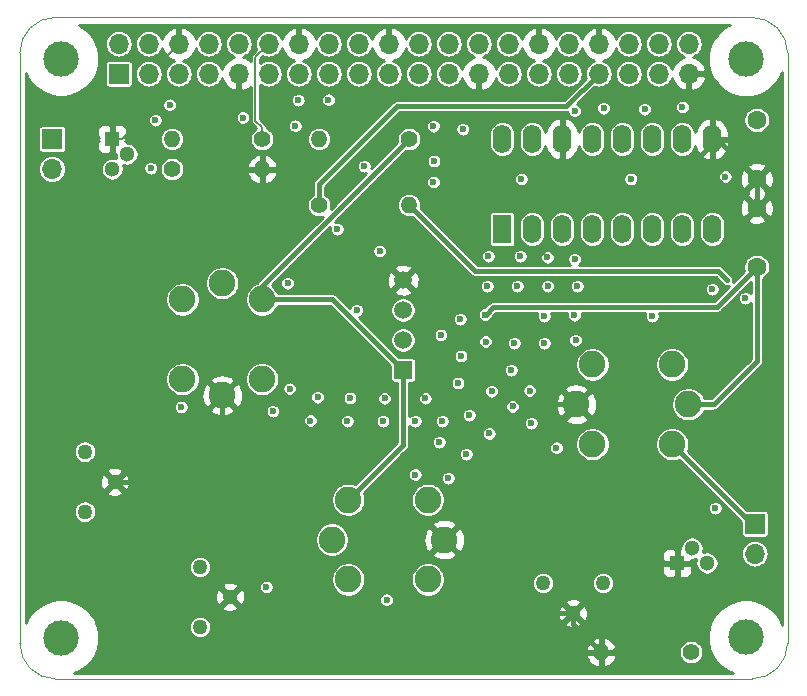
<source format=gbr>
%TF.GenerationSoftware,KiCad,Pcbnew,(5.1.0)-1*%
%TF.CreationDate,2021-12-23T09:16:39+02:00*%
%TF.ProjectId,RPI_HAT_sensors,5250495f-4841-4545-9f73-656e736f7273,rev?*%
%TF.SameCoordinates,Original*%
%TF.FileFunction,Copper,L4,Bot*%
%TF.FilePolarity,Positive*%
%FSLAX46Y46*%
G04 Gerber Fmt 4.6, Leading zero omitted, Abs format (unit mm)*
G04 Created by KiCad (PCBNEW (5.1.0)-1) date 2021-12-23 09:16:39*
%MOMM*%
%LPD*%
G04 APERTURE LIST*
%ADD10C,0.150000*%
%ADD11C,0.100000*%
%ADD12C,2.250000*%
%ADD13R,1.700000X1.700000*%
%ADD14O,1.700000X1.700000*%
%ADD15C,3.000000*%
%ADD16R,1.600000X2.400000*%
%ADD17O,1.600000X2.400000*%
%ADD18C,1.260000*%
%ADD19C,1.300000*%
%ADD20R,1.300000X1.300000*%
%ADD21O,1.400000X1.400000*%
%ADD22C,1.400000*%
%ADD23R,1.500000X1.500000*%
%ADD24C,1.500000*%
%ADD25C,1.600000*%
%ADD26C,0.600000*%
%ADD27C,0.400000*%
%ADD28C,0.400000*%
%ADD29C,0.254000*%
G04 APERTURE END LIST*
D10*
X102250666Y-113792000D02*
G75*
G03X102250666Y-113792000I-1666666J0D01*
G01*
X98084000Y-113792000D02*
X103084000Y-113792000D01*
X100584000Y-111292000D02*
X100584000Y-116292000D01*
X83454666Y-107188000D02*
G75*
G03X83454666Y-107188000I-1666666J0D01*
G01*
X79288000Y-107188000D02*
X84288000Y-107188000D01*
X81788000Y-104688000D02*
X81788000Y-109688000D01*
X83200666Y-78994000D02*
G75*
G03X83200666Y-78994000I-1666666J0D01*
G01*
X79034000Y-78994000D02*
X84034000Y-78994000D01*
X81534000Y-76494000D02*
X81534000Y-81494000D01*
D11*
X78546356Y-63817611D02*
X78546356Y-113817611D01*
X78546356Y-63817611D02*
G75*
G02X81546356Y-60817611I3000000J0D01*
G01*
X140546356Y-60817611D02*
X81546356Y-60817611D01*
X140546356Y-60817611D02*
G75*
G02X143546356Y-63817611I0J-3000000D01*
G01*
X143546356Y-113817611D02*
X143546356Y-63817611D01*
X81546356Y-116817611D02*
G75*
G02X78546356Y-113817611I0J3000000D01*
G01*
X81546356Y-116817611D02*
X140546356Y-116817611D01*
X143546351Y-113822847D02*
G75*
G02X140546356Y-116817611I-2999995J5236D01*
G01*
D12*
X113100500Y-108401500D03*
X106355500Y-108401500D03*
X104978000Y-105029000D03*
X106355500Y-101656500D03*
X113100500Y-101656500D03*
X114478000Y-105029000D03*
D13*
X86920000Y-65590000D03*
D14*
X86920000Y-63050000D03*
X89460000Y-65590000D03*
X89460000Y-63050000D03*
X92000000Y-65590000D03*
X92000000Y-63050000D03*
X94540000Y-65590000D03*
X94540000Y-63050000D03*
X97080000Y-65590000D03*
X97080000Y-63050000D03*
X99620000Y-65590000D03*
X99620000Y-63050000D03*
X102160000Y-65590000D03*
X102160000Y-63050000D03*
X104700000Y-65590000D03*
X104700000Y-63050000D03*
X107240000Y-65590000D03*
X107240000Y-63050000D03*
X109780000Y-65590000D03*
X109780000Y-63050000D03*
X112320000Y-65590000D03*
X112320000Y-63050000D03*
X114860000Y-65590000D03*
X114860000Y-63050000D03*
X117400000Y-65590000D03*
X117400000Y-63050000D03*
X119940000Y-65590000D03*
X119940000Y-63050000D03*
X122480000Y-65590000D03*
X122480000Y-63050000D03*
X125020000Y-65590000D03*
X125020000Y-63050000D03*
X127560000Y-65590000D03*
X127560000Y-63050000D03*
X130100000Y-65590000D03*
X130100000Y-63050000D03*
X132640000Y-65590000D03*
X132640000Y-63050000D03*
X135180000Y-65590000D03*
X135180000Y-63050000D03*
D15*
X82040000Y-64310000D03*
X140040000Y-64330000D03*
X82040000Y-113320000D03*
X140030000Y-113310000D03*
D12*
X92315000Y-91440000D03*
X92315000Y-84695000D03*
X95687500Y-83317500D03*
X99060000Y-84695000D03*
X99060000Y-91440000D03*
X95687500Y-92817500D03*
X125653600Y-93573600D03*
X127031100Y-96946100D03*
X133776100Y-96946100D03*
X135153600Y-93573600D03*
X133776100Y-90201100D03*
X127031100Y-90201100D03*
D16*
X119380000Y-78740000D03*
D17*
X137160000Y-71120000D03*
X121920000Y-78740000D03*
X134620000Y-71120000D03*
X124460000Y-78740000D03*
X132080000Y-71120000D03*
X127000000Y-78740000D03*
X129540000Y-71120000D03*
X129540000Y-78740000D03*
X127000000Y-71120000D03*
X132080000Y-78740000D03*
X124460000Y-71120000D03*
X134620000Y-78740000D03*
X121920000Y-71120000D03*
X137160000Y-78740000D03*
X119380000Y-71120000D03*
D18*
X84048600Y-102666800D03*
X86588600Y-100126800D03*
X84048600Y-97586800D03*
X93802200Y-107340400D03*
X96342200Y-109880400D03*
X93802200Y-112420400D03*
X122834400Y-108712000D03*
X125374400Y-111252000D03*
X127914400Y-108712000D03*
D13*
X81280000Y-71120000D03*
D14*
X81280000Y-73660000D03*
D19*
X87630000Y-72390000D03*
X86360000Y-73660000D03*
D20*
X86360000Y-71120000D03*
D21*
X91440000Y-71120000D03*
D22*
X99060000Y-71120000D03*
X91440000Y-73660000D03*
D21*
X99060000Y-73660000D03*
D22*
X111506000Y-71120000D03*
D21*
X103886000Y-71120000D03*
D23*
X110998000Y-90678000D03*
D24*
X110998000Y-88138000D03*
X110998000Y-85598000D03*
X110998000Y-83058000D03*
D25*
X140944600Y-69494400D03*
X140944600Y-74494400D03*
X140944600Y-76940400D03*
X140944600Y-81940400D03*
D13*
X140766800Y-103682800D03*
D14*
X140766800Y-106222800D03*
D19*
X135458200Y-105740200D03*
X136728200Y-107010200D03*
D20*
X134188200Y-107010200D03*
D22*
X103886000Y-76708000D03*
D21*
X111506000Y-76708000D03*
X127762000Y-114554000D03*
D22*
X135382000Y-114554000D03*
D26*
X123215400Y-81127600D03*
X123240800Y-83566000D03*
X115900200Y-89484200D03*
X118491000Y-92456000D03*
X114300000Y-94996000D03*
X122936000Y-88392000D03*
X127965200Y-68503800D03*
X131445000Y-68580000D03*
X113614200Y-72974200D03*
X107086400Y-85598000D03*
X109601000Y-110134400D03*
X114808000Y-99822000D03*
X121843800Y-95173800D03*
X109016800Y-80594200D03*
X138277600Y-74295000D03*
X134645400Y-68402200D03*
X125526800Y-68732400D03*
X116052600Y-70281800D03*
X89636600Y-73583800D03*
X92202000Y-93802200D03*
X99415600Y-109042200D03*
X123977400Y-97256600D03*
X121005600Y-74498200D03*
X102108000Y-67818000D03*
X97434400Y-69291200D03*
X90017600Y-69519800D03*
X114198400Y-87706200D03*
X120396000Y-88392000D03*
X120650000Y-83566000D03*
X117983000Y-88265000D03*
X115646200Y-91770200D03*
X122936000Y-86106000D03*
X118287800Y-96037400D03*
X116332000Y-97790000D03*
X125603000Y-88138000D03*
X101219000Y-83312000D03*
X101854000Y-70002400D03*
X113563400Y-70027800D03*
X118110000Y-83566000D03*
X113563400Y-74752200D03*
X91236800Y-68224400D03*
X101396800Y-92252800D03*
X103759000Y-92964000D03*
X106502200Y-93040200D03*
X109423200Y-93065600D03*
X112877600Y-93065600D03*
X112014000Y-94996000D03*
X109296200Y-94996000D03*
X106273600Y-94996000D03*
X103149400Y-94945200D03*
X99974400Y-94157800D03*
X114046000Y-96774000D03*
X112014000Y-99517200D03*
X121716800Y-92405200D03*
X120269000Y-93751400D03*
X130276600Y-74498200D03*
X125526800Y-81280000D03*
X120904000Y-81026000D03*
X118211600Y-81026000D03*
X125501400Y-86044010D03*
X107696000Y-73406000D03*
X105410000Y-78740000D03*
X137160000Y-83820000D03*
X137414000Y-102362000D03*
X125730000Y-83566000D03*
X139954000Y-84582000D03*
X104673594Y-67792406D03*
X116586000Y-94488000D03*
X120142000Y-90678000D03*
X115824000Y-86360000D03*
X132080000Y-86106000D03*
X120396000Y-86106000D03*
X117932200Y-85979000D03*
D27*
X138430000Y-83058000D03*
D28*
X88378200Y-100126800D02*
X95687500Y-92817500D01*
X86588600Y-100126800D02*
X88378200Y-100126800D01*
X95687500Y-109225700D02*
X96342200Y-109880400D01*
X95687500Y-92817500D02*
X95687500Y-109225700D01*
X125653600Y-93853400D02*
X125653600Y-93573600D01*
X114478000Y-105029000D02*
X125653600Y-93853400D01*
X121513600Y-93573600D02*
X110998000Y-83058000D01*
X125653600Y-93573600D02*
X121513600Y-93573600D01*
X139950200Y-75488800D02*
X140944600Y-74494400D01*
X121691200Y-75488800D02*
X119456200Y-75488800D01*
X124460000Y-72720000D02*
X121691200Y-75488800D01*
X124460000Y-71120000D02*
X124460000Y-72720000D01*
X133191200Y-75488800D02*
X132918200Y-75488800D01*
X137160000Y-71520000D02*
X133191200Y-75488800D01*
X137160000Y-71120000D02*
X137160000Y-71520000D01*
X119456200Y-75488800D02*
X132918200Y-75488800D01*
X132918200Y-75488800D02*
X139950200Y-75488800D01*
D10*
X87223600Y-71120000D02*
X86360000Y-71120000D01*
X90728800Y-67614800D02*
X87223600Y-71120000D01*
X92000000Y-63050000D02*
X90728800Y-64321200D01*
X90728800Y-64321200D02*
X90728800Y-67614800D01*
D28*
X140944600Y-74494400D02*
X140944600Y-76940400D01*
X137570200Y-71120000D02*
X137160000Y-71120000D01*
X140944600Y-74494400D02*
X137570200Y-71120000D01*
X114478000Y-105029000D02*
X120701000Y-111252000D01*
X125730000Y-111252000D02*
X125374400Y-111252000D01*
X125374400Y-112166400D02*
X127762000Y-114554000D01*
X125374400Y-111252000D02*
X125374400Y-112166400D01*
X134188200Y-108060200D02*
X134188200Y-107010200D01*
X134188200Y-109117749D02*
X134188200Y-108060200D01*
X128751949Y-114554000D02*
X134188200Y-109117749D01*
X127762000Y-114554000D02*
X128751949Y-114554000D01*
X97713800Y-111252000D02*
X121666000Y-111252000D01*
X96342200Y-109880400D02*
X97713800Y-111252000D01*
X120701000Y-111252000D02*
X121666000Y-111252000D01*
X121666000Y-111252000D02*
X125730000Y-111252000D01*
X110998000Y-83058000D02*
X109982000Y-82042000D01*
X116114599Y-74052199D02*
X117551200Y-75488800D01*
X117551200Y-75488800D02*
X119456200Y-75488800D01*
X110004398Y-75692000D02*
X111644199Y-74052199D01*
X109982000Y-75692000D02*
X110004398Y-75692000D01*
X111644199Y-74052199D02*
X116114599Y-74052199D01*
X109982000Y-82042000D02*
X109982000Y-75692000D01*
X99060000Y-83566000D02*
X99060000Y-84695000D01*
X111506000Y-71120000D02*
X99060000Y-83566000D01*
X105015000Y-84695000D02*
X110998000Y-90678000D01*
X99060000Y-84695000D02*
X105015000Y-84695000D01*
X110998000Y-97014000D02*
X106355500Y-101656500D01*
X110998000Y-90678000D02*
X110998000Y-97014000D01*
X135153600Y-93573600D02*
X137312400Y-93573600D01*
X137312400Y-93573600D02*
X140944600Y-89941400D01*
X140944600Y-89941400D02*
X140944600Y-84099400D01*
X140944600Y-84099400D02*
X140944600Y-81940400D01*
X117983000Y-85979000D02*
X117932200Y-85979000D01*
X118618000Y-85344000D02*
X117983000Y-85979000D01*
X137541000Y-85344000D02*
X118618000Y-85344000D01*
X140944600Y-81940400D02*
X137541000Y-85344000D01*
X140512800Y-103682800D02*
X140766800Y-103682800D01*
X133776100Y-96946100D02*
X140512800Y-103682800D01*
D10*
X99060000Y-70130051D02*
X99060000Y-71120000D01*
X98494999Y-69565050D02*
X99060000Y-70130051D01*
X98494999Y-64175001D02*
X98494999Y-69565050D01*
X99620000Y-63050000D02*
X98494999Y-64175001D01*
D28*
X124824000Y-68326000D02*
X127560000Y-65590000D01*
X110490000Y-68326000D02*
X124824000Y-68326000D01*
X103886000Y-76708000D02*
X103886000Y-74930000D01*
X103886000Y-74930000D02*
X110490000Y-68326000D01*
X112205999Y-77407999D02*
X111506000Y-76708000D01*
X117094000Y-82296000D02*
X112205999Y-77407999D01*
X138430000Y-83058000D02*
X137668000Y-82296000D01*
X137668000Y-82296000D02*
X117094000Y-82296000D01*
D29*
G36*
X138511442Y-61470270D02*
G01*
X137982907Y-61823425D01*
X137533425Y-62272907D01*
X137180270Y-62801442D01*
X136937012Y-63388719D01*
X136813000Y-64012168D01*
X136813000Y-64647832D01*
X136937012Y-65271281D01*
X137180270Y-65858558D01*
X137533425Y-66387093D01*
X137982907Y-66836575D01*
X138511442Y-67189730D01*
X139098719Y-67432988D01*
X139722168Y-67557000D01*
X140357832Y-67557000D01*
X140981281Y-67432988D01*
X141568558Y-67189730D01*
X142097093Y-66836575D01*
X142546575Y-66387093D01*
X142899730Y-65858558D01*
X143078200Y-65427693D01*
X143078200Y-112236449D01*
X142889730Y-111781442D01*
X142536575Y-111252907D01*
X142087093Y-110803425D01*
X141558558Y-110450270D01*
X140971281Y-110207012D01*
X140347832Y-110083000D01*
X139712168Y-110083000D01*
X139088719Y-110207012D01*
X138501442Y-110450270D01*
X137972907Y-110803425D01*
X137523425Y-111252907D01*
X137170270Y-111781442D01*
X136927012Y-112368719D01*
X136803000Y-112992168D01*
X136803000Y-113627832D01*
X136927012Y-114251281D01*
X137170270Y-114838558D01*
X137523425Y-115367093D01*
X137972907Y-115816575D01*
X138501442Y-116169730D01*
X138954518Y-116357400D01*
X83139625Y-116357400D01*
X83568558Y-116179730D01*
X84097093Y-115826575D01*
X84546575Y-115377093D01*
X84873824Y-114887329D01*
X126469284Y-114887329D01*
X126501953Y-114995044D01*
X126612208Y-115232392D01*
X126766649Y-115443670D01*
X126959340Y-115620759D01*
X127182877Y-115756853D01*
X127428670Y-115846722D01*
X127635000Y-115724201D01*
X127635000Y-114681000D01*
X127889000Y-114681000D01*
X127889000Y-115724201D01*
X128095330Y-115846722D01*
X128341123Y-115756853D01*
X128564660Y-115620759D01*
X128757351Y-115443670D01*
X128911792Y-115232392D01*
X129022047Y-114995044D01*
X129054716Y-114887329D01*
X128931374Y-114681000D01*
X127889000Y-114681000D01*
X127635000Y-114681000D01*
X126592626Y-114681000D01*
X126469284Y-114887329D01*
X84873824Y-114887329D01*
X84899730Y-114848558D01*
X85063637Y-114452849D01*
X134355000Y-114452849D01*
X134355000Y-114655151D01*
X134394467Y-114853565D01*
X134471885Y-115040467D01*
X134584277Y-115208674D01*
X134727326Y-115351723D01*
X134895533Y-115464115D01*
X135082435Y-115541533D01*
X135280849Y-115581000D01*
X135483151Y-115581000D01*
X135681565Y-115541533D01*
X135868467Y-115464115D01*
X136036674Y-115351723D01*
X136179723Y-115208674D01*
X136292115Y-115040467D01*
X136369533Y-114853565D01*
X136409000Y-114655151D01*
X136409000Y-114452849D01*
X136369533Y-114254435D01*
X136292115Y-114067533D01*
X136179723Y-113899326D01*
X136036674Y-113756277D01*
X135868467Y-113643885D01*
X135681565Y-113566467D01*
X135483151Y-113527000D01*
X135280849Y-113527000D01*
X135082435Y-113566467D01*
X134895533Y-113643885D01*
X134727326Y-113756277D01*
X134584277Y-113899326D01*
X134471885Y-114067533D01*
X134394467Y-114254435D01*
X134355000Y-114452849D01*
X85063637Y-114452849D01*
X85142988Y-114261281D01*
X85151065Y-114220671D01*
X126469284Y-114220671D01*
X126592626Y-114427000D01*
X127635000Y-114427000D01*
X127635000Y-113383799D01*
X127889000Y-113383799D01*
X127889000Y-114427000D01*
X128931374Y-114427000D01*
X129054716Y-114220671D01*
X129022047Y-114112956D01*
X128911792Y-113875608D01*
X128757351Y-113664330D01*
X128564660Y-113487241D01*
X128341123Y-113351147D01*
X128095330Y-113261278D01*
X127889000Y-113383799D01*
X127635000Y-113383799D01*
X127428670Y-113261278D01*
X127182877Y-113351147D01*
X126959340Y-113487241D01*
X126766649Y-113664330D01*
X126612208Y-113875608D01*
X126501953Y-114112956D01*
X126469284Y-114220671D01*
X85151065Y-114220671D01*
X85267000Y-113637832D01*
X85267000Y-113002168D01*
X85142988Y-112378719D01*
X85121211Y-112326144D01*
X92845200Y-112326144D01*
X92845200Y-112514656D01*
X92881977Y-112699547D01*
X92954117Y-112873710D01*
X93058849Y-113030452D01*
X93192148Y-113163751D01*
X93348890Y-113268483D01*
X93523053Y-113340623D01*
X93707944Y-113377400D01*
X93896456Y-113377400D01*
X94081347Y-113340623D01*
X94255510Y-113268483D01*
X94412252Y-113163751D01*
X94545551Y-113030452D01*
X94650283Y-112873710D01*
X94722423Y-112699547D01*
X94759200Y-112514656D01*
X94759200Y-112326144D01*
X94722423Y-112141253D01*
X94714956Y-112123224D01*
X124682781Y-112123224D01*
X124733737Y-112349862D01*
X124960230Y-112453754D01*
X125202638Y-112511463D01*
X125451648Y-112520772D01*
X125697689Y-112481323D01*
X125931305Y-112394632D01*
X126015063Y-112349862D01*
X126066019Y-112123224D01*
X125374400Y-111431605D01*
X124682781Y-112123224D01*
X94714956Y-112123224D01*
X94650283Y-111967090D01*
X94545551Y-111810348D01*
X94412252Y-111677049D01*
X94255510Y-111572317D01*
X94081347Y-111500177D01*
X93896456Y-111463400D01*
X93707944Y-111463400D01*
X93523053Y-111500177D01*
X93348890Y-111572317D01*
X93192148Y-111677049D01*
X93058849Y-111810348D01*
X92954117Y-111967090D01*
X92881977Y-112141253D01*
X92845200Y-112326144D01*
X85121211Y-112326144D01*
X84899730Y-111791442D01*
X84590903Y-111329248D01*
X124105628Y-111329248D01*
X124145077Y-111575289D01*
X124231768Y-111808905D01*
X124276538Y-111892663D01*
X124503176Y-111943619D01*
X125194795Y-111252000D01*
X125554005Y-111252000D01*
X126245624Y-111943619D01*
X126472262Y-111892663D01*
X126576154Y-111666170D01*
X126633863Y-111423762D01*
X126643172Y-111174752D01*
X126603723Y-110928711D01*
X126517032Y-110695095D01*
X126472262Y-110611337D01*
X126245624Y-110560381D01*
X125554005Y-111252000D01*
X125194795Y-111252000D01*
X124503176Y-110560381D01*
X124276538Y-110611337D01*
X124172646Y-110837830D01*
X124114937Y-111080238D01*
X124105628Y-111329248D01*
X84590903Y-111329248D01*
X84546575Y-111262907D01*
X84097093Y-110813425D01*
X84004602Y-110751624D01*
X95650581Y-110751624D01*
X95701537Y-110978262D01*
X95928030Y-111082154D01*
X96170438Y-111139863D01*
X96419448Y-111149172D01*
X96665489Y-111109723D01*
X96899105Y-111023032D01*
X96982863Y-110978262D01*
X97033819Y-110751624D01*
X96342200Y-110060005D01*
X95650581Y-110751624D01*
X84004602Y-110751624D01*
X83568558Y-110460270D01*
X82981281Y-110217012D01*
X82357832Y-110093000D01*
X81722168Y-110093000D01*
X81098719Y-110217012D01*
X80511442Y-110460270D01*
X79982907Y-110813425D01*
X79533425Y-111262907D01*
X79180270Y-111791442D01*
X79044800Y-112118496D01*
X79044800Y-109957648D01*
X95073428Y-109957648D01*
X95112877Y-110203689D01*
X95199568Y-110437305D01*
X95244338Y-110521063D01*
X95470976Y-110572019D01*
X96162595Y-109880400D01*
X96521805Y-109880400D01*
X97213424Y-110572019D01*
X97440062Y-110521063D01*
X97543954Y-110294570D01*
X97596786Y-110072646D01*
X108974000Y-110072646D01*
X108974000Y-110196154D01*
X108998095Y-110317289D01*
X109045360Y-110431396D01*
X109113977Y-110534089D01*
X109201311Y-110621423D01*
X109304004Y-110690040D01*
X109418111Y-110737305D01*
X109539246Y-110761400D01*
X109662754Y-110761400D01*
X109783889Y-110737305D01*
X109897996Y-110690040D01*
X110000689Y-110621423D01*
X110088023Y-110534089D01*
X110156640Y-110431396D01*
X110177607Y-110380776D01*
X124682781Y-110380776D01*
X125374400Y-111072395D01*
X126066019Y-110380776D01*
X126015063Y-110154138D01*
X125788570Y-110050246D01*
X125546162Y-109992537D01*
X125297152Y-109983228D01*
X125051111Y-110022677D01*
X124817495Y-110109368D01*
X124733737Y-110154138D01*
X124682781Y-110380776D01*
X110177607Y-110380776D01*
X110203905Y-110317289D01*
X110228000Y-110196154D01*
X110228000Y-110072646D01*
X110203905Y-109951511D01*
X110156640Y-109837404D01*
X110088023Y-109734711D01*
X110000689Y-109647377D01*
X109897996Y-109578760D01*
X109783889Y-109531495D01*
X109662754Y-109507400D01*
X109539246Y-109507400D01*
X109418111Y-109531495D01*
X109304004Y-109578760D01*
X109201311Y-109647377D01*
X109113977Y-109734711D01*
X109045360Y-109837404D01*
X108998095Y-109951511D01*
X108974000Y-110072646D01*
X97596786Y-110072646D01*
X97601663Y-110052162D01*
X97610972Y-109803152D01*
X97571523Y-109557111D01*
X97484832Y-109323495D01*
X97440062Y-109239737D01*
X97213424Y-109188781D01*
X96521805Y-109880400D01*
X96162595Y-109880400D01*
X95470976Y-109188781D01*
X95244338Y-109239737D01*
X95140446Y-109466230D01*
X95082737Y-109708638D01*
X95073428Y-109957648D01*
X79044800Y-109957648D01*
X79044800Y-109009176D01*
X95650581Y-109009176D01*
X96342200Y-109700795D01*
X97033819Y-109009176D01*
X97027360Y-108980446D01*
X98788600Y-108980446D01*
X98788600Y-109103954D01*
X98812695Y-109225089D01*
X98859960Y-109339196D01*
X98928577Y-109441889D01*
X99015911Y-109529223D01*
X99118604Y-109597840D01*
X99232711Y-109645105D01*
X99353846Y-109669200D01*
X99477354Y-109669200D01*
X99598489Y-109645105D01*
X99712596Y-109597840D01*
X99815289Y-109529223D01*
X99902623Y-109441889D01*
X99971240Y-109339196D01*
X100018505Y-109225089D01*
X100042600Y-109103954D01*
X100042600Y-108980446D01*
X100018505Y-108859311D01*
X99971240Y-108745204D01*
X99902623Y-108642511D01*
X99815289Y-108555177D01*
X99712596Y-108486560D01*
X99598489Y-108439295D01*
X99477354Y-108415200D01*
X99353846Y-108415200D01*
X99232711Y-108439295D01*
X99118604Y-108486560D01*
X99015911Y-108555177D01*
X98928577Y-108642511D01*
X98859960Y-108745204D01*
X98812695Y-108859311D01*
X98788600Y-108980446D01*
X97027360Y-108980446D01*
X96982863Y-108782538D01*
X96756370Y-108678646D01*
X96513962Y-108620937D01*
X96264952Y-108611628D01*
X96018911Y-108651077D01*
X95785295Y-108737768D01*
X95701537Y-108782538D01*
X95650581Y-109009176D01*
X79044800Y-109009176D01*
X79044800Y-107246144D01*
X92845200Y-107246144D01*
X92845200Y-107434656D01*
X92881977Y-107619547D01*
X92954117Y-107793710D01*
X93058849Y-107950452D01*
X93192148Y-108083751D01*
X93348890Y-108188483D01*
X93523053Y-108260623D01*
X93707944Y-108297400D01*
X93896456Y-108297400D01*
X94081347Y-108260623D01*
X94086496Y-108258490D01*
X104903500Y-108258490D01*
X104903500Y-108544510D01*
X104959299Y-108825033D01*
X105068754Y-109089280D01*
X105227658Y-109327096D01*
X105429904Y-109529342D01*
X105667720Y-109688246D01*
X105931967Y-109797701D01*
X106212490Y-109853500D01*
X106498510Y-109853500D01*
X106779033Y-109797701D01*
X107043280Y-109688246D01*
X107281096Y-109529342D01*
X107483342Y-109327096D01*
X107642246Y-109089280D01*
X107751701Y-108825033D01*
X107807500Y-108544510D01*
X107807500Y-108258490D01*
X111648500Y-108258490D01*
X111648500Y-108544510D01*
X111704299Y-108825033D01*
X111813754Y-109089280D01*
X111972658Y-109327096D01*
X112174904Y-109529342D01*
X112412720Y-109688246D01*
X112676967Y-109797701D01*
X112957490Y-109853500D01*
X113243510Y-109853500D01*
X113524033Y-109797701D01*
X113788280Y-109688246D01*
X114026096Y-109529342D01*
X114228342Y-109327096D01*
X114387246Y-109089280D01*
X114496701Y-108825033D01*
X114537932Y-108617744D01*
X121877400Y-108617744D01*
X121877400Y-108806256D01*
X121914177Y-108991147D01*
X121986317Y-109165310D01*
X122091049Y-109322052D01*
X122224348Y-109455351D01*
X122381090Y-109560083D01*
X122555253Y-109632223D01*
X122740144Y-109669000D01*
X122928656Y-109669000D01*
X123113547Y-109632223D01*
X123287710Y-109560083D01*
X123444452Y-109455351D01*
X123577751Y-109322052D01*
X123682483Y-109165310D01*
X123754623Y-108991147D01*
X123791400Y-108806256D01*
X123791400Y-108617744D01*
X126957400Y-108617744D01*
X126957400Y-108806256D01*
X126994177Y-108991147D01*
X127066317Y-109165310D01*
X127171049Y-109322052D01*
X127304348Y-109455351D01*
X127461090Y-109560083D01*
X127635253Y-109632223D01*
X127820144Y-109669000D01*
X128008656Y-109669000D01*
X128193547Y-109632223D01*
X128367710Y-109560083D01*
X128524452Y-109455351D01*
X128657751Y-109322052D01*
X128762483Y-109165310D01*
X128834623Y-108991147D01*
X128871400Y-108806256D01*
X128871400Y-108617744D01*
X128834623Y-108432853D01*
X128762483Y-108258690D01*
X128657751Y-108101948D01*
X128524452Y-107968649D01*
X128367710Y-107863917D01*
X128193547Y-107791777D01*
X128008656Y-107755000D01*
X127820144Y-107755000D01*
X127635253Y-107791777D01*
X127461090Y-107863917D01*
X127304348Y-107968649D01*
X127171049Y-108101948D01*
X127066317Y-108258690D01*
X126994177Y-108432853D01*
X126957400Y-108617744D01*
X123791400Y-108617744D01*
X123754623Y-108432853D01*
X123682483Y-108258690D01*
X123577751Y-108101948D01*
X123444452Y-107968649D01*
X123287710Y-107863917D01*
X123113547Y-107791777D01*
X122928656Y-107755000D01*
X122740144Y-107755000D01*
X122555253Y-107791777D01*
X122381090Y-107863917D01*
X122224348Y-107968649D01*
X122091049Y-108101948D01*
X121986317Y-108258690D01*
X121914177Y-108432853D01*
X121877400Y-108617744D01*
X114537932Y-108617744D01*
X114552500Y-108544510D01*
X114552500Y-108258490D01*
X114496701Y-107977967D01*
X114387246Y-107713720D01*
X114351485Y-107660200D01*
X132900128Y-107660200D01*
X132912388Y-107784682D01*
X132948698Y-107904380D01*
X133007663Y-108014694D01*
X133087015Y-108111385D01*
X133183706Y-108190737D01*
X133294020Y-108249702D01*
X133413718Y-108286012D01*
X133538200Y-108298272D01*
X133902450Y-108295200D01*
X134061200Y-108136450D01*
X134061200Y-107137200D01*
X134315200Y-107137200D01*
X134315200Y-108136450D01*
X134473950Y-108295200D01*
X134838200Y-108298272D01*
X134962682Y-108286012D01*
X135082380Y-108249702D01*
X135192694Y-108190737D01*
X135289385Y-108111385D01*
X135368737Y-108014694D01*
X135427702Y-107904380D01*
X135464012Y-107784682D01*
X135476272Y-107660200D01*
X135473200Y-107295950D01*
X135314450Y-107137200D01*
X134315200Y-107137200D01*
X134061200Y-107137200D01*
X133061950Y-107137200D01*
X132903200Y-107295950D01*
X132900128Y-107660200D01*
X114351485Y-107660200D01*
X114228342Y-107475904D01*
X114026096Y-107273658D01*
X113788280Y-107114754D01*
X113524033Y-107005299D01*
X113243510Y-106949500D01*
X112957490Y-106949500D01*
X112676967Y-107005299D01*
X112412720Y-107114754D01*
X112174904Y-107273658D01*
X111972658Y-107475904D01*
X111813754Y-107713720D01*
X111704299Y-107977967D01*
X111648500Y-108258490D01*
X107807500Y-108258490D01*
X107751701Y-107977967D01*
X107642246Y-107713720D01*
X107483342Y-107475904D01*
X107281096Y-107273658D01*
X107043280Y-107114754D01*
X106779033Y-107005299D01*
X106498510Y-106949500D01*
X106212490Y-106949500D01*
X105931967Y-107005299D01*
X105667720Y-107114754D01*
X105429904Y-107273658D01*
X105227658Y-107475904D01*
X105068754Y-107713720D01*
X104959299Y-107977967D01*
X104903500Y-108258490D01*
X94086496Y-108258490D01*
X94255510Y-108188483D01*
X94412252Y-108083751D01*
X94545551Y-107950452D01*
X94650283Y-107793710D01*
X94722423Y-107619547D01*
X94759200Y-107434656D01*
X94759200Y-107246144D01*
X94722423Y-107061253D01*
X94650283Y-106887090D01*
X94545551Y-106730348D01*
X94412252Y-106597049D01*
X94255510Y-106492317D01*
X94081347Y-106420177D01*
X93896456Y-106383400D01*
X93707944Y-106383400D01*
X93523053Y-106420177D01*
X93348890Y-106492317D01*
X93192148Y-106597049D01*
X93058849Y-106730348D01*
X92954117Y-106887090D01*
X92881977Y-107061253D01*
X92845200Y-107246144D01*
X79044800Y-107246144D01*
X79044800Y-104885990D01*
X103526000Y-104885990D01*
X103526000Y-105172010D01*
X103581799Y-105452533D01*
X103691254Y-105716780D01*
X103850158Y-105954596D01*
X104052404Y-106156842D01*
X104290220Y-106315746D01*
X104554467Y-106425201D01*
X104834990Y-106481000D01*
X105121010Y-106481000D01*
X105401533Y-106425201D01*
X105665780Y-106315746D01*
X105758891Y-106253531D01*
X113433074Y-106253531D01*
X113543921Y-106530714D01*
X113854840Y-106684089D01*
X114189705Y-106773860D01*
X114535650Y-106796576D01*
X114879380Y-106751366D01*
X115207685Y-106639966D01*
X115412079Y-106530714D01*
X115480268Y-106360200D01*
X132900128Y-106360200D01*
X132903200Y-106724450D01*
X133061950Y-106883200D01*
X134061200Y-106883200D01*
X134061200Y-105883950D01*
X134315200Y-105883950D01*
X134315200Y-106883200D01*
X135314450Y-106883200D01*
X135473200Y-106724450D01*
X135473261Y-106717200D01*
X135554426Y-106717200D01*
X135743180Y-106679654D01*
X135820966Y-106647434D01*
X135788746Y-106725220D01*
X135751200Y-106913974D01*
X135751200Y-107106426D01*
X135788746Y-107295180D01*
X135862394Y-107472983D01*
X135969315Y-107633001D01*
X136105399Y-107769085D01*
X136265417Y-107876006D01*
X136443220Y-107949654D01*
X136631974Y-107987200D01*
X136824426Y-107987200D01*
X137013180Y-107949654D01*
X137190983Y-107876006D01*
X137351001Y-107769085D01*
X137487085Y-107633001D01*
X137594006Y-107472983D01*
X137667654Y-107295180D01*
X137705200Y-107106426D01*
X137705200Y-106913974D01*
X137667654Y-106725220D01*
X137594006Y-106547417D01*
X137487085Y-106387399D01*
X137351001Y-106251315D01*
X137308326Y-106222800D01*
X139584106Y-106222800D01*
X139606831Y-106453532D01*
X139674133Y-106675397D01*
X139783426Y-106879870D01*
X139930509Y-107059091D01*
X140109730Y-107206174D01*
X140314203Y-107315467D01*
X140536068Y-107382769D01*
X140708988Y-107399800D01*
X140824612Y-107399800D01*
X140997532Y-107382769D01*
X141219397Y-107315467D01*
X141423870Y-107206174D01*
X141603091Y-107059091D01*
X141750174Y-106879870D01*
X141859467Y-106675397D01*
X141926769Y-106453532D01*
X141949494Y-106222800D01*
X141926769Y-105992068D01*
X141859467Y-105770203D01*
X141750174Y-105565730D01*
X141603091Y-105386509D01*
X141423870Y-105239426D01*
X141219397Y-105130133D01*
X140997532Y-105062831D01*
X140824612Y-105045800D01*
X140708988Y-105045800D01*
X140536068Y-105062831D01*
X140314203Y-105130133D01*
X140109730Y-105239426D01*
X139930509Y-105386509D01*
X139783426Y-105565730D01*
X139674133Y-105770203D01*
X139606831Y-105992068D01*
X139584106Y-106222800D01*
X137308326Y-106222800D01*
X137190983Y-106144394D01*
X137013180Y-106070746D01*
X136824426Y-106033200D01*
X136631974Y-106033200D01*
X136443220Y-106070746D01*
X136365434Y-106102966D01*
X136397654Y-106025180D01*
X136435200Y-105836426D01*
X136435200Y-105643974D01*
X136397654Y-105455220D01*
X136324006Y-105277417D01*
X136217085Y-105117399D01*
X136081001Y-104981315D01*
X135920983Y-104874394D01*
X135743180Y-104800746D01*
X135554426Y-104763200D01*
X135361974Y-104763200D01*
X135173220Y-104800746D01*
X134995417Y-104874394D01*
X134835399Y-104981315D01*
X134699315Y-105117399D01*
X134592394Y-105277417D01*
X134518746Y-105455220D01*
X134481200Y-105643974D01*
X134481200Y-105725139D01*
X134473950Y-105725200D01*
X134315200Y-105883950D01*
X134061200Y-105883950D01*
X133902450Y-105725200D01*
X133538200Y-105722128D01*
X133413718Y-105734388D01*
X133294020Y-105770698D01*
X133183706Y-105829663D01*
X133087015Y-105909015D01*
X133007663Y-106005706D01*
X132948698Y-106116020D01*
X132912388Y-106235718D01*
X132900128Y-106360200D01*
X115480268Y-106360200D01*
X115522926Y-106253531D01*
X114478000Y-105208605D01*
X113433074Y-106253531D01*
X105758891Y-106253531D01*
X105903596Y-106156842D01*
X106105842Y-105954596D01*
X106264746Y-105716780D01*
X106374201Y-105452533D01*
X106430000Y-105172010D01*
X106430000Y-105086650D01*
X112710424Y-105086650D01*
X112755634Y-105430380D01*
X112867034Y-105758685D01*
X112976286Y-105963079D01*
X113253469Y-106073926D01*
X114298395Y-105029000D01*
X114657605Y-105029000D01*
X115702531Y-106073926D01*
X115979714Y-105963079D01*
X116133089Y-105652160D01*
X116222860Y-105317295D01*
X116245576Y-104971350D01*
X116200366Y-104627620D01*
X116088966Y-104299315D01*
X115979714Y-104094921D01*
X115702531Y-103984074D01*
X114657605Y-105029000D01*
X114298395Y-105029000D01*
X113253469Y-103984074D01*
X112976286Y-104094921D01*
X112822911Y-104405840D01*
X112733140Y-104740705D01*
X112710424Y-105086650D01*
X106430000Y-105086650D01*
X106430000Y-104885990D01*
X106374201Y-104605467D01*
X106264746Y-104341220D01*
X106105842Y-104103404D01*
X105903596Y-103901158D01*
X105758892Y-103804469D01*
X113433074Y-103804469D01*
X114478000Y-104849395D01*
X115522926Y-103804469D01*
X115412079Y-103527286D01*
X115101160Y-103373911D01*
X114766295Y-103284140D01*
X114420350Y-103261424D01*
X114076620Y-103306634D01*
X113748315Y-103418034D01*
X113543921Y-103527286D01*
X113433074Y-103804469D01*
X105758892Y-103804469D01*
X105665780Y-103742254D01*
X105401533Y-103632799D01*
X105121010Y-103577000D01*
X104834990Y-103577000D01*
X104554467Y-103632799D01*
X104290220Y-103742254D01*
X104052404Y-103901158D01*
X103850158Y-104103404D01*
X103691254Y-104341220D01*
X103581799Y-104605467D01*
X103526000Y-104885990D01*
X79044800Y-104885990D01*
X79044800Y-102572544D01*
X83091600Y-102572544D01*
X83091600Y-102761056D01*
X83128377Y-102945947D01*
X83200517Y-103120110D01*
X83305249Y-103276852D01*
X83438548Y-103410151D01*
X83595290Y-103514883D01*
X83769453Y-103587023D01*
X83954344Y-103623800D01*
X84142856Y-103623800D01*
X84327747Y-103587023D01*
X84501910Y-103514883D01*
X84658652Y-103410151D01*
X84791951Y-103276852D01*
X84896683Y-103120110D01*
X84968823Y-102945947D01*
X85005600Y-102761056D01*
X85005600Y-102572544D01*
X84968823Y-102387653D01*
X84896683Y-102213490D01*
X84791951Y-102056748D01*
X84658652Y-101923449D01*
X84501910Y-101818717D01*
X84327747Y-101746577D01*
X84142856Y-101709800D01*
X83954344Y-101709800D01*
X83769453Y-101746577D01*
X83595290Y-101818717D01*
X83438548Y-101923449D01*
X83305249Y-102056748D01*
X83200517Y-102213490D01*
X83128377Y-102387653D01*
X83091600Y-102572544D01*
X79044800Y-102572544D01*
X79044800Y-100998024D01*
X85896981Y-100998024D01*
X85947937Y-101224662D01*
X86174430Y-101328554D01*
X86416838Y-101386263D01*
X86665848Y-101395572D01*
X86911889Y-101356123D01*
X87145505Y-101269432D01*
X87229263Y-101224662D01*
X87280219Y-100998024D01*
X86588600Y-100306405D01*
X85896981Y-100998024D01*
X79044800Y-100998024D01*
X79044800Y-100204048D01*
X85319828Y-100204048D01*
X85359277Y-100450089D01*
X85445968Y-100683705D01*
X85490738Y-100767463D01*
X85717376Y-100818419D01*
X86408995Y-100126800D01*
X86768205Y-100126800D01*
X87459824Y-100818419D01*
X87686462Y-100767463D01*
X87790354Y-100540970D01*
X87848063Y-100298562D01*
X87857372Y-100049552D01*
X87817923Y-99803511D01*
X87731232Y-99569895D01*
X87686462Y-99486137D01*
X87459824Y-99435181D01*
X86768205Y-100126800D01*
X86408995Y-100126800D01*
X85717376Y-99435181D01*
X85490738Y-99486137D01*
X85386846Y-99712630D01*
X85329137Y-99955038D01*
X85319828Y-100204048D01*
X79044800Y-100204048D01*
X79044800Y-99255576D01*
X85896981Y-99255576D01*
X86588600Y-99947195D01*
X87280219Y-99255576D01*
X87229263Y-99028938D01*
X87002770Y-98925046D01*
X86760362Y-98867337D01*
X86511352Y-98858028D01*
X86265311Y-98897477D01*
X86031695Y-98984168D01*
X85947937Y-99028938D01*
X85896981Y-99255576D01*
X79044800Y-99255576D01*
X79044800Y-97492544D01*
X83091600Y-97492544D01*
X83091600Y-97681056D01*
X83128377Y-97865947D01*
X83200517Y-98040110D01*
X83305249Y-98196852D01*
X83438548Y-98330151D01*
X83595290Y-98434883D01*
X83769453Y-98507023D01*
X83954344Y-98543800D01*
X84142856Y-98543800D01*
X84327747Y-98507023D01*
X84501910Y-98434883D01*
X84658652Y-98330151D01*
X84791951Y-98196852D01*
X84896683Y-98040110D01*
X84968823Y-97865947D01*
X85005600Y-97681056D01*
X85005600Y-97492544D01*
X84968823Y-97307653D01*
X84896683Y-97133490D01*
X84791951Y-96976748D01*
X84658652Y-96843449D01*
X84501910Y-96738717D01*
X84327747Y-96666577D01*
X84142856Y-96629800D01*
X83954344Y-96629800D01*
X83769453Y-96666577D01*
X83595290Y-96738717D01*
X83438548Y-96843449D01*
X83305249Y-96976748D01*
X83200517Y-97133490D01*
X83128377Y-97307653D01*
X83091600Y-97492544D01*
X79044800Y-97492544D01*
X79044800Y-94883446D01*
X102522400Y-94883446D01*
X102522400Y-95006954D01*
X102546495Y-95128089D01*
X102593760Y-95242196D01*
X102662377Y-95344889D01*
X102749711Y-95432223D01*
X102852404Y-95500840D01*
X102966511Y-95548105D01*
X103087646Y-95572200D01*
X103211154Y-95572200D01*
X103332289Y-95548105D01*
X103446396Y-95500840D01*
X103549089Y-95432223D01*
X103636423Y-95344889D01*
X103705040Y-95242196D01*
X103752305Y-95128089D01*
X103776400Y-95006954D01*
X103776400Y-94934246D01*
X105646600Y-94934246D01*
X105646600Y-95057754D01*
X105670695Y-95178889D01*
X105717960Y-95292996D01*
X105786577Y-95395689D01*
X105873911Y-95483023D01*
X105976604Y-95551640D01*
X106090711Y-95598905D01*
X106211846Y-95623000D01*
X106335354Y-95623000D01*
X106456489Y-95598905D01*
X106570596Y-95551640D01*
X106673289Y-95483023D01*
X106760623Y-95395689D01*
X106829240Y-95292996D01*
X106876505Y-95178889D01*
X106900600Y-95057754D01*
X106900600Y-94934246D01*
X108669200Y-94934246D01*
X108669200Y-95057754D01*
X108693295Y-95178889D01*
X108740560Y-95292996D01*
X108809177Y-95395689D01*
X108896511Y-95483023D01*
X108999204Y-95551640D01*
X109113311Y-95598905D01*
X109234446Y-95623000D01*
X109357954Y-95623000D01*
X109479089Y-95598905D01*
X109593196Y-95551640D01*
X109695889Y-95483023D01*
X109783223Y-95395689D01*
X109851840Y-95292996D01*
X109899105Y-95178889D01*
X109923200Y-95057754D01*
X109923200Y-94934246D01*
X109899105Y-94813111D01*
X109851840Y-94699004D01*
X109783223Y-94596311D01*
X109695889Y-94508977D01*
X109593196Y-94440360D01*
X109479089Y-94393095D01*
X109357954Y-94369000D01*
X109234446Y-94369000D01*
X109113311Y-94393095D01*
X108999204Y-94440360D01*
X108896511Y-94508977D01*
X108809177Y-94596311D01*
X108740560Y-94699004D01*
X108693295Y-94813111D01*
X108669200Y-94934246D01*
X106900600Y-94934246D01*
X106876505Y-94813111D01*
X106829240Y-94699004D01*
X106760623Y-94596311D01*
X106673289Y-94508977D01*
X106570596Y-94440360D01*
X106456489Y-94393095D01*
X106335354Y-94369000D01*
X106211846Y-94369000D01*
X106090711Y-94393095D01*
X105976604Y-94440360D01*
X105873911Y-94508977D01*
X105786577Y-94596311D01*
X105717960Y-94699004D01*
X105670695Y-94813111D01*
X105646600Y-94934246D01*
X103776400Y-94934246D01*
X103776400Y-94883446D01*
X103752305Y-94762311D01*
X103705040Y-94648204D01*
X103636423Y-94545511D01*
X103549089Y-94458177D01*
X103446396Y-94389560D01*
X103332289Y-94342295D01*
X103211154Y-94318200D01*
X103087646Y-94318200D01*
X102966511Y-94342295D01*
X102852404Y-94389560D01*
X102749711Y-94458177D01*
X102662377Y-94545511D01*
X102593760Y-94648204D01*
X102546495Y-94762311D01*
X102522400Y-94883446D01*
X79044800Y-94883446D01*
X79044800Y-93740446D01*
X91575000Y-93740446D01*
X91575000Y-93863954D01*
X91599095Y-93985089D01*
X91646360Y-94099196D01*
X91714977Y-94201889D01*
X91802311Y-94289223D01*
X91905004Y-94357840D01*
X92019111Y-94405105D01*
X92140246Y-94429200D01*
X92263754Y-94429200D01*
X92384889Y-94405105D01*
X92498996Y-94357840D01*
X92601689Y-94289223D01*
X92689023Y-94201889D01*
X92757640Y-94099196D01*
X92781318Y-94042031D01*
X94642574Y-94042031D01*
X94753421Y-94319214D01*
X95064340Y-94472589D01*
X95399205Y-94562360D01*
X95745150Y-94585076D01*
X96088880Y-94539866D01*
X96417185Y-94428466D01*
X96621579Y-94319214D01*
X96710825Y-94096046D01*
X99347400Y-94096046D01*
X99347400Y-94219554D01*
X99371495Y-94340689D01*
X99418760Y-94454796D01*
X99487377Y-94557489D01*
X99574711Y-94644823D01*
X99677404Y-94713440D01*
X99791511Y-94760705D01*
X99912646Y-94784800D01*
X100036154Y-94784800D01*
X100157289Y-94760705D01*
X100271396Y-94713440D01*
X100374089Y-94644823D01*
X100461423Y-94557489D01*
X100530040Y-94454796D01*
X100577305Y-94340689D01*
X100601400Y-94219554D01*
X100601400Y-94096046D01*
X100577305Y-93974911D01*
X100530040Y-93860804D01*
X100461423Y-93758111D01*
X100374089Y-93670777D01*
X100271396Y-93602160D01*
X100157289Y-93554895D01*
X100036154Y-93530800D01*
X99912646Y-93530800D01*
X99791511Y-93554895D01*
X99677404Y-93602160D01*
X99574711Y-93670777D01*
X99487377Y-93758111D01*
X99418760Y-93860804D01*
X99371495Y-93974911D01*
X99347400Y-94096046D01*
X96710825Y-94096046D01*
X96732426Y-94042031D01*
X95687500Y-92997105D01*
X94642574Y-94042031D01*
X92781318Y-94042031D01*
X92804905Y-93985089D01*
X92829000Y-93863954D01*
X92829000Y-93740446D01*
X92804905Y-93619311D01*
X92757640Y-93505204D01*
X92689023Y-93402511D01*
X92601689Y-93315177D01*
X92498996Y-93246560D01*
X92384889Y-93199295D01*
X92263754Y-93175200D01*
X92140246Y-93175200D01*
X92019111Y-93199295D01*
X91905004Y-93246560D01*
X91802311Y-93315177D01*
X91714977Y-93402511D01*
X91646360Y-93505204D01*
X91599095Y-93619311D01*
X91575000Y-93740446D01*
X79044800Y-93740446D01*
X79044800Y-91296990D01*
X90863000Y-91296990D01*
X90863000Y-91583010D01*
X90918799Y-91863533D01*
X91028254Y-92127780D01*
X91187158Y-92365596D01*
X91389404Y-92567842D01*
X91627220Y-92726746D01*
X91891467Y-92836201D01*
X92171990Y-92892000D01*
X92458010Y-92892000D01*
X92542721Y-92875150D01*
X93919924Y-92875150D01*
X93965134Y-93218880D01*
X94076534Y-93547185D01*
X94185786Y-93751579D01*
X94462969Y-93862426D01*
X95507895Y-92817500D01*
X95867105Y-92817500D01*
X96912031Y-93862426D01*
X97189214Y-93751579D01*
X97342589Y-93440660D01*
X97432360Y-93105795D01*
X97445725Y-92902246D01*
X103132000Y-92902246D01*
X103132000Y-93025754D01*
X103156095Y-93146889D01*
X103203360Y-93260996D01*
X103271977Y-93363689D01*
X103359311Y-93451023D01*
X103462004Y-93519640D01*
X103576111Y-93566905D01*
X103697246Y-93591000D01*
X103820754Y-93591000D01*
X103941889Y-93566905D01*
X104055996Y-93519640D01*
X104158689Y-93451023D01*
X104246023Y-93363689D01*
X104314640Y-93260996D01*
X104361905Y-93146889D01*
X104386000Y-93025754D01*
X104386000Y-92978446D01*
X105875200Y-92978446D01*
X105875200Y-93101954D01*
X105899295Y-93223089D01*
X105946560Y-93337196D01*
X106015177Y-93439889D01*
X106102511Y-93527223D01*
X106205204Y-93595840D01*
X106319311Y-93643105D01*
X106440446Y-93667200D01*
X106563954Y-93667200D01*
X106685089Y-93643105D01*
X106799196Y-93595840D01*
X106901889Y-93527223D01*
X106989223Y-93439889D01*
X107057840Y-93337196D01*
X107105105Y-93223089D01*
X107129200Y-93101954D01*
X107129200Y-93003846D01*
X108796200Y-93003846D01*
X108796200Y-93127354D01*
X108820295Y-93248489D01*
X108867560Y-93362596D01*
X108936177Y-93465289D01*
X109023511Y-93552623D01*
X109126204Y-93621240D01*
X109240311Y-93668505D01*
X109361446Y-93692600D01*
X109484954Y-93692600D01*
X109606089Y-93668505D01*
X109720196Y-93621240D01*
X109822889Y-93552623D01*
X109910223Y-93465289D01*
X109978840Y-93362596D01*
X110026105Y-93248489D01*
X110050200Y-93127354D01*
X110050200Y-93003846D01*
X110026105Y-92882711D01*
X109978840Y-92768604D01*
X109910223Y-92665911D01*
X109822889Y-92578577D01*
X109720196Y-92509960D01*
X109606089Y-92462695D01*
X109484954Y-92438600D01*
X109361446Y-92438600D01*
X109240311Y-92462695D01*
X109126204Y-92509960D01*
X109023511Y-92578577D01*
X108936177Y-92665911D01*
X108867560Y-92768604D01*
X108820295Y-92882711D01*
X108796200Y-93003846D01*
X107129200Y-93003846D01*
X107129200Y-92978446D01*
X107105105Y-92857311D01*
X107057840Y-92743204D01*
X106989223Y-92640511D01*
X106901889Y-92553177D01*
X106799196Y-92484560D01*
X106685089Y-92437295D01*
X106563954Y-92413200D01*
X106440446Y-92413200D01*
X106319311Y-92437295D01*
X106205204Y-92484560D01*
X106102511Y-92553177D01*
X106015177Y-92640511D01*
X105946560Y-92743204D01*
X105899295Y-92857311D01*
X105875200Y-92978446D01*
X104386000Y-92978446D01*
X104386000Y-92902246D01*
X104361905Y-92781111D01*
X104314640Y-92667004D01*
X104246023Y-92564311D01*
X104158689Y-92476977D01*
X104055996Y-92408360D01*
X103941889Y-92361095D01*
X103820754Y-92337000D01*
X103697246Y-92337000D01*
X103576111Y-92361095D01*
X103462004Y-92408360D01*
X103359311Y-92476977D01*
X103271977Y-92564311D01*
X103203360Y-92667004D01*
X103156095Y-92781111D01*
X103132000Y-92902246D01*
X97445725Y-92902246D01*
X97455076Y-92759850D01*
X97409866Y-92416120D01*
X97298466Y-92087815D01*
X97189214Y-91883421D01*
X96912031Y-91772574D01*
X95867105Y-92817500D01*
X95507895Y-92817500D01*
X94462969Y-91772574D01*
X94185786Y-91883421D01*
X94032411Y-92194340D01*
X93942640Y-92529205D01*
X93919924Y-92875150D01*
X92542721Y-92875150D01*
X92738533Y-92836201D01*
X93002780Y-92726746D01*
X93240596Y-92567842D01*
X93442842Y-92365596D01*
X93601746Y-92127780D01*
X93711201Y-91863533D01*
X93765019Y-91592969D01*
X94642574Y-91592969D01*
X95687500Y-92637895D01*
X96732426Y-91592969D01*
X96621579Y-91315786D01*
X96583477Y-91296990D01*
X97608000Y-91296990D01*
X97608000Y-91583010D01*
X97663799Y-91863533D01*
X97773254Y-92127780D01*
X97932158Y-92365596D01*
X98134404Y-92567842D01*
X98372220Y-92726746D01*
X98636467Y-92836201D01*
X98916990Y-92892000D01*
X99203010Y-92892000D01*
X99483533Y-92836201D01*
X99747780Y-92726746D01*
X99985596Y-92567842D01*
X100187842Y-92365596D01*
X100304472Y-92191046D01*
X100769800Y-92191046D01*
X100769800Y-92314554D01*
X100793895Y-92435689D01*
X100841160Y-92549796D01*
X100909777Y-92652489D01*
X100997111Y-92739823D01*
X101099804Y-92808440D01*
X101213911Y-92855705D01*
X101335046Y-92879800D01*
X101458554Y-92879800D01*
X101579689Y-92855705D01*
X101693796Y-92808440D01*
X101796489Y-92739823D01*
X101883823Y-92652489D01*
X101952440Y-92549796D01*
X101999705Y-92435689D01*
X102023800Y-92314554D01*
X102023800Y-92191046D01*
X101999705Y-92069911D01*
X101952440Y-91955804D01*
X101883823Y-91853111D01*
X101796489Y-91765777D01*
X101693796Y-91697160D01*
X101579689Y-91649895D01*
X101458554Y-91625800D01*
X101335046Y-91625800D01*
X101213911Y-91649895D01*
X101099804Y-91697160D01*
X100997111Y-91765777D01*
X100909777Y-91853111D01*
X100841160Y-91955804D01*
X100793895Y-92069911D01*
X100769800Y-92191046D01*
X100304472Y-92191046D01*
X100346746Y-92127780D01*
X100456201Y-91863533D01*
X100512000Y-91583010D01*
X100512000Y-91296990D01*
X100456201Y-91016467D01*
X100346746Y-90752220D01*
X100187842Y-90514404D01*
X99985596Y-90312158D01*
X99747780Y-90153254D01*
X99483533Y-90043799D01*
X99203010Y-89988000D01*
X98916990Y-89988000D01*
X98636467Y-90043799D01*
X98372220Y-90153254D01*
X98134404Y-90312158D01*
X97932158Y-90514404D01*
X97773254Y-90752220D01*
X97663799Y-91016467D01*
X97608000Y-91296990D01*
X96583477Y-91296990D01*
X96310660Y-91162411D01*
X95975795Y-91072640D01*
X95629850Y-91049924D01*
X95286120Y-91095134D01*
X94957815Y-91206534D01*
X94753421Y-91315786D01*
X94642574Y-91592969D01*
X93765019Y-91592969D01*
X93767000Y-91583010D01*
X93767000Y-91296990D01*
X93711201Y-91016467D01*
X93601746Y-90752220D01*
X93442842Y-90514404D01*
X93240596Y-90312158D01*
X93002780Y-90153254D01*
X92738533Y-90043799D01*
X92458010Y-89988000D01*
X92171990Y-89988000D01*
X91891467Y-90043799D01*
X91627220Y-90153254D01*
X91389404Y-90312158D01*
X91187158Y-90514404D01*
X91028254Y-90752220D01*
X90918799Y-91016467D01*
X90863000Y-91296990D01*
X79044800Y-91296990D01*
X79044800Y-84551990D01*
X90863000Y-84551990D01*
X90863000Y-84838010D01*
X90918799Y-85118533D01*
X91028254Y-85382780D01*
X91187158Y-85620596D01*
X91389404Y-85822842D01*
X91627220Y-85981746D01*
X91891467Y-86091201D01*
X92171990Y-86147000D01*
X92458010Y-86147000D01*
X92738533Y-86091201D01*
X93002780Y-85981746D01*
X93240596Y-85822842D01*
X93442842Y-85620596D01*
X93601746Y-85382780D01*
X93711201Y-85118533D01*
X93767000Y-84838010D01*
X93767000Y-84551990D01*
X93711201Y-84271467D01*
X93601746Y-84007220D01*
X93442842Y-83769404D01*
X93240596Y-83567158D01*
X93002780Y-83408254D01*
X92738533Y-83298799D01*
X92458010Y-83243000D01*
X92171990Y-83243000D01*
X91891467Y-83298799D01*
X91627220Y-83408254D01*
X91389404Y-83567158D01*
X91187158Y-83769404D01*
X91028254Y-84007220D01*
X90918799Y-84271467D01*
X90863000Y-84551990D01*
X79044800Y-84551990D01*
X79044800Y-83174490D01*
X94235500Y-83174490D01*
X94235500Y-83460510D01*
X94291299Y-83741033D01*
X94400754Y-84005280D01*
X94559658Y-84243096D01*
X94761904Y-84445342D01*
X94999720Y-84604246D01*
X95263967Y-84713701D01*
X95544490Y-84769500D01*
X95830510Y-84769500D01*
X96111033Y-84713701D01*
X96375280Y-84604246D01*
X96453486Y-84551990D01*
X97608000Y-84551990D01*
X97608000Y-84838010D01*
X97663799Y-85118533D01*
X97773254Y-85382780D01*
X97932158Y-85620596D01*
X98134404Y-85822842D01*
X98372220Y-85981746D01*
X98636467Y-86091201D01*
X98916990Y-86147000D01*
X99203010Y-86147000D01*
X99483533Y-86091201D01*
X99747780Y-85981746D01*
X99985596Y-85822842D01*
X100187842Y-85620596D01*
X100346746Y-85382780D01*
X100413343Y-85222000D01*
X104796711Y-85222000D01*
X109919418Y-90344709D01*
X109919418Y-91428000D01*
X109925732Y-91492103D01*
X109944430Y-91553743D01*
X109974794Y-91610550D01*
X110015657Y-91660343D01*
X110065450Y-91701206D01*
X110122257Y-91731570D01*
X110183897Y-91750268D01*
X110248000Y-91756582D01*
X110471000Y-91756582D01*
X110471001Y-96795709D01*
X106939814Y-100326897D01*
X106779033Y-100260299D01*
X106498510Y-100204500D01*
X106212490Y-100204500D01*
X105931967Y-100260299D01*
X105667720Y-100369754D01*
X105429904Y-100528658D01*
X105227658Y-100730904D01*
X105068754Y-100968720D01*
X104959299Y-101232967D01*
X104903500Y-101513490D01*
X104903500Y-101799510D01*
X104959299Y-102080033D01*
X105068754Y-102344280D01*
X105227658Y-102582096D01*
X105429904Y-102784342D01*
X105667720Y-102943246D01*
X105931967Y-103052701D01*
X106212490Y-103108500D01*
X106498510Y-103108500D01*
X106779033Y-103052701D01*
X107043280Y-102943246D01*
X107281096Y-102784342D01*
X107483342Y-102582096D01*
X107642246Y-102344280D01*
X107751701Y-102080033D01*
X107807500Y-101799510D01*
X107807500Y-101513490D01*
X111648500Y-101513490D01*
X111648500Y-101799510D01*
X111704299Y-102080033D01*
X111813754Y-102344280D01*
X111972658Y-102582096D01*
X112174904Y-102784342D01*
X112412720Y-102943246D01*
X112676967Y-103052701D01*
X112957490Y-103108500D01*
X113243510Y-103108500D01*
X113524033Y-103052701D01*
X113788280Y-102943246D01*
X114026096Y-102784342D01*
X114228342Y-102582096D01*
X114387246Y-102344280D01*
X114405485Y-102300246D01*
X136787000Y-102300246D01*
X136787000Y-102423754D01*
X136811095Y-102544889D01*
X136858360Y-102658996D01*
X136926977Y-102761689D01*
X137014311Y-102849023D01*
X137117004Y-102917640D01*
X137231111Y-102964905D01*
X137352246Y-102989000D01*
X137475754Y-102989000D01*
X137596889Y-102964905D01*
X137710996Y-102917640D01*
X137813689Y-102849023D01*
X137901023Y-102761689D01*
X137969640Y-102658996D01*
X138016905Y-102544889D01*
X138041000Y-102423754D01*
X138041000Y-102300246D01*
X138016905Y-102179111D01*
X137969640Y-102065004D01*
X137901023Y-101962311D01*
X137813689Y-101874977D01*
X137710996Y-101806360D01*
X137596889Y-101759095D01*
X137475754Y-101735000D01*
X137352246Y-101735000D01*
X137231111Y-101759095D01*
X137117004Y-101806360D01*
X137014311Y-101874977D01*
X136926977Y-101962311D01*
X136858360Y-102065004D01*
X136811095Y-102179111D01*
X136787000Y-102300246D01*
X114405485Y-102300246D01*
X114496701Y-102080033D01*
X114552500Y-101799510D01*
X114552500Y-101513490D01*
X114496701Y-101232967D01*
X114387246Y-100968720D01*
X114228342Y-100730904D01*
X114026096Y-100528658D01*
X113788280Y-100369754D01*
X113524033Y-100260299D01*
X113243510Y-100204500D01*
X112957490Y-100204500D01*
X112676967Y-100260299D01*
X112412720Y-100369754D01*
X112174904Y-100528658D01*
X111972658Y-100730904D01*
X111813754Y-100968720D01*
X111704299Y-101232967D01*
X111648500Y-101513490D01*
X107807500Y-101513490D01*
X107751701Y-101232967D01*
X107685103Y-101072186D01*
X109301843Y-99455446D01*
X111387000Y-99455446D01*
X111387000Y-99578954D01*
X111411095Y-99700089D01*
X111458360Y-99814196D01*
X111526977Y-99916889D01*
X111614311Y-100004223D01*
X111717004Y-100072840D01*
X111831111Y-100120105D01*
X111952246Y-100144200D01*
X112075754Y-100144200D01*
X112196889Y-100120105D01*
X112310996Y-100072840D01*
X112413689Y-100004223D01*
X112501023Y-99916889D01*
X112569640Y-99814196D01*
X112591986Y-99760246D01*
X114181000Y-99760246D01*
X114181000Y-99883754D01*
X114205095Y-100004889D01*
X114252360Y-100118996D01*
X114320977Y-100221689D01*
X114408311Y-100309023D01*
X114511004Y-100377640D01*
X114625111Y-100424905D01*
X114746246Y-100449000D01*
X114869754Y-100449000D01*
X114990889Y-100424905D01*
X115104996Y-100377640D01*
X115207689Y-100309023D01*
X115295023Y-100221689D01*
X115363640Y-100118996D01*
X115410905Y-100004889D01*
X115435000Y-99883754D01*
X115435000Y-99760246D01*
X115410905Y-99639111D01*
X115363640Y-99525004D01*
X115295023Y-99422311D01*
X115207689Y-99334977D01*
X115104996Y-99266360D01*
X114990889Y-99219095D01*
X114869754Y-99195000D01*
X114746246Y-99195000D01*
X114625111Y-99219095D01*
X114511004Y-99266360D01*
X114408311Y-99334977D01*
X114320977Y-99422311D01*
X114252360Y-99525004D01*
X114205095Y-99639111D01*
X114181000Y-99760246D01*
X112591986Y-99760246D01*
X112616905Y-99700089D01*
X112641000Y-99578954D01*
X112641000Y-99455446D01*
X112616905Y-99334311D01*
X112569640Y-99220204D01*
X112501023Y-99117511D01*
X112413689Y-99030177D01*
X112310996Y-98961560D01*
X112196889Y-98914295D01*
X112075754Y-98890200D01*
X111952246Y-98890200D01*
X111831111Y-98914295D01*
X111717004Y-98961560D01*
X111614311Y-99030177D01*
X111526977Y-99117511D01*
X111458360Y-99220204D01*
X111411095Y-99334311D01*
X111387000Y-99455446D01*
X109301843Y-99455446D01*
X111029043Y-97728246D01*
X115705000Y-97728246D01*
X115705000Y-97851754D01*
X115729095Y-97972889D01*
X115776360Y-98086996D01*
X115844977Y-98189689D01*
X115932311Y-98277023D01*
X116035004Y-98345640D01*
X116149111Y-98392905D01*
X116270246Y-98417000D01*
X116393754Y-98417000D01*
X116514889Y-98392905D01*
X116628996Y-98345640D01*
X116731689Y-98277023D01*
X116819023Y-98189689D01*
X116887640Y-98086996D01*
X116934905Y-97972889D01*
X116959000Y-97851754D01*
X116959000Y-97728246D01*
X116934905Y-97607111D01*
X116887640Y-97493004D01*
X116819023Y-97390311D01*
X116731689Y-97302977D01*
X116628996Y-97234360D01*
X116533602Y-97194846D01*
X123350400Y-97194846D01*
X123350400Y-97318354D01*
X123374495Y-97439489D01*
X123421760Y-97553596D01*
X123490377Y-97656289D01*
X123577711Y-97743623D01*
X123680404Y-97812240D01*
X123794511Y-97859505D01*
X123915646Y-97883600D01*
X124039154Y-97883600D01*
X124160289Y-97859505D01*
X124274396Y-97812240D01*
X124377089Y-97743623D01*
X124464423Y-97656289D01*
X124533040Y-97553596D01*
X124580305Y-97439489D01*
X124604400Y-97318354D01*
X124604400Y-97194846D01*
X124580305Y-97073711D01*
X124533040Y-96959604D01*
X124464423Y-96856911D01*
X124410602Y-96803090D01*
X125579100Y-96803090D01*
X125579100Y-97089110D01*
X125634899Y-97369633D01*
X125744354Y-97633880D01*
X125903258Y-97871696D01*
X126105504Y-98073942D01*
X126343320Y-98232846D01*
X126607567Y-98342301D01*
X126888090Y-98398100D01*
X127174110Y-98398100D01*
X127454633Y-98342301D01*
X127718880Y-98232846D01*
X127956696Y-98073942D01*
X128158942Y-97871696D01*
X128317846Y-97633880D01*
X128427301Y-97369633D01*
X128483100Y-97089110D01*
X128483100Y-96803090D01*
X132324100Y-96803090D01*
X132324100Y-97089110D01*
X132379899Y-97369633D01*
X132489354Y-97633880D01*
X132648258Y-97871696D01*
X132850504Y-98073942D01*
X133088320Y-98232846D01*
X133352567Y-98342301D01*
X133633090Y-98398100D01*
X133919110Y-98398100D01*
X134199633Y-98342301D01*
X134360414Y-98275703D01*
X139588218Y-103503509D01*
X139588218Y-104532800D01*
X139594532Y-104596903D01*
X139613230Y-104658543D01*
X139643594Y-104715350D01*
X139684457Y-104765143D01*
X139734250Y-104806006D01*
X139791057Y-104836370D01*
X139852697Y-104855068D01*
X139916800Y-104861382D01*
X141616800Y-104861382D01*
X141680903Y-104855068D01*
X141742543Y-104836370D01*
X141799350Y-104806006D01*
X141849143Y-104765143D01*
X141890006Y-104715350D01*
X141920370Y-104658543D01*
X141939068Y-104596903D01*
X141945382Y-104532800D01*
X141945382Y-102832800D01*
X141939068Y-102768697D01*
X141920370Y-102707057D01*
X141890006Y-102650250D01*
X141849143Y-102600457D01*
X141799350Y-102559594D01*
X141742543Y-102529230D01*
X141680903Y-102510532D01*
X141616800Y-102504218D01*
X140079509Y-102504218D01*
X135105703Y-97530414D01*
X135172301Y-97369633D01*
X135228100Y-97089110D01*
X135228100Y-96803090D01*
X135172301Y-96522567D01*
X135062846Y-96258320D01*
X134903942Y-96020504D01*
X134701696Y-95818258D01*
X134463880Y-95659354D01*
X134199633Y-95549899D01*
X133919110Y-95494100D01*
X133633090Y-95494100D01*
X133352567Y-95549899D01*
X133088320Y-95659354D01*
X132850504Y-95818258D01*
X132648258Y-96020504D01*
X132489354Y-96258320D01*
X132379899Y-96522567D01*
X132324100Y-96803090D01*
X128483100Y-96803090D01*
X128427301Y-96522567D01*
X128317846Y-96258320D01*
X128158942Y-96020504D01*
X127956696Y-95818258D01*
X127718880Y-95659354D01*
X127454633Y-95549899D01*
X127174110Y-95494100D01*
X126888090Y-95494100D01*
X126607567Y-95549899D01*
X126343320Y-95659354D01*
X126105504Y-95818258D01*
X125903258Y-96020504D01*
X125744354Y-96258320D01*
X125634899Y-96522567D01*
X125579100Y-96803090D01*
X124410602Y-96803090D01*
X124377089Y-96769577D01*
X124274396Y-96700960D01*
X124160289Y-96653695D01*
X124039154Y-96629600D01*
X123915646Y-96629600D01*
X123794511Y-96653695D01*
X123680404Y-96700960D01*
X123577711Y-96769577D01*
X123490377Y-96856911D01*
X123421760Y-96959604D01*
X123374495Y-97073711D01*
X123350400Y-97194846D01*
X116533602Y-97194846D01*
X116514889Y-97187095D01*
X116393754Y-97163000D01*
X116270246Y-97163000D01*
X116149111Y-97187095D01*
X116035004Y-97234360D01*
X115932311Y-97302977D01*
X115844977Y-97390311D01*
X115776360Y-97493004D01*
X115729095Y-97607111D01*
X115705000Y-97728246D01*
X111029043Y-97728246D01*
X111352339Y-97404951D01*
X111372448Y-97388448D01*
X111438304Y-97308202D01*
X111487239Y-97216650D01*
X111517374Y-97117310D01*
X111525000Y-97039881D01*
X111525000Y-97039879D01*
X111527549Y-97014001D01*
X111525000Y-96988123D01*
X111525000Y-96712246D01*
X113419000Y-96712246D01*
X113419000Y-96835754D01*
X113443095Y-96956889D01*
X113490360Y-97070996D01*
X113558977Y-97173689D01*
X113646311Y-97261023D01*
X113749004Y-97329640D01*
X113863111Y-97376905D01*
X113984246Y-97401000D01*
X114107754Y-97401000D01*
X114228889Y-97376905D01*
X114342996Y-97329640D01*
X114445689Y-97261023D01*
X114533023Y-97173689D01*
X114601640Y-97070996D01*
X114648905Y-96956889D01*
X114673000Y-96835754D01*
X114673000Y-96712246D01*
X114648905Y-96591111D01*
X114601640Y-96477004D01*
X114533023Y-96374311D01*
X114445689Y-96286977D01*
X114342996Y-96218360D01*
X114228889Y-96171095D01*
X114107754Y-96147000D01*
X113984246Y-96147000D01*
X113863111Y-96171095D01*
X113749004Y-96218360D01*
X113646311Y-96286977D01*
X113558977Y-96374311D01*
X113490360Y-96477004D01*
X113443095Y-96591111D01*
X113419000Y-96712246D01*
X111525000Y-96712246D01*
X111525000Y-95975646D01*
X117660800Y-95975646D01*
X117660800Y-96099154D01*
X117684895Y-96220289D01*
X117732160Y-96334396D01*
X117800777Y-96437089D01*
X117888111Y-96524423D01*
X117990804Y-96593040D01*
X118104911Y-96640305D01*
X118226046Y-96664400D01*
X118349554Y-96664400D01*
X118470689Y-96640305D01*
X118584796Y-96593040D01*
X118687489Y-96524423D01*
X118774823Y-96437089D01*
X118843440Y-96334396D01*
X118890705Y-96220289D01*
X118914800Y-96099154D01*
X118914800Y-95975646D01*
X118890705Y-95854511D01*
X118843440Y-95740404D01*
X118774823Y-95637711D01*
X118687489Y-95550377D01*
X118584796Y-95481760D01*
X118470689Y-95434495D01*
X118349554Y-95410400D01*
X118226046Y-95410400D01*
X118104911Y-95434495D01*
X117990804Y-95481760D01*
X117888111Y-95550377D01*
X117800777Y-95637711D01*
X117732160Y-95740404D01*
X117684895Y-95854511D01*
X117660800Y-95975646D01*
X111525000Y-95975646D01*
X111525000Y-95392730D01*
X111526977Y-95395689D01*
X111614311Y-95483023D01*
X111717004Y-95551640D01*
X111831111Y-95598905D01*
X111952246Y-95623000D01*
X112075754Y-95623000D01*
X112196889Y-95598905D01*
X112310996Y-95551640D01*
X112413689Y-95483023D01*
X112501023Y-95395689D01*
X112569640Y-95292996D01*
X112616905Y-95178889D01*
X112641000Y-95057754D01*
X112641000Y-94934246D01*
X113673000Y-94934246D01*
X113673000Y-95057754D01*
X113697095Y-95178889D01*
X113744360Y-95292996D01*
X113812977Y-95395689D01*
X113900311Y-95483023D01*
X114003004Y-95551640D01*
X114117111Y-95598905D01*
X114238246Y-95623000D01*
X114361754Y-95623000D01*
X114482889Y-95598905D01*
X114596996Y-95551640D01*
X114699689Y-95483023D01*
X114787023Y-95395689D01*
X114855640Y-95292996D01*
X114902905Y-95178889D01*
X114927000Y-95057754D01*
X114927000Y-94934246D01*
X114902905Y-94813111D01*
X114855640Y-94699004D01*
X114787023Y-94596311D01*
X114699689Y-94508977D01*
X114596996Y-94440360D01*
X114562923Y-94426246D01*
X115959000Y-94426246D01*
X115959000Y-94549754D01*
X115983095Y-94670889D01*
X116030360Y-94784996D01*
X116098977Y-94887689D01*
X116186311Y-94975023D01*
X116289004Y-95043640D01*
X116403111Y-95090905D01*
X116524246Y-95115000D01*
X116647754Y-95115000D01*
X116662604Y-95112046D01*
X121216800Y-95112046D01*
X121216800Y-95235554D01*
X121240895Y-95356689D01*
X121288160Y-95470796D01*
X121356777Y-95573489D01*
X121444111Y-95660823D01*
X121546804Y-95729440D01*
X121660911Y-95776705D01*
X121782046Y-95800800D01*
X121905554Y-95800800D01*
X122026689Y-95776705D01*
X122140796Y-95729440D01*
X122243489Y-95660823D01*
X122330823Y-95573489D01*
X122399440Y-95470796D01*
X122446705Y-95356689D01*
X122470800Y-95235554D01*
X122470800Y-95112046D01*
X122446705Y-94990911D01*
X122399440Y-94876804D01*
X122346873Y-94798131D01*
X124608674Y-94798131D01*
X124719521Y-95075314D01*
X125030440Y-95228689D01*
X125365305Y-95318460D01*
X125711250Y-95341176D01*
X126054980Y-95295966D01*
X126383285Y-95184566D01*
X126587679Y-95075314D01*
X126698526Y-94798131D01*
X125653600Y-93753205D01*
X124608674Y-94798131D01*
X122346873Y-94798131D01*
X122330823Y-94774111D01*
X122243489Y-94686777D01*
X122140796Y-94618160D01*
X122026689Y-94570895D01*
X121905554Y-94546800D01*
X121782046Y-94546800D01*
X121660911Y-94570895D01*
X121546804Y-94618160D01*
X121444111Y-94686777D01*
X121356777Y-94774111D01*
X121288160Y-94876804D01*
X121240895Y-94990911D01*
X121216800Y-95112046D01*
X116662604Y-95112046D01*
X116768889Y-95090905D01*
X116882996Y-95043640D01*
X116985689Y-94975023D01*
X117073023Y-94887689D01*
X117141640Y-94784996D01*
X117188905Y-94670889D01*
X117213000Y-94549754D01*
X117213000Y-94426246D01*
X117188905Y-94305111D01*
X117141640Y-94191004D01*
X117073023Y-94088311D01*
X116985689Y-94000977D01*
X116882996Y-93932360D01*
X116768889Y-93885095D01*
X116647754Y-93861000D01*
X116524246Y-93861000D01*
X116403111Y-93885095D01*
X116289004Y-93932360D01*
X116186311Y-94000977D01*
X116098977Y-94088311D01*
X116030360Y-94191004D01*
X115983095Y-94305111D01*
X115959000Y-94426246D01*
X114562923Y-94426246D01*
X114482889Y-94393095D01*
X114361754Y-94369000D01*
X114238246Y-94369000D01*
X114117111Y-94393095D01*
X114003004Y-94440360D01*
X113900311Y-94508977D01*
X113812977Y-94596311D01*
X113744360Y-94699004D01*
X113697095Y-94813111D01*
X113673000Y-94934246D01*
X112641000Y-94934246D01*
X112616905Y-94813111D01*
X112569640Y-94699004D01*
X112501023Y-94596311D01*
X112413689Y-94508977D01*
X112310996Y-94440360D01*
X112196889Y-94393095D01*
X112075754Y-94369000D01*
X111952246Y-94369000D01*
X111831111Y-94393095D01*
X111717004Y-94440360D01*
X111614311Y-94508977D01*
X111526977Y-94596311D01*
X111525000Y-94599270D01*
X111525000Y-93003846D01*
X112250600Y-93003846D01*
X112250600Y-93127354D01*
X112274695Y-93248489D01*
X112321960Y-93362596D01*
X112390577Y-93465289D01*
X112477911Y-93552623D01*
X112580604Y-93621240D01*
X112694711Y-93668505D01*
X112815846Y-93692600D01*
X112939354Y-93692600D01*
X112954204Y-93689646D01*
X119642000Y-93689646D01*
X119642000Y-93813154D01*
X119666095Y-93934289D01*
X119713360Y-94048396D01*
X119781977Y-94151089D01*
X119869311Y-94238423D01*
X119972004Y-94307040D01*
X120086111Y-94354305D01*
X120207246Y-94378400D01*
X120330754Y-94378400D01*
X120451889Y-94354305D01*
X120565996Y-94307040D01*
X120668689Y-94238423D01*
X120756023Y-94151089D01*
X120824640Y-94048396D01*
X120871905Y-93934289D01*
X120896000Y-93813154D01*
X120896000Y-93689646D01*
X120884385Y-93631250D01*
X123886024Y-93631250D01*
X123931234Y-93974980D01*
X124042634Y-94303285D01*
X124151886Y-94507679D01*
X124429069Y-94618526D01*
X125473995Y-93573600D01*
X125833205Y-93573600D01*
X126878131Y-94618526D01*
X127155314Y-94507679D01*
X127308689Y-94196760D01*
X127398460Y-93861895D01*
X127421176Y-93515950D01*
X127375966Y-93172220D01*
X127264566Y-92843915D01*
X127155314Y-92639521D01*
X126878131Y-92528674D01*
X125833205Y-93573600D01*
X125473995Y-93573600D01*
X124429069Y-92528674D01*
X124151886Y-92639521D01*
X123998511Y-92950440D01*
X123908740Y-93285305D01*
X123886024Y-93631250D01*
X120884385Y-93631250D01*
X120871905Y-93568511D01*
X120824640Y-93454404D01*
X120756023Y-93351711D01*
X120668689Y-93264377D01*
X120565996Y-93195760D01*
X120451889Y-93148495D01*
X120330754Y-93124400D01*
X120207246Y-93124400D01*
X120086111Y-93148495D01*
X119972004Y-93195760D01*
X119869311Y-93264377D01*
X119781977Y-93351711D01*
X119713360Y-93454404D01*
X119666095Y-93568511D01*
X119642000Y-93689646D01*
X112954204Y-93689646D01*
X113060489Y-93668505D01*
X113174596Y-93621240D01*
X113277289Y-93552623D01*
X113364623Y-93465289D01*
X113433240Y-93362596D01*
X113480505Y-93248489D01*
X113504600Y-93127354D01*
X113504600Y-93003846D01*
X113480505Y-92882711D01*
X113433240Y-92768604D01*
X113364623Y-92665911D01*
X113277289Y-92578577D01*
X113174596Y-92509960D01*
X113060489Y-92462695D01*
X112939354Y-92438600D01*
X112815846Y-92438600D01*
X112694711Y-92462695D01*
X112580604Y-92509960D01*
X112477911Y-92578577D01*
X112390577Y-92665911D01*
X112321960Y-92768604D01*
X112274695Y-92882711D01*
X112250600Y-93003846D01*
X111525000Y-93003846D01*
X111525000Y-91756582D01*
X111748000Y-91756582D01*
X111812103Y-91750268D01*
X111873743Y-91731570D01*
X111917004Y-91708446D01*
X115019200Y-91708446D01*
X115019200Y-91831954D01*
X115043295Y-91953089D01*
X115090560Y-92067196D01*
X115159177Y-92169889D01*
X115246511Y-92257223D01*
X115349204Y-92325840D01*
X115463311Y-92373105D01*
X115584446Y-92397200D01*
X115707954Y-92397200D01*
X115722804Y-92394246D01*
X117864000Y-92394246D01*
X117864000Y-92517754D01*
X117888095Y-92638889D01*
X117935360Y-92752996D01*
X118003977Y-92855689D01*
X118091311Y-92943023D01*
X118194004Y-93011640D01*
X118308111Y-93058905D01*
X118429246Y-93083000D01*
X118552754Y-93083000D01*
X118673889Y-93058905D01*
X118787996Y-93011640D01*
X118890689Y-92943023D01*
X118978023Y-92855689D01*
X119046640Y-92752996D01*
X119093905Y-92638889D01*
X119118000Y-92517754D01*
X119118000Y-92394246D01*
X119107896Y-92343446D01*
X121089800Y-92343446D01*
X121089800Y-92466954D01*
X121113895Y-92588089D01*
X121161160Y-92702196D01*
X121229777Y-92804889D01*
X121317111Y-92892223D01*
X121419804Y-92960840D01*
X121533911Y-93008105D01*
X121655046Y-93032200D01*
X121778554Y-93032200D01*
X121899689Y-93008105D01*
X122013796Y-92960840D01*
X122116489Y-92892223D01*
X122203823Y-92804889D01*
X122272440Y-92702196D01*
X122319705Y-92588089D01*
X122343800Y-92466954D01*
X122343800Y-92349069D01*
X124608674Y-92349069D01*
X125653600Y-93393995D01*
X126698526Y-92349069D01*
X126587679Y-92071886D01*
X126276760Y-91918511D01*
X125941895Y-91828740D01*
X125595950Y-91806024D01*
X125252220Y-91851234D01*
X124923915Y-91962634D01*
X124719521Y-92071886D01*
X124608674Y-92349069D01*
X122343800Y-92349069D01*
X122343800Y-92343446D01*
X122319705Y-92222311D01*
X122272440Y-92108204D01*
X122203823Y-92005511D01*
X122116489Y-91918177D01*
X122013796Y-91849560D01*
X121899689Y-91802295D01*
X121778554Y-91778200D01*
X121655046Y-91778200D01*
X121533911Y-91802295D01*
X121419804Y-91849560D01*
X121317111Y-91918177D01*
X121229777Y-92005511D01*
X121161160Y-92108204D01*
X121113895Y-92222311D01*
X121089800Y-92343446D01*
X119107896Y-92343446D01*
X119093905Y-92273111D01*
X119046640Y-92159004D01*
X118978023Y-92056311D01*
X118890689Y-91968977D01*
X118787996Y-91900360D01*
X118673889Y-91853095D01*
X118552754Y-91829000D01*
X118429246Y-91829000D01*
X118308111Y-91853095D01*
X118194004Y-91900360D01*
X118091311Y-91968977D01*
X118003977Y-92056311D01*
X117935360Y-92159004D01*
X117888095Y-92273111D01*
X117864000Y-92394246D01*
X115722804Y-92394246D01*
X115829089Y-92373105D01*
X115943196Y-92325840D01*
X116045889Y-92257223D01*
X116133223Y-92169889D01*
X116201840Y-92067196D01*
X116249105Y-91953089D01*
X116273200Y-91831954D01*
X116273200Y-91708446D01*
X116249105Y-91587311D01*
X116201840Y-91473204D01*
X116133223Y-91370511D01*
X116045889Y-91283177D01*
X115943196Y-91214560D01*
X115829089Y-91167295D01*
X115707954Y-91143200D01*
X115584446Y-91143200D01*
X115463311Y-91167295D01*
X115349204Y-91214560D01*
X115246511Y-91283177D01*
X115159177Y-91370511D01*
X115090560Y-91473204D01*
X115043295Y-91587311D01*
X115019200Y-91708446D01*
X111917004Y-91708446D01*
X111930550Y-91701206D01*
X111980343Y-91660343D01*
X112021206Y-91610550D01*
X112051570Y-91553743D01*
X112070268Y-91492103D01*
X112076582Y-91428000D01*
X112076582Y-90616246D01*
X119515000Y-90616246D01*
X119515000Y-90739754D01*
X119539095Y-90860889D01*
X119586360Y-90974996D01*
X119654977Y-91077689D01*
X119742311Y-91165023D01*
X119845004Y-91233640D01*
X119959111Y-91280905D01*
X120080246Y-91305000D01*
X120203754Y-91305000D01*
X120324889Y-91280905D01*
X120438996Y-91233640D01*
X120541689Y-91165023D01*
X120629023Y-91077689D01*
X120697640Y-90974996D01*
X120744905Y-90860889D01*
X120769000Y-90739754D01*
X120769000Y-90616246D01*
X120744905Y-90495111D01*
X120697640Y-90381004D01*
X120629023Y-90278311D01*
X120541689Y-90190977D01*
X120438996Y-90122360D01*
X120324889Y-90075095D01*
X120239399Y-90058090D01*
X125579100Y-90058090D01*
X125579100Y-90344110D01*
X125634899Y-90624633D01*
X125744354Y-90888880D01*
X125903258Y-91126696D01*
X126105504Y-91328942D01*
X126343320Y-91487846D01*
X126607567Y-91597301D01*
X126888090Y-91653100D01*
X127174110Y-91653100D01*
X127454633Y-91597301D01*
X127718880Y-91487846D01*
X127956696Y-91328942D01*
X128158942Y-91126696D01*
X128317846Y-90888880D01*
X128427301Y-90624633D01*
X128483100Y-90344110D01*
X128483100Y-90058090D01*
X132324100Y-90058090D01*
X132324100Y-90344110D01*
X132379899Y-90624633D01*
X132489354Y-90888880D01*
X132648258Y-91126696D01*
X132850504Y-91328942D01*
X133088320Y-91487846D01*
X133352567Y-91597301D01*
X133633090Y-91653100D01*
X133919110Y-91653100D01*
X134199633Y-91597301D01*
X134463880Y-91487846D01*
X134701696Y-91328942D01*
X134903942Y-91126696D01*
X135062846Y-90888880D01*
X135172301Y-90624633D01*
X135228100Y-90344110D01*
X135228100Y-90058090D01*
X135172301Y-89777567D01*
X135062846Y-89513320D01*
X134903942Y-89275504D01*
X134701696Y-89073258D01*
X134463880Y-88914354D01*
X134199633Y-88804899D01*
X133919110Y-88749100D01*
X133633090Y-88749100D01*
X133352567Y-88804899D01*
X133088320Y-88914354D01*
X132850504Y-89073258D01*
X132648258Y-89275504D01*
X132489354Y-89513320D01*
X132379899Y-89777567D01*
X132324100Y-90058090D01*
X128483100Y-90058090D01*
X128427301Y-89777567D01*
X128317846Y-89513320D01*
X128158942Y-89275504D01*
X127956696Y-89073258D01*
X127718880Y-88914354D01*
X127454633Y-88804899D01*
X127174110Y-88749100D01*
X126888090Y-88749100D01*
X126607567Y-88804899D01*
X126343320Y-88914354D01*
X126105504Y-89073258D01*
X125903258Y-89275504D01*
X125744354Y-89513320D01*
X125634899Y-89777567D01*
X125579100Y-90058090D01*
X120239399Y-90058090D01*
X120203754Y-90051000D01*
X120080246Y-90051000D01*
X119959111Y-90075095D01*
X119845004Y-90122360D01*
X119742311Y-90190977D01*
X119654977Y-90278311D01*
X119586360Y-90381004D01*
X119539095Y-90495111D01*
X119515000Y-90616246D01*
X112076582Y-90616246D01*
X112076582Y-89928000D01*
X112070268Y-89863897D01*
X112051570Y-89802257D01*
X112021206Y-89745450D01*
X111980343Y-89695657D01*
X111930550Y-89654794D01*
X111873743Y-89624430D01*
X111812103Y-89605732D01*
X111748000Y-89599418D01*
X110664709Y-89599418D01*
X110487737Y-89422446D01*
X115273200Y-89422446D01*
X115273200Y-89545954D01*
X115297295Y-89667089D01*
X115344560Y-89781196D01*
X115413177Y-89883889D01*
X115500511Y-89971223D01*
X115603204Y-90039840D01*
X115717311Y-90087105D01*
X115838446Y-90111200D01*
X115961954Y-90111200D01*
X116083089Y-90087105D01*
X116197196Y-90039840D01*
X116299889Y-89971223D01*
X116387223Y-89883889D01*
X116455840Y-89781196D01*
X116503105Y-89667089D01*
X116527200Y-89545954D01*
X116527200Y-89422446D01*
X116503105Y-89301311D01*
X116455840Y-89187204D01*
X116387223Y-89084511D01*
X116299889Y-88997177D01*
X116197196Y-88928560D01*
X116083089Y-88881295D01*
X115961954Y-88857200D01*
X115838446Y-88857200D01*
X115717311Y-88881295D01*
X115603204Y-88928560D01*
X115500511Y-88997177D01*
X115413177Y-89084511D01*
X115344560Y-89187204D01*
X115297295Y-89301311D01*
X115273200Y-89422446D01*
X110487737Y-89422446D01*
X109097216Y-88031925D01*
X109921000Y-88031925D01*
X109921000Y-88244075D01*
X109962389Y-88452149D01*
X110043575Y-88648151D01*
X110161440Y-88824547D01*
X110311453Y-88974560D01*
X110487849Y-89092425D01*
X110683851Y-89173611D01*
X110891925Y-89215000D01*
X111104075Y-89215000D01*
X111312149Y-89173611D01*
X111508151Y-89092425D01*
X111684547Y-88974560D01*
X111834560Y-88824547D01*
X111952425Y-88648151D01*
X112033611Y-88452149D01*
X112075000Y-88244075D01*
X112075000Y-88031925D01*
X112033611Y-87823851D01*
X111959300Y-87644446D01*
X113571400Y-87644446D01*
X113571400Y-87767954D01*
X113595495Y-87889089D01*
X113642760Y-88003196D01*
X113711377Y-88105889D01*
X113798711Y-88193223D01*
X113901404Y-88261840D01*
X114015511Y-88309105D01*
X114136646Y-88333200D01*
X114260154Y-88333200D01*
X114381289Y-88309105D01*
X114495396Y-88261840D01*
X114583088Y-88203246D01*
X117356000Y-88203246D01*
X117356000Y-88326754D01*
X117380095Y-88447889D01*
X117427360Y-88561996D01*
X117495977Y-88664689D01*
X117583311Y-88752023D01*
X117686004Y-88820640D01*
X117800111Y-88867905D01*
X117921246Y-88892000D01*
X118044754Y-88892000D01*
X118165889Y-88867905D01*
X118279996Y-88820640D01*
X118382689Y-88752023D01*
X118470023Y-88664689D01*
X118538640Y-88561996D01*
X118585905Y-88447889D01*
X118609305Y-88330246D01*
X119769000Y-88330246D01*
X119769000Y-88453754D01*
X119793095Y-88574889D01*
X119840360Y-88688996D01*
X119908977Y-88791689D01*
X119996311Y-88879023D01*
X120099004Y-88947640D01*
X120213111Y-88994905D01*
X120334246Y-89019000D01*
X120457754Y-89019000D01*
X120578889Y-88994905D01*
X120692996Y-88947640D01*
X120795689Y-88879023D01*
X120883023Y-88791689D01*
X120951640Y-88688996D01*
X120998905Y-88574889D01*
X121023000Y-88453754D01*
X121023000Y-88330246D01*
X122309000Y-88330246D01*
X122309000Y-88453754D01*
X122333095Y-88574889D01*
X122380360Y-88688996D01*
X122448977Y-88791689D01*
X122536311Y-88879023D01*
X122639004Y-88947640D01*
X122753111Y-88994905D01*
X122874246Y-89019000D01*
X122997754Y-89019000D01*
X123118889Y-88994905D01*
X123232996Y-88947640D01*
X123335689Y-88879023D01*
X123423023Y-88791689D01*
X123491640Y-88688996D01*
X123538905Y-88574889D01*
X123563000Y-88453754D01*
X123563000Y-88330246D01*
X123538905Y-88209111D01*
X123491640Y-88095004D01*
X123479107Y-88076246D01*
X124976000Y-88076246D01*
X124976000Y-88199754D01*
X125000095Y-88320889D01*
X125047360Y-88434996D01*
X125115977Y-88537689D01*
X125203311Y-88625023D01*
X125306004Y-88693640D01*
X125420111Y-88740905D01*
X125541246Y-88765000D01*
X125664754Y-88765000D01*
X125785889Y-88740905D01*
X125899996Y-88693640D01*
X126002689Y-88625023D01*
X126090023Y-88537689D01*
X126158640Y-88434996D01*
X126205905Y-88320889D01*
X126230000Y-88199754D01*
X126230000Y-88076246D01*
X126205905Y-87955111D01*
X126158640Y-87841004D01*
X126090023Y-87738311D01*
X126002689Y-87650977D01*
X125899996Y-87582360D01*
X125785889Y-87535095D01*
X125664754Y-87511000D01*
X125541246Y-87511000D01*
X125420111Y-87535095D01*
X125306004Y-87582360D01*
X125203311Y-87650977D01*
X125115977Y-87738311D01*
X125047360Y-87841004D01*
X125000095Y-87955111D01*
X124976000Y-88076246D01*
X123479107Y-88076246D01*
X123423023Y-87992311D01*
X123335689Y-87904977D01*
X123232996Y-87836360D01*
X123118889Y-87789095D01*
X122997754Y-87765000D01*
X122874246Y-87765000D01*
X122753111Y-87789095D01*
X122639004Y-87836360D01*
X122536311Y-87904977D01*
X122448977Y-87992311D01*
X122380360Y-88095004D01*
X122333095Y-88209111D01*
X122309000Y-88330246D01*
X121023000Y-88330246D01*
X120998905Y-88209111D01*
X120951640Y-88095004D01*
X120883023Y-87992311D01*
X120795689Y-87904977D01*
X120692996Y-87836360D01*
X120578889Y-87789095D01*
X120457754Y-87765000D01*
X120334246Y-87765000D01*
X120213111Y-87789095D01*
X120099004Y-87836360D01*
X119996311Y-87904977D01*
X119908977Y-87992311D01*
X119840360Y-88095004D01*
X119793095Y-88209111D01*
X119769000Y-88330246D01*
X118609305Y-88330246D01*
X118610000Y-88326754D01*
X118610000Y-88203246D01*
X118585905Y-88082111D01*
X118538640Y-87968004D01*
X118470023Y-87865311D01*
X118382689Y-87777977D01*
X118279996Y-87709360D01*
X118165889Y-87662095D01*
X118044754Y-87638000D01*
X117921246Y-87638000D01*
X117800111Y-87662095D01*
X117686004Y-87709360D01*
X117583311Y-87777977D01*
X117495977Y-87865311D01*
X117427360Y-87968004D01*
X117380095Y-88082111D01*
X117356000Y-88203246D01*
X114583088Y-88203246D01*
X114598089Y-88193223D01*
X114685423Y-88105889D01*
X114754040Y-88003196D01*
X114801305Y-87889089D01*
X114825400Y-87767954D01*
X114825400Y-87644446D01*
X114801305Y-87523311D01*
X114754040Y-87409204D01*
X114685423Y-87306511D01*
X114598089Y-87219177D01*
X114495396Y-87150560D01*
X114381289Y-87103295D01*
X114260154Y-87079200D01*
X114136646Y-87079200D01*
X114015511Y-87103295D01*
X113901404Y-87150560D01*
X113798711Y-87219177D01*
X113711377Y-87306511D01*
X113642760Y-87409204D01*
X113595495Y-87523311D01*
X113571400Y-87644446D01*
X111959300Y-87644446D01*
X111952425Y-87627849D01*
X111834560Y-87451453D01*
X111684547Y-87301440D01*
X111508151Y-87183575D01*
X111312149Y-87102389D01*
X111104075Y-87061000D01*
X110891925Y-87061000D01*
X110683851Y-87102389D01*
X110487849Y-87183575D01*
X110311453Y-87301440D01*
X110161440Y-87451453D01*
X110043575Y-87627849D01*
X109962389Y-87823851D01*
X109921000Y-88031925D01*
X109097216Y-88031925D01*
X107266708Y-86201418D01*
X107269289Y-86200905D01*
X107383396Y-86153640D01*
X107486089Y-86085023D01*
X107573423Y-85997689D01*
X107642040Y-85894996D01*
X107689305Y-85780889D01*
X107713400Y-85659754D01*
X107713400Y-85536246D01*
X107704585Y-85491925D01*
X109921000Y-85491925D01*
X109921000Y-85704075D01*
X109962389Y-85912149D01*
X110043575Y-86108151D01*
X110161440Y-86284547D01*
X110311453Y-86434560D01*
X110487849Y-86552425D01*
X110683851Y-86633611D01*
X110891925Y-86675000D01*
X111104075Y-86675000D01*
X111312149Y-86633611D01*
X111508151Y-86552425D01*
X111684547Y-86434560D01*
X111820861Y-86298246D01*
X115197000Y-86298246D01*
X115197000Y-86421754D01*
X115221095Y-86542889D01*
X115268360Y-86656996D01*
X115336977Y-86759689D01*
X115424311Y-86847023D01*
X115527004Y-86915640D01*
X115641111Y-86962905D01*
X115762246Y-86987000D01*
X115885754Y-86987000D01*
X116006889Y-86962905D01*
X116120996Y-86915640D01*
X116223689Y-86847023D01*
X116311023Y-86759689D01*
X116379640Y-86656996D01*
X116426905Y-86542889D01*
X116451000Y-86421754D01*
X116451000Y-86298246D01*
X116426905Y-86177111D01*
X116379640Y-86063004D01*
X116311023Y-85960311D01*
X116223689Y-85872977D01*
X116120996Y-85804360D01*
X116006889Y-85757095D01*
X115885754Y-85733000D01*
X115762246Y-85733000D01*
X115641111Y-85757095D01*
X115527004Y-85804360D01*
X115424311Y-85872977D01*
X115336977Y-85960311D01*
X115268360Y-86063004D01*
X115221095Y-86177111D01*
X115197000Y-86298246D01*
X111820861Y-86298246D01*
X111834560Y-86284547D01*
X111952425Y-86108151D01*
X112033611Y-85912149D01*
X112075000Y-85704075D01*
X112075000Y-85491925D01*
X112033611Y-85283851D01*
X111952425Y-85087849D01*
X111834560Y-84911453D01*
X111684547Y-84761440D01*
X111508151Y-84643575D01*
X111312149Y-84562389D01*
X111104075Y-84521000D01*
X110891925Y-84521000D01*
X110683851Y-84562389D01*
X110487849Y-84643575D01*
X110311453Y-84761440D01*
X110161440Y-84911453D01*
X110043575Y-85087849D01*
X109962389Y-85283851D01*
X109921000Y-85491925D01*
X107704585Y-85491925D01*
X107689305Y-85415111D01*
X107642040Y-85301004D01*
X107573423Y-85198311D01*
X107486089Y-85110977D01*
X107383396Y-85042360D01*
X107269289Y-84995095D01*
X107148154Y-84971000D01*
X107024646Y-84971000D01*
X106903511Y-84995095D01*
X106789404Y-85042360D01*
X106686711Y-85110977D01*
X106599377Y-85198311D01*
X106530760Y-85301004D01*
X106483495Y-85415111D01*
X106482982Y-85417692D01*
X105405955Y-84340666D01*
X105389448Y-84320552D01*
X105309202Y-84254696D01*
X105217650Y-84205761D01*
X105118310Y-84175626D01*
X105040881Y-84168000D01*
X105015000Y-84165451D01*
X104989119Y-84168000D01*
X100413343Y-84168000D01*
X100349966Y-84014993D01*
X110220612Y-84014993D01*
X110286137Y-84253860D01*
X110533116Y-84369760D01*
X110797960Y-84435250D01*
X111070492Y-84447812D01*
X111340238Y-84406965D01*
X111596832Y-84314277D01*
X111709863Y-84253860D01*
X111775388Y-84014993D01*
X110998000Y-83237605D01*
X110220612Y-84014993D01*
X100349966Y-84014993D01*
X100346746Y-84007220D01*
X100187842Y-83769404D01*
X99985596Y-83567158D01*
X99876816Y-83494473D01*
X100121043Y-83250246D01*
X100592000Y-83250246D01*
X100592000Y-83373754D01*
X100616095Y-83494889D01*
X100663360Y-83608996D01*
X100731977Y-83711689D01*
X100819311Y-83799023D01*
X100922004Y-83867640D01*
X101036111Y-83914905D01*
X101157246Y-83939000D01*
X101280754Y-83939000D01*
X101401889Y-83914905D01*
X101515996Y-83867640D01*
X101618689Y-83799023D01*
X101706023Y-83711689D01*
X101774640Y-83608996D01*
X101821905Y-83494889D01*
X101846000Y-83373754D01*
X101846000Y-83250246D01*
X101822180Y-83130492D01*
X109608188Y-83130492D01*
X109649035Y-83400238D01*
X109741723Y-83656832D01*
X109802140Y-83769863D01*
X110041007Y-83835388D01*
X110818395Y-83058000D01*
X111177605Y-83058000D01*
X111954993Y-83835388D01*
X112193860Y-83769863D01*
X112309760Y-83522884D01*
X112314368Y-83504246D01*
X117483000Y-83504246D01*
X117483000Y-83627754D01*
X117507095Y-83748889D01*
X117554360Y-83862996D01*
X117622977Y-83965689D01*
X117710311Y-84053023D01*
X117813004Y-84121640D01*
X117927111Y-84168905D01*
X118048246Y-84193000D01*
X118171754Y-84193000D01*
X118292889Y-84168905D01*
X118406996Y-84121640D01*
X118509689Y-84053023D01*
X118597023Y-83965689D01*
X118665640Y-83862996D01*
X118712905Y-83748889D01*
X118737000Y-83627754D01*
X118737000Y-83504246D01*
X120023000Y-83504246D01*
X120023000Y-83627754D01*
X120047095Y-83748889D01*
X120094360Y-83862996D01*
X120162977Y-83965689D01*
X120250311Y-84053023D01*
X120353004Y-84121640D01*
X120467111Y-84168905D01*
X120588246Y-84193000D01*
X120711754Y-84193000D01*
X120832889Y-84168905D01*
X120946996Y-84121640D01*
X121049689Y-84053023D01*
X121137023Y-83965689D01*
X121205640Y-83862996D01*
X121252905Y-83748889D01*
X121277000Y-83627754D01*
X121277000Y-83504246D01*
X122613800Y-83504246D01*
X122613800Y-83627754D01*
X122637895Y-83748889D01*
X122685160Y-83862996D01*
X122753777Y-83965689D01*
X122841111Y-84053023D01*
X122943804Y-84121640D01*
X123057911Y-84168905D01*
X123179046Y-84193000D01*
X123302554Y-84193000D01*
X123423689Y-84168905D01*
X123537796Y-84121640D01*
X123640489Y-84053023D01*
X123727823Y-83965689D01*
X123796440Y-83862996D01*
X123843705Y-83748889D01*
X123867800Y-83627754D01*
X123867800Y-83504246D01*
X125103000Y-83504246D01*
X125103000Y-83627754D01*
X125127095Y-83748889D01*
X125174360Y-83862996D01*
X125242977Y-83965689D01*
X125330311Y-84053023D01*
X125433004Y-84121640D01*
X125547111Y-84168905D01*
X125668246Y-84193000D01*
X125791754Y-84193000D01*
X125912889Y-84168905D01*
X126026996Y-84121640D01*
X126129689Y-84053023D01*
X126217023Y-83965689D01*
X126285640Y-83862996D01*
X126329029Y-83758246D01*
X136533000Y-83758246D01*
X136533000Y-83881754D01*
X136557095Y-84002889D01*
X136604360Y-84116996D01*
X136672977Y-84219689D01*
X136760311Y-84307023D01*
X136863004Y-84375640D01*
X136977111Y-84422905D01*
X137098246Y-84447000D01*
X137221754Y-84447000D01*
X137342889Y-84422905D01*
X137456996Y-84375640D01*
X137559689Y-84307023D01*
X137647023Y-84219689D01*
X137715640Y-84116996D01*
X137762905Y-84002889D01*
X137787000Y-83881754D01*
X137787000Y-83758246D01*
X137762905Y-83637111D01*
X137715640Y-83523004D01*
X137647023Y-83420311D01*
X137559689Y-83332977D01*
X137456996Y-83264360D01*
X137342889Y-83217095D01*
X137221754Y-83193000D01*
X137098246Y-83193000D01*
X136977111Y-83217095D01*
X136863004Y-83264360D01*
X136760311Y-83332977D01*
X136672977Y-83420311D01*
X136604360Y-83523004D01*
X136557095Y-83637111D01*
X136533000Y-83758246D01*
X126329029Y-83758246D01*
X126332905Y-83748889D01*
X126357000Y-83627754D01*
X126357000Y-83504246D01*
X126332905Y-83383111D01*
X126285640Y-83269004D01*
X126217023Y-83166311D01*
X126129689Y-83078977D01*
X126026996Y-83010360D01*
X125912889Y-82963095D01*
X125791754Y-82939000D01*
X125668246Y-82939000D01*
X125547111Y-82963095D01*
X125433004Y-83010360D01*
X125330311Y-83078977D01*
X125242977Y-83166311D01*
X125174360Y-83269004D01*
X125127095Y-83383111D01*
X125103000Y-83504246D01*
X123867800Y-83504246D01*
X123843705Y-83383111D01*
X123796440Y-83269004D01*
X123727823Y-83166311D01*
X123640489Y-83078977D01*
X123537796Y-83010360D01*
X123423689Y-82963095D01*
X123302554Y-82939000D01*
X123179046Y-82939000D01*
X123057911Y-82963095D01*
X122943804Y-83010360D01*
X122841111Y-83078977D01*
X122753777Y-83166311D01*
X122685160Y-83269004D01*
X122637895Y-83383111D01*
X122613800Y-83504246D01*
X121277000Y-83504246D01*
X121252905Y-83383111D01*
X121205640Y-83269004D01*
X121137023Y-83166311D01*
X121049689Y-83078977D01*
X120946996Y-83010360D01*
X120832889Y-82963095D01*
X120711754Y-82939000D01*
X120588246Y-82939000D01*
X120467111Y-82963095D01*
X120353004Y-83010360D01*
X120250311Y-83078977D01*
X120162977Y-83166311D01*
X120094360Y-83269004D01*
X120047095Y-83383111D01*
X120023000Y-83504246D01*
X118737000Y-83504246D01*
X118712905Y-83383111D01*
X118665640Y-83269004D01*
X118597023Y-83166311D01*
X118509689Y-83078977D01*
X118406996Y-83010360D01*
X118292889Y-82963095D01*
X118171754Y-82939000D01*
X118048246Y-82939000D01*
X117927111Y-82963095D01*
X117813004Y-83010360D01*
X117710311Y-83078977D01*
X117622977Y-83166311D01*
X117554360Y-83269004D01*
X117507095Y-83383111D01*
X117483000Y-83504246D01*
X112314368Y-83504246D01*
X112375250Y-83258040D01*
X112387812Y-82985508D01*
X112346965Y-82715762D01*
X112254277Y-82459168D01*
X112193860Y-82346137D01*
X111954993Y-82280612D01*
X111177605Y-83058000D01*
X110818395Y-83058000D01*
X110041007Y-82280612D01*
X109802140Y-82346137D01*
X109686240Y-82593116D01*
X109620750Y-82857960D01*
X109608188Y-83130492D01*
X101822180Y-83130492D01*
X101821905Y-83129111D01*
X101774640Y-83015004D01*
X101706023Y-82912311D01*
X101618689Y-82824977D01*
X101515996Y-82756360D01*
X101401889Y-82709095D01*
X101280754Y-82685000D01*
X101157246Y-82685000D01*
X101036111Y-82709095D01*
X100922004Y-82756360D01*
X100819311Y-82824977D01*
X100731977Y-82912311D01*
X100663360Y-83015004D01*
X100616095Y-83129111D01*
X100592000Y-83250246D01*
X100121043Y-83250246D01*
X101270282Y-82101007D01*
X110220612Y-82101007D01*
X110998000Y-82878395D01*
X111775388Y-82101007D01*
X111709863Y-81862140D01*
X111462884Y-81746240D01*
X111198040Y-81680750D01*
X110925508Y-81668188D01*
X110655762Y-81709035D01*
X110399168Y-81801723D01*
X110286137Y-81862140D01*
X110220612Y-82101007D01*
X101270282Y-82101007D01*
X102838843Y-80532446D01*
X108389800Y-80532446D01*
X108389800Y-80655954D01*
X108413895Y-80777089D01*
X108461160Y-80891196D01*
X108529777Y-80993889D01*
X108617111Y-81081223D01*
X108719804Y-81149840D01*
X108833911Y-81197105D01*
X108955046Y-81221200D01*
X109078554Y-81221200D01*
X109199689Y-81197105D01*
X109313796Y-81149840D01*
X109416489Y-81081223D01*
X109503823Y-80993889D01*
X109572440Y-80891196D01*
X109619705Y-80777089D01*
X109643800Y-80655954D01*
X109643800Y-80532446D01*
X109619705Y-80411311D01*
X109572440Y-80297204D01*
X109503823Y-80194511D01*
X109416489Y-80107177D01*
X109313796Y-80038560D01*
X109199689Y-79991295D01*
X109078554Y-79967200D01*
X108955046Y-79967200D01*
X108833911Y-79991295D01*
X108719804Y-80038560D01*
X108617111Y-80107177D01*
X108529777Y-80194511D01*
X108461160Y-80297204D01*
X108413895Y-80411311D01*
X108389800Y-80532446D01*
X102838843Y-80532446D01*
X104805336Y-78565953D01*
X104783000Y-78678246D01*
X104783000Y-78801754D01*
X104807095Y-78922889D01*
X104854360Y-79036996D01*
X104922977Y-79139689D01*
X105010311Y-79227023D01*
X105113004Y-79295640D01*
X105227111Y-79342905D01*
X105348246Y-79367000D01*
X105471754Y-79367000D01*
X105592889Y-79342905D01*
X105706996Y-79295640D01*
X105809689Y-79227023D01*
X105897023Y-79139689D01*
X105965640Y-79036996D01*
X106012905Y-78922889D01*
X106037000Y-78801754D01*
X106037000Y-78678246D01*
X106012905Y-78557111D01*
X105965640Y-78443004D01*
X105897023Y-78340311D01*
X105809689Y-78252977D01*
X105706996Y-78184360D01*
X105592889Y-78137095D01*
X105471754Y-78113000D01*
X105348246Y-78113000D01*
X105235953Y-78135336D01*
X106663289Y-76708000D01*
X110474031Y-76708000D01*
X110493860Y-76909327D01*
X110552585Y-77102917D01*
X110647949Y-77281331D01*
X110776288Y-77437712D01*
X110932669Y-77566051D01*
X111111083Y-77661415D01*
X111304673Y-77720140D01*
X111455549Y-77735000D01*
X111556451Y-77735000D01*
X111707327Y-77720140D01*
X111757600Y-77704890D01*
X111851654Y-77798944D01*
X111851660Y-77798949D01*
X116703049Y-82650339D01*
X116719552Y-82670448D01*
X116799798Y-82736304D01*
X116891350Y-82785239D01*
X116990690Y-82815374D01*
X117068119Y-82823000D01*
X117068121Y-82823000D01*
X117093999Y-82825549D01*
X117119877Y-82823000D01*
X137449711Y-82823000D01*
X138020652Y-83393943D01*
X138094057Y-83467348D01*
X138115694Y-83481805D01*
X138135798Y-83498304D01*
X138158735Y-83510564D01*
X138180372Y-83525021D01*
X138204418Y-83534981D01*
X138227351Y-83547239D01*
X138252231Y-83554787D01*
X138276280Y-83564748D01*
X138301807Y-83569825D01*
X138326690Y-83577374D01*
X138352571Y-83579923D01*
X138378095Y-83585000D01*
X138404119Y-83585000D01*
X138430000Y-83587549D01*
X138455881Y-83585000D01*
X138481905Y-83585000D01*
X138507430Y-83579923D01*
X138533309Y-83577374D01*
X138558191Y-83569826D01*
X138572788Y-83566922D01*
X137322711Y-84817000D01*
X118643881Y-84817000D01*
X118618000Y-84814451D01*
X118592119Y-84817000D01*
X118514690Y-84824626D01*
X118415350Y-84854761D01*
X118323798Y-84903696D01*
X118243552Y-84969552D01*
X118227053Y-84989656D01*
X117863286Y-85353424D01*
X117749311Y-85376095D01*
X117635204Y-85423360D01*
X117532511Y-85491977D01*
X117445177Y-85579311D01*
X117376560Y-85682004D01*
X117329295Y-85796111D01*
X117305200Y-85917246D01*
X117305200Y-86040754D01*
X117329295Y-86161889D01*
X117376560Y-86275996D01*
X117445177Y-86378689D01*
X117532511Y-86466023D01*
X117635204Y-86534640D01*
X117749311Y-86581905D01*
X117870446Y-86606000D01*
X117993954Y-86606000D01*
X118115089Y-86581905D01*
X118229196Y-86534640D01*
X118331889Y-86466023D01*
X118419223Y-86378689D01*
X118487840Y-86275996D01*
X118527825Y-86179465D01*
X118836290Y-85871000D01*
X122354680Y-85871000D01*
X122333095Y-85923111D01*
X122309000Y-86044246D01*
X122309000Y-86167754D01*
X122333095Y-86288889D01*
X122380360Y-86402996D01*
X122448977Y-86505689D01*
X122536311Y-86593023D01*
X122639004Y-86661640D01*
X122753111Y-86708905D01*
X122874246Y-86733000D01*
X122997754Y-86733000D01*
X123118889Y-86708905D01*
X123232996Y-86661640D01*
X123335689Y-86593023D01*
X123423023Y-86505689D01*
X123491640Y-86402996D01*
X123538905Y-86288889D01*
X123563000Y-86167754D01*
X123563000Y-86044246D01*
X123538905Y-85923111D01*
X123517320Y-85871000D01*
X124896530Y-85871000D01*
X124874400Y-85982256D01*
X124874400Y-86105764D01*
X124898495Y-86226899D01*
X124945760Y-86341006D01*
X125014377Y-86443699D01*
X125101711Y-86531033D01*
X125204404Y-86599650D01*
X125318511Y-86646915D01*
X125439646Y-86671010D01*
X125563154Y-86671010D01*
X125684289Y-86646915D01*
X125798396Y-86599650D01*
X125901089Y-86531033D01*
X125988423Y-86443699D01*
X126057040Y-86341006D01*
X126104305Y-86226899D01*
X126128400Y-86105764D01*
X126128400Y-85982256D01*
X126106270Y-85871000D01*
X131498680Y-85871000D01*
X131477095Y-85923111D01*
X131453000Y-86044246D01*
X131453000Y-86167754D01*
X131477095Y-86288889D01*
X131524360Y-86402996D01*
X131592977Y-86505689D01*
X131680311Y-86593023D01*
X131783004Y-86661640D01*
X131897111Y-86708905D01*
X132018246Y-86733000D01*
X132141754Y-86733000D01*
X132262889Y-86708905D01*
X132376996Y-86661640D01*
X132479689Y-86593023D01*
X132567023Y-86505689D01*
X132635640Y-86402996D01*
X132682905Y-86288889D01*
X132707000Y-86167754D01*
X132707000Y-86044246D01*
X132682905Y-85923111D01*
X132661320Y-85871000D01*
X137515119Y-85871000D01*
X137541000Y-85873549D01*
X137566881Y-85871000D01*
X137644310Y-85863374D01*
X137743650Y-85833239D01*
X137835202Y-85784304D01*
X137915448Y-85718448D01*
X137931955Y-85698334D01*
X140417600Y-83212689D01*
X140417600Y-84125280D01*
X140417601Y-84125290D01*
X140417601Y-84158889D01*
X140353689Y-84094977D01*
X140250996Y-84026360D01*
X140136889Y-83979095D01*
X140015754Y-83955000D01*
X139892246Y-83955000D01*
X139771111Y-83979095D01*
X139657004Y-84026360D01*
X139554311Y-84094977D01*
X139466977Y-84182311D01*
X139398360Y-84285004D01*
X139351095Y-84399111D01*
X139327000Y-84520246D01*
X139327000Y-84643754D01*
X139351095Y-84764889D01*
X139398360Y-84878996D01*
X139466977Y-84981689D01*
X139554311Y-85069023D01*
X139657004Y-85137640D01*
X139771111Y-85184905D01*
X139892246Y-85209000D01*
X140015754Y-85209000D01*
X140136889Y-85184905D01*
X140250996Y-85137640D01*
X140353689Y-85069023D01*
X140417601Y-85005111D01*
X140417600Y-89723109D01*
X137094111Y-93046600D01*
X136506943Y-93046600D01*
X136440346Y-92885820D01*
X136281442Y-92648004D01*
X136079196Y-92445758D01*
X135841380Y-92286854D01*
X135577133Y-92177399D01*
X135296610Y-92121600D01*
X135010590Y-92121600D01*
X134730067Y-92177399D01*
X134465820Y-92286854D01*
X134228004Y-92445758D01*
X134025758Y-92648004D01*
X133866854Y-92885820D01*
X133757399Y-93150067D01*
X133701600Y-93430590D01*
X133701600Y-93716610D01*
X133757399Y-93997133D01*
X133866854Y-94261380D01*
X134025758Y-94499196D01*
X134228004Y-94701442D01*
X134465820Y-94860346D01*
X134730067Y-94969801D01*
X135010590Y-95025600D01*
X135296610Y-95025600D01*
X135577133Y-94969801D01*
X135841380Y-94860346D01*
X136079196Y-94701442D01*
X136281442Y-94499196D01*
X136440346Y-94261380D01*
X136506943Y-94100600D01*
X137286519Y-94100600D01*
X137312400Y-94103149D01*
X137338281Y-94100600D01*
X137415710Y-94092974D01*
X137515050Y-94062839D01*
X137606602Y-94013904D01*
X137686848Y-93948048D01*
X137703355Y-93927934D01*
X141298945Y-90332346D01*
X141319048Y-90315848D01*
X141384904Y-90235602D01*
X141433839Y-90144050D01*
X141463974Y-90044710D01*
X141471600Y-89967281D01*
X141471600Y-89967280D01*
X141474149Y-89941400D01*
X141471600Y-89915519D01*
X141471600Y-82941965D01*
X141478435Y-82939134D01*
X141663021Y-82815798D01*
X141819998Y-82658821D01*
X141943334Y-82474235D01*
X142028290Y-82269134D01*
X142071600Y-82051400D01*
X142071600Y-81829400D01*
X142028290Y-81611666D01*
X141943334Y-81406565D01*
X141819998Y-81221979D01*
X141663021Y-81065002D01*
X141478435Y-80941666D01*
X141273334Y-80856710D01*
X141055600Y-80813400D01*
X140833600Y-80813400D01*
X140615866Y-80856710D01*
X140410765Y-80941666D01*
X140226179Y-81065002D01*
X140069202Y-81221979D01*
X139945866Y-81406565D01*
X139860910Y-81611666D01*
X139817600Y-81829400D01*
X139817600Y-82051400D01*
X139860910Y-82269134D01*
X139863741Y-82275969D01*
X138938922Y-83200788D01*
X138941826Y-83186191D01*
X138949374Y-83161309D01*
X138951923Y-83135430D01*
X138957000Y-83109905D01*
X138957000Y-83083881D01*
X138959549Y-83058000D01*
X138957000Y-83032119D01*
X138957000Y-83006095D01*
X138951923Y-82980571D01*
X138949374Y-82954690D01*
X138941825Y-82929807D01*
X138936748Y-82904280D01*
X138926787Y-82880231D01*
X138919239Y-82855351D01*
X138906981Y-82832418D01*
X138897021Y-82808372D01*
X138882564Y-82786735D01*
X138870304Y-82763798D01*
X138853805Y-82743694D01*
X138839348Y-82722057D01*
X138765943Y-82648652D01*
X138058955Y-81941666D01*
X138042448Y-81921552D01*
X137962202Y-81855696D01*
X137870650Y-81806761D01*
X137771310Y-81776626D01*
X137693881Y-81769000D01*
X137668000Y-81766451D01*
X137642119Y-81769000D01*
X125923530Y-81769000D01*
X125926489Y-81767023D01*
X126013823Y-81679689D01*
X126082440Y-81576996D01*
X126129705Y-81462889D01*
X126153800Y-81341754D01*
X126153800Y-81218246D01*
X126129705Y-81097111D01*
X126082440Y-80983004D01*
X126013823Y-80880311D01*
X125926489Y-80792977D01*
X125823796Y-80724360D01*
X125709689Y-80677095D01*
X125588554Y-80653000D01*
X125465046Y-80653000D01*
X125343911Y-80677095D01*
X125229804Y-80724360D01*
X125127111Y-80792977D01*
X125039777Y-80880311D01*
X124971160Y-80983004D01*
X124923895Y-81097111D01*
X124899800Y-81218246D01*
X124899800Y-81341754D01*
X124923895Y-81462889D01*
X124971160Y-81576996D01*
X125039777Y-81679689D01*
X125127111Y-81767023D01*
X125130070Y-81769000D01*
X117312290Y-81769000D01*
X116507536Y-80964246D01*
X117584600Y-80964246D01*
X117584600Y-81087754D01*
X117608695Y-81208889D01*
X117655960Y-81322996D01*
X117724577Y-81425689D01*
X117811911Y-81513023D01*
X117914604Y-81581640D01*
X118028711Y-81628905D01*
X118149846Y-81653000D01*
X118273354Y-81653000D01*
X118394489Y-81628905D01*
X118508596Y-81581640D01*
X118611289Y-81513023D01*
X118698623Y-81425689D01*
X118767240Y-81322996D01*
X118814505Y-81208889D01*
X118838600Y-81087754D01*
X118838600Y-80964246D01*
X120277000Y-80964246D01*
X120277000Y-81087754D01*
X120301095Y-81208889D01*
X120348360Y-81322996D01*
X120416977Y-81425689D01*
X120504311Y-81513023D01*
X120607004Y-81581640D01*
X120721111Y-81628905D01*
X120842246Y-81653000D01*
X120965754Y-81653000D01*
X121086889Y-81628905D01*
X121200996Y-81581640D01*
X121303689Y-81513023D01*
X121391023Y-81425689D01*
X121459640Y-81322996D01*
X121506905Y-81208889D01*
X121531000Y-81087754D01*
X121531000Y-81065846D01*
X122588400Y-81065846D01*
X122588400Y-81189354D01*
X122612495Y-81310489D01*
X122659760Y-81424596D01*
X122728377Y-81527289D01*
X122815711Y-81614623D01*
X122918404Y-81683240D01*
X123032511Y-81730505D01*
X123153646Y-81754600D01*
X123277154Y-81754600D01*
X123398289Y-81730505D01*
X123512396Y-81683240D01*
X123615089Y-81614623D01*
X123702423Y-81527289D01*
X123771040Y-81424596D01*
X123818305Y-81310489D01*
X123842400Y-81189354D01*
X123842400Y-81065846D01*
X123818305Y-80944711D01*
X123771040Y-80830604D01*
X123702423Y-80727911D01*
X123615089Y-80640577D01*
X123512396Y-80571960D01*
X123398289Y-80524695D01*
X123277154Y-80500600D01*
X123153646Y-80500600D01*
X123032511Y-80524695D01*
X122918404Y-80571960D01*
X122815711Y-80640577D01*
X122728377Y-80727911D01*
X122659760Y-80830604D01*
X122612495Y-80944711D01*
X122588400Y-81065846D01*
X121531000Y-81065846D01*
X121531000Y-80964246D01*
X121506905Y-80843111D01*
X121459640Y-80729004D01*
X121391023Y-80626311D01*
X121303689Y-80538977D01*
X121200996Y-80470360D01*
X121086889Y-80423095D01*
X120965754Y-80399000D01*
X120842246Y-80399000D01*
X120721111Y-80423095D01*
X120607004Y-80470360D01*
X120504311Y-80538977D01*
X120416977Y-80626311D01*
X120348360Y-80729004D01*
X120301095Y-80843111D01*
X120277000Y-80964246D01*
X118838600Y-80964246D01*
X118814505Y-80843111D01*
X118767240Y-80729004D01*
X118698623Y-80626311D01*
X118611289Y-80538977D01*
X118508596Y-80470360D01*
X118394489Y-80423095D01*
X118273354Y-80399000D01*
X118149846Y-80399000D01*
X118028711Y-80423095D01*
X117914604Y-80470360D01*
X117811911Y-80538977D01*
X117724577Y-80626311D01*
X117655960Y-80729004D01*
X117608695Y-80843111D01*
X117584600Y-80964246D01*
X116507536Y-80964246D01*
X113083290Y-77540000D01*
X118251418Y-77540000D01*
X118251418Y-79940000D01*
X118257732Y-80004103D01*
X118276430Y-80065743D01*
X118306794Y-80122550D01*
X118347657Y-80172343D01*
X118397450Y-80213206D01*
X118454257Y-80243570D01*
X118515897Y-80262268D01*
X118580000Y-80268582D01*
X120180000Y-80268582D01*
X120244103Y-80262268D01*
X120305743Y-80243570D01*
X120362550Y-80213206D01*
X120412343Y-80172343D01*
X120453206Y-80122550D01*
X120483570Y-80065743D01*
X120502268Y-80004103D01*
X120508582Y-79940000D01*
X120508582Y-78284636D01*
X120793000Y-78284636D01*
X120793000Y-79195365D01*
X120809307Y-79360931D01*
X120873751Y-79573371D01*
X120978401Y-79769157D01*
X121119236Y-79940765D01*
X121290844Y-80081600D01*
X121486630Y-80186250D01*
X121699070Y-80250693D01*
X121920000Y-80272453D01*
X122140931Y-80250693D01*
X122353371Y-80186250D01*
X122549157Y-80081600D01*
X122720765Y-79940765D01*
X122861600Y-79769157D01*
X122966250Y-79573371D01*
X123030693Y-79360930D01*
X123047000Y-79195364D01*
X123047000Y-78284636D01*
X123333000Y-78284636D01*
X123333000Y-79195365D01*
X123349307Y-79360931D01*
X123413751Y-79573371D01*
X123518401Y-79769157D01*
X123659236Y-79940765D01*
X123830844Y-80081600D01*
X124026630Y-80186250D01*
X124239070Y-80250693D01*
X124460000Y-80272453D01*
X124680931Y-80250693D01*
X124893371Y-80186250D01*
X125089157Y-80081600D01*
X125260765Y-79940765D01*
X125401600Y-79769157D01*
X125506250Y-79573371D01*
X125570693Y-79360930D01*
X125587000Y-79195364D01*
X125587000Y-78284636D01*
X125873000Y-78284636D01*
X125873000Y-79195365D01*
X125889307Y-79360931D01*
X125953751Y-79573371D01*
X126058401Y-79769157D01*
X126199236Y-79940765D01*
X126370844Y-80081600D01*
X126566630Y-80186250D01*
X126779070Y-80250693D01*
X127000000Y-80272453D01*
X127220931Y-80250693D01*
X127433371Y-80186250D01*
X127629157Y-80081600D01*
X127800765Y-79940765D01*
X127941600Y-79769157D01*
X128046250Y-79573371D01*
X128110693Y-79360930D01*
X128127000Y-79195364D01*
X128127000Y-78284636D01*
X128413000Y-78284636D01*
X128413000Y-79195365D01*
X128429307Y-79360931D01*
X128493751Y-79573371D01*
X128598401Y-79769157D01*
X128739236Y-79940765D01*
X128910844Y-80081600D01*
X129106630Y-80186250D01*
X129319070Y-80250693D01*
X129540000Y-80272453D01*
X129760931Y-80250693D01*
X129973371Y-80186250D01*
X130169157Y-80081600D01*
X130340765Y-79940765D01*
X130481600Y-79769157D01*
X130586250Y-79573371D01*
X130650693Y-79360930D01*
X130667000Y-79195364D01*
X130667000Y-78284636D01*
X130953000Y-78284636D01*
X130953000Y-79195365D01*
X130969307Y-79360931D01*
X131033751Y-79573371D01*
X131138401Y-79769157D01*
X131279236Y-79940765D01*
X131450844Y-80081600D01*
X131646630Y-80186250D01*
X131859070Y-80250693D01*
X132080000Y-80272453D01*
X132300931Y-80250693D01*
X132513371Y-80186250D01*
X132709157Y-80081600D01*
X132880765Y-79940765D01*
X133021600Y-79769157D01*
X133126250Y-79573371D01*
X133190693Y-79360930D01*
X133207000Y-79195364D01*
X133207000Y-78284636D01*
X133493000Y-78284636D01*
X133493000Y-79195365D01*
X133509307Y-79360931D01*
X133573751Y-79573371D01*
X133678401Y-79769157D01*
X133819236Y-79940765D01*
X133990844Y-80081600D01*
X134186630Y-80186250D01*
X134399070Y-80250693D01*
X134620000Y-80272453D01*
X134840931Y-80250693D01*
X135053371Y-80186250D01*
X135249157Y-80081600D01*
X135420765Y-79940765D01*
X135561600Y-79769157D01*
X135666250Y-79573371D01*
X135730693Y-79360930D01*
X135747000Y-79195364D01*
X135747000Y-78284636D01*
X136033000Y-78284636D01*
X136033000Y-79195365D01*
X136049307Y-79360931D01*
X136113751Y-79573371D01*
X136218401Y-79769157D01*
X136359236Y-79940765D01*
X136530844Y-80081600D01*
X136726630Y-80186250D01*
X136939070Y-80250693D01*
X137160000Y-80272453D01*
X137380931Y-80250693D01*
X137593371Y-80186250D01*
X137789157Y-80081600D01*
X137960765Y-79940765D01*
X138101600Y-79769157D01*
X138206250Y-79573371D01*
X138270693Y-79360930D01*
X138287000Y-79195364D01*
X138287000Y-78284635D01*
X138270693Y-78119069D01*
X138214281Y-77933102D01*
X140131503Y-77933102D01*
X140203086Y-78177071D01*
X140458596Y-78297971D01*
X140732784Y-78366700D01*
X141015112Y-78380617D01*
X141294730Y-78339187D01*
X141560892Y-78244003D01*
X141686114Y-78177071D01*
X141757697Y-77933102D01*
X140944600Y-77120005D01*
X140131503Y-77933102D01*
X138214281Y-77933102D01*
X138206250Y-77906629D01*
X138101600Y-77710843D01*
X137960765Y-77539235D01*
X137789157Y-77398400D01*
X137593370Y-77293750D01*
X137380930Y-77229307D01*
X137160000Y-77207547D01*
X136939069Y-77229307D01*
X136726629Y-77293750D01*
X136530843Y-77398400D01*
X136359235Y-77539235D01*
X136218400Y-77710843D01*
X136113750Y-77906630D01*
X136049307Y-78119070D01*
X136033000Y-78284636D01*
X135747000Y-78284636D01*
X135747000Y-78284635D01*
X135730693Y-78119069D01*
X135666250Y-77906629D01*
X135561600Y-77710843D01*
X135420765Y-77539235D01*
X135249157Y-77398400D01*
X135053370Y-77293750D01*
X134840930Y-77229307D01*
X134620000Y-77207547D01*
X134399069Y-77229307D01*
X134186629Y-77293750D01*
X133990843Y-77398400D01*
X133819235Y-77539235D01*
X133678400Y-77710843D01*
X133573750Y-77906630D01*
X133509307Y-78119070D01*
X133493000Y-78284636D01*
X133207000Y-78284636D01*
X133207000Y-78284635D01*
X133190693Y-78119069D01*
X133126250Y-77906629D01*
X133021600Y-77710843D01*
X132880765Y-77539235D01*
X132709157Y-77398400D01*
X132513370Y-77293750D01*
X132300930Y-77229307D01*
X132080000Y-77207547D01*
X131859069Y-77229307D01*
X131646629Y-77293750D01*
X131450843Y-77398400D01*
X131279235Y-77539235D01*
X131138400Y-77710843D01*
X131033750Y-77906630D01*
X130969307Y-78119070D01*
X130953000Y-78284636D01*
X130667000Y-78284636D01*
X130667000Y-78284635D01*
X130650693Y-78119069D01*
X130586250Y-77906629D01*
X130481600Y-77710843D01*
X130340765Y-77539235D01*
X130169157Y-77398400D01*
X129973370Y-77293750D01*
X129760930Y-77229307D01*
X129540000Y-77207547D01*
X129319069Y-77229307D01*
X129106629Y-77293750D01*
X128910843Y-77398400D01*
X128739235Y-77539235D01*
X128598400Y-77710843D01*
X128493750Y-77906630D01*
X128429307Y-78119070D01*
X128413000Y-78284636D01*
X128127000Y-78284636D01*
X128127000Y-78284635D01*
X128110693Y-78119069D01*
X128046250Y-77906629D01*
X127941600Y-77710843D01*
X127800765Y-77539235D01*
X127629157Y-77398400D01*
X127433370Y-77293750D01*
X127220930Y-77229307D01*
X127000000Y-77207547D01*
X126779069Y-77229307D01*
X126566629Y-77293750D01*
X126370843Y-77398400D01*
X126199235Y-77539235D01*
X126058400Y-77710843D01*
X125953750Y-77906630D01*
X125889307Y-78119070D01*
X125873000Y-78284636D01*
X125587000Y-78284636D01*
X125587000Y-78284635D01*
X125570693Y-78119069D01*
X125506250Y-77906629D01*
X125401600Y-77710843D01*
X125260765Y-77539235D01*
X125089157Y-77398400D01*
X124893370Y-77293750D01*
X124680930Y-77229307D01*
X124460000Y-77207547D01*
X124239069Y-77229307D01*
X124026629Y-77293750D01*
X123830843Y-77398400D01*
X123659235Y-77539235D01*
X123518400Y-77710843D01*
X123413750Y-77906630D01*
X123349307Y-78119070D01*
X123333000Y-78284636D01*
X123047000Y-78284636D01*
X123047000Y-78284635D01*
X123030693Y-78119069D01*
X122966250Y-77906629D01*
X122861600Y-77710843D01*
X122720765Y-77539235D01*
X122549157Y-77398400D01*
X122353370Y-77293750D01*
X122140930Y-77229307D01*
X121920000Y-77207547D01*
X121699069Y-77229307D01*
X121486629Y-77293750D01*
X121290843Y-77398400D01*
X121119235Y-77539235D01*
X120978400Y-77710843D01*
X120873750Y-77906630D01*
X120809307Y-78119070D01*
X120793000Y-78284636D01*
X120508582Y-78284636D01*
X120508582Y-77540000D01*
X120502268Y-77475897D01*
X120483570Y-77414257D01*
X120453206Y-77357450D01*
X120412343Y-77307657D01*
X120362550Y-77266794D01*
X120305743Y-77236430D01*
X120244103Y-77217732D01*
X120180000Y-77211418D01*
X118580000Y-77211418D01*
X118515897Y-77217732D01*
X118454257Y-77236430D01*
X118397450Y-77266794D01*
X118347657Y-77307657D01*
X118306794Y-77357450D01*
X118276430Y-77414257D01*
X118257732Y-77475897D01*
X118251418Y-77540000D01*
X113083290Y-77540000D01*
X112596949Y-77053660D01*
X112596944Y-77053654D01*
X112554202Y-77010912D01*
X139504383Y-77010912D01*
X139545813Y-77290530D01*
X139640997Y-77556692D01*
X139707929Y-77681914D01*
X139951898Y-77753497D01*
X140764995Y-76940400D01*
X141124205Y-76940400D01*
X141937302Y-77753497D01*
X142181271Y-77681914D01*
X142302171Y-77426404D01*
X142370900Y-77152216D01*
X142384817Y-76869888D01*
X142343387Y-76590270D01*
X142248203Y-76324108D01*
X142181271Y-76198886D01*
X141937302Y-76127303D01*
X141124205Y-76940400D01*
X140764995Y-76940400D01*
X139951898Y-76127303D01*
X139707929Y-76198886D01*
X139587029Y-76454396D01*
X139518300Y-76728584D01*
X139504383Y-77010912D01*
X112554202Y-77010912D01*
X112502890Y-76959600D01*
X112518140Y-76909327D01*
X112537969Y-76708000D01*
X112518140Y-76506673D01*
X112459415Y-76313083D01*
X112364051Y-76134669D01*
X112235712Y-75978288D01*
X112079331Y-75849949D01*
X111900917Y-75754585D01*
X111707327Y-75695860D01*
X111556451Y-75681000D01*
X111455549Y-75681000D01*
X111304673Y-75695860D01*
X111111083Y-75754585D01*
X110932669Y-75849949D01*
X110776288Y-75978288D01*
X110647949Y-76134669D01*
X110552585Y-76313083D01*
X110493860Y-76506673D01*
X110474031Y-76708000D01*
X106663289Y-76708000D01*
X107884187Y-75487102D01*
X140131503Y-75487102D01*
X140199075Y-75717400D01*
X140131503Y-75947698D01*
X140944600Y-76760795D01*
X141757697Y-75947698D01*
X141690125Y-75717400D01*
X141757697Y-75487102D01*
X140944600Y-74674005D01*
X140131503Y-75487102D01*
X107884187Y-75487102D01*
X108680843Y-74690446D01*
X112936400Y-74690446D01*
X112936400Y-74813954D01*
X112960495Y-74935089D01*
X113007760Y-75049196D01*
X113076377Y-75151889D01*
X113163711Y-75239223D01*
X113266404Y-75307840D01*
X113380511Y-75355105D01*
X113501646Y-75379200D01*
X113625154Y-75379200D01*
X113746289Y-75355105D01*
X113860396Y-75307840D01*
X113963089Y-75239223D01*
X114050423Y-75151889D01*
X114119040Y-75049196D01*
X114166305Y-74935089D01*
X114190400Y-74813954D01*
X114190400Y-74690446D01*
X114166305Y-74569311D01*
X114119040Y-74455204D01*
X114106507Y-74436446D01*
X120378600Y-74436446D01*
X120378600Y-74559954D01*
X120402695Y-74681089D01*
X120449960Y-74795196D01*
X120518577Y-74897889D01*
X120605911Y-74985223D01*
X120708604Y-75053840D01*
X120822711Y-75101105D01*
X120943846Y-75125200D01*
X121067354Y-75125200D01*
X121188489Y-75101105D01*
X121302596Y-75053840D01*
X121405289Y-74985223D01*
X121492623Y-74897889D01*
X121561240Y-74795196D01*
X121608505Y-74681089D01*
X121632600Y-74559954D01*
X121632600Y-74436446D01*
X129649600Y-74436446D01*
X129649600Y-74559954D01*
X129673695Y-74681089D01*
X129720960Y-74795196D01*
X129789577Y-74897889D01*
X129876911Y-74985223D01*
X129979604Y-75053840D01*
X130093711Y-75101105D01*
X130214846Y-75125200D01*
X130338354Y-75125200D01*
X130459489Y-75101105D01*
X130573596Y-75053840D01*
X130676289Y-74985223D01*
X130763623Y-74897889D01*
X130832240Y-74795196D01*
X130879505Y-74681089D01*
X130903600Y-74559954D01*
X130903600Y-74436446D01*
X130879505Y-74315311D01*
X130845513Y-74233246D01*
X137650600Y-74233246D01*
X137650600Y-74356754D01*
X137674695Y-74477889D01*
X137721960Y-74591996D01*
X137790577Y-74694689D01*
X137877911Y-74782023D01*
X137980604Y-74850640D01*
X138094711Y-74897905D01*
X138215846Y-74922000D01*
X138339354Y-74922000D01*
X138460489Y-74897905D01*
X138574596Y-74850640D01*
X138677289Y-74782023D01*
X138764623Y-74694689D01*
X138833240Y-74591996D01*
X138844458Y-74564912D01*
X139504383Y-74564912D01*
X139545813Y-74844530D01*
X139640997Y-75110692D01*
X139707929Y-75235914D01*
X139951898Y-75307497D01*
X140764995Y-74494400D01*
X141124205Y-74494400D01*
X141937302Y-75307497D01*
X142181271Y-75235914D01*
X142302171Y-74980404D01*
X142370900Y-74706216D01*
X142384817Y-74423888D01*
X142343387Y-74144270D01*
X142248203Y-73878108D01*
X142181271Y-73752886D01*
X141937302Y-73681303D01*
X141124205Y-74494400D01*
X140764995Y-74494400D01*
X139951898Y-73681303D01*
X139707929Y-73752886D01*
X139587029Y-74008396D01*
X139518300Y-74282584D01*
X139504383Y-74564912D01*
X138844458Y-74564912D01*
X138880505Y-74477889D01*
X138904600Y-74356754D01*
X138904600Y-74233246D01*
X138880505Y-74112111D01*
X138833240Y-73998004D01*
X138764623Y-73895311D01*
X138677289Y-73807977D01*
X138574596Y-73739360D01*
X138460489Y-73692095D01*
X138339354Y-73668000D01*
X138215846Y-73668000D01*
X138094711Y-73692095D01*
X137980604Y-73739360D01*
X137877911Y-73807977D01*
X137790577Y-73895311D01*
X137721960Y-73998004D01*
X137674695Y-74112111D01*
X137650600Y-74233246D01*
X130845513Y-74233246D01*
X130832240Y-74201204D01*
X130763623Y-74098511D01*
X130676289Y-74011177D01*
X130573596Y-73942560D01*
X130459489Y-73895295D01*
X130338354Y-73871200D01*
X130214846Y-73871200D01*
X130093711Y-73895295D01*
X129979604Y-73942560D01*
X129876911Y-74011177D01*
X129789577Y-74098511D01*
X129720960Y-74201204D01*
X129673695Y-74315311D01*
X129649600Y-74436446D01*
X121632600Y-74436446D01*
X121608505Y-74315311D01*
X121561240Y-74201204D01*
X121492623Y-74098511D01*
X121405289Y-74011177D01*
X121302596Y-73942560D01*
X121188489Y-73895295D01*
X121067354Y-73871200D01*
X120943846Y-73871200D01*
X120822711Y-73895295D01*
X120708604Y-73942560D01*
X120605911Y-74011177D01*
X120518577Y-74098511D01*
X120449960Y-74201204D01*
X120402695Y-74315311D01*
X120378600Y-74436446D01*
X114106507Y-74436446D01*
X114050423Y-74352511D01*
X113963089Y-74265177D01*
X113860396Y-74196560D01*
X113746289Y-74149295D01*
X113625154Y-74125200D01*
X113501646Y-74125200D01*
X113380511Y-74149295D01*
X113266404Y-74196560D01*
X113163711Y-74265177D01*
X113076377Y-74352511D01*
X113007760Y-74455204D01*
X112960495Y-74569311D01*
X112936400Y-74690446D01*
X108680843Y-74690446D01*
X110458843Y-72912446D01*
X112987200Y-72912446D01*
X112987200Y-73035954D01*
X113011295Y-73157089D01*
X113058560Y-73271196D01*
X113127177Y-73373889D01*
X113214511Y-73461223D01*
X113317204Y-73529840D01*
X113431311Y-73577105D01*
X113552446Y-73601200D01*
X113675954Y-73601200D01*
X113797089Y-73577105D01*
X113911196Y-73529840D01*
X113953313Y-73501698D01*
X140131503Y-73501698D01*
X140944600Y-74314795D01*
X141757697Y-73501698D01*
X141686114Y-73257729D01*
X141430604Y-73136829D01*
X141156416Y-73068100D01*
X140874088Y-73054183D01*
X140594470Y-73095613D01*
X140328308Y-73190797D01*
X140203086Y-73257729D01*
X140131503Y-73501698D01*
X113953313Y-73501698D01*
X114013889Y-73461223D01*
X114101223Y-73373889D01*
X114169840Y-73271196D01*
X114217105Y-73157089D01*
X114241200Y-73035954D01*
X114241200Y-72912446D01*
X114217105Y-72791311D01*
X114169840Y-72677204D01*
X114101223Y-72574511D01*
X114013889Y-72487177D01*
X113911196Y-72418560D01*
X113797089Y-72371295D01*
X113675954Y-72347200D01*
X113552446Y-72347200D01*
X113431311Y-72371295D01*
X113317204Y-72418560D01*
X113214511Y-72487177D01*
X113127177Y-72574511D01*
X113058560Y-72677204D01*
X113011295Y-72791311D01*
X112987200Y-72912446D01*
X110458843Y-72912446D01*
X111254247Y-72117043D01*
X111404849Y-72147000D01*
X111607151Y-72147000D01*
X111805565Y-72107533D01*
X111992467Y-72030115D01*
X112160674Y-71917723D01*
X112303723Y-71774674D01*
X112416115Y-71606467D01*
X112493533Y-71419565D01*
X112533000Y-71221151D01*
X112533000Y-71018849D01*
X112493533Y-70820435D01*
X112416115Y-70633533D01*
X112303723Y-70465326D01*
X112160674Y-70322277D01*
X111992467Y-70209885D01*
X111805565Y-70132467D01*
X111607151Y-70093000D01*
X111404849Y-70093000D01*
X111206435Y-70132467D01*
X111019533Y-70209885D01*
X110851326Y-70322277D01*
X110708277Y-70465326D01*
X110595885Y-70633533D01*
X110518467Y-70820435D01*
X110479000Y-71018849D01*
X110479000Y-71221151D01*
X110508957Y-71371753D01*
X108300664Y-73580046D01*
X108323000Y-73467754D01*
X108323000Y-73344246D01*
X108298905Y-73223111D01*
X108251640Y-73109004D01*
X108183023Y-73006311D01*
X108095689Y-72918977D01*
X107992996Y-72850360D01*
X107878889Y-72803095D01*
X107757754Y-72779000D01*
X107634246Y-72779000D01*
X107513111Y-72803095D01*
X107399004Y-72850360D01*
X107296311Y-72918977D01*
X107208977Y-73006311D01*
X107140360Y-73109004D01*
X107093095Y-73223111D01*
X107069000Y-73344246D01*
X107069000Y-73467754D01*
X107093095Y-73588889D01*
X107140360Y-73702996D01*
X107208977Y-73805689D01*
X107296311Y-73893023D01*
X107399004Y-73961640D01*
X107513111Y-74008905D01*
X107634246Y-74033000D01*
X107757754Y-74033000D01*
X107870046Y-74010664D01*
X104873629Y-77007081D01*
X104913000Y-76809151D01*
X104913000Y-76606849D01*
X104873533Y-76408435D01*
X104796115Y-76221533D01*
X104683723Y-76053326D01*
X104540674Y-75910277D01*
X104413000Y-75824968D01*
X104413000Y-75148289D01*
X109595243Y-69966046D01*
X112936400Y-69966046D01*
X112936400Y-70089554D01*
X112960495Y-70210689D01*
X113007760Y-70324796D01*
X113076377Y-70427489D01*
X113163711Y-70514823D01*
X113266404Y-70583440D01*
X113380511Y-70630705D01*
X113501646Y-70654800D01*
X113625154Y-70654800D01*
X113746289Y-70630705D01*
X113860396Y-70583440D01*
X113963089Y-70514823D01*
X114050423Y-70427489D01*
X114119040Y-70324796D01*
X114162429Y-70220046D01*
X115425600Y-70220046D01*
X115425600Y-70343554D01*
X115449695Y-70464689D01*
X115496960Y-70578796D01*
X115565577Y-70681489D01*
X115652911Y-70768823D01*
X115755604Y-70837440D01*
X115869711Y-70884705D01*
X115990846Y-70908800D01*
X116114354Y-70908800D01*
X116235489Y-70884705D01*
X116349596Y-70837440D01*
X116452289Y-70768823D01*
X116539623Y-70681489D01*
X116550883Y-70664636D01*
X118253000Y-70664636D01*
X118253000Y-71575365D01*
X118269307Y-71740931D01*
X118333751Y-71953371D01*
X118438401Y-72149157D01*
X118579236Y-72320765D01*
X118750844Y-72461600D01*
X118946630Y-72566250D01*
X119159070Y-72630693D01*
X119380000Y-72652453D01*
X119600931Y-72630693D01*
X119813371Y-72566250D01*
X120009157Y-72461600D01*
X120180765Y-72320765D01*
X120321600Y-72149157D01*
X120426250Y-71953371D01*
X120490693Y-71740930D01*
X120507000Y-71575364D01*
X120507000Y-70664636D01*
X120793000Y-70664636D01*
X120793000Y-71575365D01*
X120809307Y-71740931D01*
X120873751Y-71953371D01*
X120978401Y-72149157D01*
X121119236Y-72320765D01*
X121290844Y-72461600D01*
X121486630Y-72566250D01*
X121699070Y-72630693D01*
X121920000Y-72652453D01*
X122140931Y-72630693D01*
X122353371Y-72566250D01*
X122549157Y-72461600D01*
X122720765Y-72320765D01*
X122861600Y-72149157D01*
X122966250Y-71953371D01*
X123030693Y-71740930D01*
X123034818Y-71699048D01*
X123077350Y-71924514D01*
X123182834Y-72186483D01*
X123337399Y-72422839D01*
X123535105Y-72624500D01*
X123768354Y-72783715D01*
X124028182Y-72894367D01*
X124110961Y-72911904D01*
X124333000Y-72789915D01*
X124333000Y-71247000D01*
X124313000Y-71247000D01*
X124313000Y-70993000D01*
X124333000Y-70993000D01*
X124333000Y-69450085D01*
X124587000Y-69450085D01*
X124587000Y-70993000D01*
X124607000Y-70993000D01*
X124607000Y-71247000D01*
X124587000Y-71247000D01*
X124587000Y-72789915D01*
X124809039Y-72911904D01*
X124891818Y-72894367D01*
X125151646Y-72783715D01*
X125384895Y-72624500D01*
X125582601Y-72422839D01*
X125737166Y-72186483D01*
X125842650Y-71924514D01*
X125885182Y-71699048D01*
X125889307Y-71740931D01*
X125953751Y-71953371D01*
X126058401Y-72149157D01*
X126199236Y-72320765D01*
X126370844Y-72461600D01*
X126566630Y-72566250D01*
X126779070Y-72630693D01*
X127000000Y-72652453D01*
X127220931Y-72630693D01*
X127433371Y-72566250D01*
X127629157Y-72461600D01*
X127800765Y-72320765D01*
X127941600Y-72149157D01*
X128046250Y-71953371D01*
X128110693Y-71740930D01*
X128127000Y-71575364D01*
X128127000Y-70664636D01*
X128413000Y-70664636D01*
X128413000Y-71575365D01*
X128429307Y-71740931D01*
X128493751Y-71953371D01*
X128598401Y-72149157D01*
X128739236Y-72320765D01*
X128910844Y-72461600D01*
X129106630Y-72566250D01*
X129319070Y-72630693D01*
X129540000Y-72652453D01*
X129760931Y-72630693D01*
X129973371Y-72566250D01*
X130169157Y-72461600D01*
X130340765Y-72320765D01*
X130481600Y-72149157D01*
X130586250Y-71953371D01*
X130650693Y-71740930D01*
X130667000Y-71575364D01*
X130667000Y-70664636D01*
X130953000Y-70664636D01*
X130953000Y-71575365D01*
X130969307Y-71740931D01*
X131033751Y-71953371D01*
X131138401Y-72149157D01*
X131279236Y-72320765D01*
X131450844Y-72461600D01*
X131646630Y-72566250D01*
X131859070Y-72630693D01*
X132080000Y-72652453D01*
X132300931Y-72630693D01*
X132513371Y-72566250D01*
X132709157Y-72461600D01*
X132880765Y-72320765D01*
X133021600Y-72149157D01*
X133126250Y-71953371D01*
X133190693Y-71740930D01*
X133207000Y-71575364D01*
X133207000Y-70664636D01*
X133493000Y-70664636D01*
X133493000Y-71575365D01*
X133509307Y-71740931D01*
X133573751Y-71953371D01*
X133678401Y-72149157D01*
X133819236Y-72320765D01*
X133990844Y-72461600D01*
X134186630Y-72566250D01*
X134399070Y-72630693D01*
X134620000Y-72652453D01*
X134840931Y-72630693D01*
X135053371Y-72566250D01*
X135249157Y-72461600D01*
X135420765Y-72320765D01*
X135561600Y-72149157D01*
X135666250Y-71953371D01*
X135730693Y-71740930D01*
X135734818Y-71699048D01*
X135777350Y-71924514D01*
X135882834Y-72186483D01*
X136037399Y-72422839D01*
X136235105Y-72624500D01*
X136468354Y-72783715D01*
X136728182Y-72894367D01*
X136810961Y-72911904D01*
X137033000Y-72789915D01*
X137033000Y-71247000D01*
X137287000Y-71247000D01*
X137287000Y-72789915D01*
X137509039Y-72911904D01*
X137591818Y-72894367D01*
X137851646Y-72783715D01*
X138084895Y-72624500D01*
X138282601Y-72422839D01*
X138437166Y-72186483D01*
X138542650Y-71924514D01*
X138595000Y-71647000D01*
X138595000Y-71247000D01*
X137287000Y-71247000D01*
X137033000Y-71247000D01*
X137013000Y-71247000D01*
X137013000Y-70993000D01*
X137033000Y-70993000D01*
X137033000Y-69450085D01*
X137287000Y-69450085D01*
X137287000Y-70993000D01*
X138595000Y-70993000D01*
X138595000Y-70593000D01*
X138542650Y-70315486D01*
X138437166Y-70053517D01*
X138282601Y-69817161D01*
X138084895Y-69615500D01*
X137851646Y-69456285D01*
X137680501Y-69383400D01*
X139817600Y-69383400D01*
X139817600Y-69605400D01*
X139860910Y-69823134D01*
X139945866Y-70028235D01*
X140069202Y-70212821D01*
X140226179Y-70369798D01*
X140410765Y-70493134D01*
X140615866Y-70578090D01*
X140833600Y-70621400D01*
X141055600Y-70621400D01*
X141273334Y-70578090D01*
X141478435Y-70493134D01*
X141663021Y-70369798D01*
X141819998Y-70212821D01*
X141943334Y-70028235D01*
X142028290Y-69823134D01*
X142071600Y-69605400D01*
X142071600Y-69383400D01*
X142028290Y-69165666D01*
X141943334Y-68960565D01*
X141819998Y-68775979D01*
X141663021Y-68619002D01*
X141478435Y-68495666D01*
X141273334Y-68410710D01*
X141055600Y-68367400D01*
X140833600Y-68367400D01*
X140615866Y-68410710D01*
X140410765Y-68495666D01*
X140226179Y-68619002D01*
X140069202Y-68775979D01*
X139945866Y-68960565D01*
X139860910Y-69165666D01*
X139817600Y-69383400D01*
X137680501Y-69383400D01*
X137591818Y-69345633D01*
X137509039Y-69328096D01*
X137287000Y-69450085D01*
X137033000Y-69450085D01*
X136810961Y-69328096D01*
X136728182Y-69345633D01*
X136468354Y-69456285D01*
X136235105Y-69615500D01*
X136037399Y-69817161D01*
X135882834Y-70053517D01*
X135777350Y-70315486D01*
X135734818Y-70540952D01*
X135730693Y-70499069D01*
X135666250Y-70286629D01*
X135561600Y-70090843D01*
X135420765Y-69919235D01*
X135249157Y-69778400D01*
X135053370Y-69673750D01*
X134840930Y-69609307D01*
X134620000Y-69587547D01*
X134399069Y-69609307D01*
X134186629Y-69673750D01*
X133990843Y-69778400D01*
X133819235Y-69919235D01*
X133678400Y-70090843D01*
X133573750Y-70286630D01*
X133509307Y-70499070D01*
X133493000Y-70664636D01*
X133207000Y-70664636D01*
X133207000Y-70664635D01*
X133190693Y-70499069D01*
X133126250Y-70286629D01*
X133021600Y-70090843D01*
X132880765Y-69919235D01*
X132709157Y-69778400D01*
X132513370Y-69673750D01*
X132300930Y-69609307D01*
X132080000Y-69587547D01*
X131859069Y-69609307D01*
X131646629Y-69673750D01*
X131450843Y-69778400D01*
X131279235Y-69919235D01*
X131138400Y-70090843D01*
X131033750Y-70286630D01*
X130969307Y-70499070D01*
X130953000Y-70664636D01*
X130667000Y-70664636D01*
X130667000Y-70664635D01*
X130650693Y-70499069D01*
X130586250Y-70286629D01*
X130481600Y-70090843D01*
X130340765Y-69919235D01*
X130169157Y-69778400D01*
X129973370Y-69673750D01*
X129760930Y-69609307D01*
X129540000Y-69587547D01*
X129319069Y-69609307D01*
X129106629Y-69673750D01*
X128910843Y-69778400D01*
X128739235Y-69919235D01*
X128598400Y-70090843D01*
X128493750Y-70286630D01*
X128429307Y-70499070D01*
X128413000Y-70664636D01*
X128127000Y-70664636D01*
X128127000Y-70664635D01*
X128110693Y-70499069D01*
X128046250Y-70286629D01*
X127941600Y-70090843D01*
X127800765Y-69919235D01*
X127629157Y-69778400D01*
X127433370Y-69673750D01*
X127220930Y-69609307D01*
X127000000Y-69587547D01*
X126779069Y-69609307D01*
X126566629Y-69673750D01*
X126370843Y-69778400D01*
X126199235Y-69919235D01*
X126058400Y-70090843D01*
X125953750Y-70286630D01*
X125889307Y-70499070D01*
X125885182Y-70540952D01*
X125842650Y-70315486D01*
X125737166Y-70053517D01*
X125582601Y-69817161D01*
X125384895Y-69615500D01*
X125151646Y-69456285D01*
X124891818Y-69345633D01*
X124809039Y-69328096D01*
X124587000Y-69450085D01*
X124333000Y-69450085D01*
X124110961Y-69328096D01*
X124028182Y-69345633D01*
X123768354Y-69456285D01*
X123535105Y-69615500D01*
X123337399Y-69817161D01*
X123182834Y-70053517D01*
X123077350Y-70315486D01*
X123034818Y-70540952D01*
X123030693Y-70499069D01*
X122966250Y-70286629D01*
X122861600Y-70090843D01*
X122720765Y-69919235D01*
X122549157Y-69778400D01*
X122353370Y-69673750D01*
X122140930Y-69609307D01*
X121920000Y-69587547D01*
X121699069Y-69609307D01*
X121486629Y-69673750D01*
X121290843Y-69778400D01*
X121119235Y-69919235D01*
X120978400Y-70090843D01*
X120873750Y-70286630D01*
X120809307Y-70499070D01*
X120793000Y-70664636D01*
X120507000Y-70664636D01*
X120507000Y-70664635D01*
X120490693Y-70499069D01*
X120426250Y-70286629D01*
X120321600Y-70090843D01*
X120180765Y-69919235D01*
X120009157Y-69778400D01*
X119813370Y-69673750D01*
X119600930Y-69609307D01*
X119380000Y-69587547D01*
X119159069Y-69609307D01*
X118946629Y-69673750D01*
X118750843Y-69778400D01*
X118579235Y-69919235D01*
X118438400Y-70090843D01*
X118333750Y-70286630D01*
X118269307Y-70499070D01*
X118253000Y-70664636D01*
X116550883Y-70664636D01*
X116608240Y-70578796D01*
X116655505Y-70464689D01*
X116679600Y-70343554D01*
X116679600Y-70220046D01*
X116655505Y-70098911D01*
X116608240Y-69984804D01*
X116539623Y-69882111D01*
X116452289Y-69794777D01*
X116349596Y-69726160D01*
X116235489Y-69678895D01*
X116114354Y-69654800D01*
X115990846Y-69654800D01*
X115869711Y-69678895D01*
X115755604Y-69726160D01*
X115652911Y-69794777D01*
X115565577Y-69882111D01*
X115496960Y-69984804D01*
X115449695Y-70098911D01*
X115425600Y-70220046D01*
X114162429Y-70220046D01*
X114166305Y-70210689D01*
X114190400Y-70089554D01*
X114190400Y-69966046D01*
X114166305Y-69844911D01*
X114119040Y-69730804D01*
X114050423Y-69628111D01*
X113963089Y-69540777D01*
X113860396Y-69472160D01*
X113746289Y-69424895D01*
X113625154Y-69400800D01*
X113501646Y-69400800D01*
X113380511Y-69424895D01*
X113266404Y-69472160D01*
X113163711Y-69540777D01*
X113076377Y-69628111D01*
X113007760Y-69730804D01*
X112960495Y-69844911D01*
X112936400Y-69966046D01*
X109595243Y-69966046D01*
X110708290Y-68853000D01*
X124798119Y-68853000D01*
X124824000Y-68855549D01*
X124849881Y-68853000D01*
X124910321Y-68847047D01*
X124923895Y-68915289D01*
X124971160Y-69029396D01*
X125039777Y-69132089D01*
X125127111Y-69219423D01*
X125229804Y-69288040D01*
X125343911Y-69335305D01*
X125465046Y-69359400D01*
X125588554Y-69359400D01*
X125709689Y-69335305D01*
X125823796Y-69288040D01*
X125926489Y-69219423D01*
X126013823Y-69132089D01*
X126082440Y-69029396D01*
X126129705Y-68915289D01*
X126153800Y-68794154D01*
X126153800Y-68670646D01*
X126129705Y-68549511D01*
X126085192Y-68442046D01*
X127338200Y-68442046D01*
X127338200Y-68565554D01*
X127362295Y-68686689D01*
X127409560Y-68800796D01*
X127478177Y-68903489D01*
X127565511Y-68990823D01*
X127668204Y-69059440D01*
X127782311Y-69106705D01*
X127903446Y-69130800D01*
X128026954Y-69130800D01*
X128148089Y-69106705D01*
X128262196Y-69059440D01*
X128364889Y-68990823D01*
X128452223Y-68903489D01*
X128520840Y-68800796D01*
X128568105Y-68686689D01*
X128592200Y-68565554D01*
X128592200Y-68518246D01*
X130818000Y-68518246D01*
X130818000Y-68641754D01*
X130842095Y-68762889D01*
X130889360Y-68876996D01*
X130957977Y-68979689D01*
X131045311Y-69067023D01*
X131148004Y-69135640D01*
X131262111Y-69182905D01*
X131383246Y-69207000D01*
X131506754Y-69207000D01*
X131627889Y-69182905D01*
X131741996Y-69135640D01*
X131844689Y-69067023D01*
X131932023Y-68979689D01*
X132000640Y-68876996D01*
X132047905Y-68762889D01*
X132072000Y-68641754D01*
X132072000Y-68518246D01*
X132047905Y-68397111D01*
X132024434Y-68340446D01*
X134018400Y-68340446D01*
X134018400Y-68463954D01*
X134042495Y-68585089D01*
X134089760Y-68699196D01*
X134158377Y-68801889D01*
X134245711Y-68889223D01*
X134348404Y-68957840D01*
X134462511Y-69005105D01*
X134583646Y-69029200D01*
X134707154Y-69029200D01*
X134828289Y-69005105D01*
X134942396Y-68957840D01*
X135045089Y-68889223D01*
X135132423Y-68801889D01*
X135201040Y-68699196D01*
X135248305Y-68585089D01*
X135272400Y-68463954D01*
X135272400Y-68340446D01*
X135248305Y-68219311D01*
X135201040Y-68105204D01*
X135132423Y-68002511D01*
X135045089Y-67915177D01*
X134942396Y-67846560D01*
X134828289Y-67799295D01*
X134707154Y-67775200D01*
X134583646Y-67775200D01*
X134462511Y-67799295D01*
X134348404Y-67846560D01*
X134245711Y-67915177D01*
X134158377Y-68002511D01*
X134089760Y-68105204D01*
X134042495Y-68219311D01*
X134018400Y-68340446D01*
X132024434Y-68340446D01*
X132000640Y-68283004D01*
X131932023Y-68180311D01*
X131844689Y-68092977D01*
X131741996Y-68024360D01*
X131627889Y-67977095D01*
X131506754Y-67953000D01*
X131383246Y-67953000D01*
X131262111Y-67977095D01*
X131148004Y-68024360D01*
X131045311Y-68092977D01*
X130957977Y-68180311D01*
X130889360Y-68283004D01*
X130842095Y-68397111D01*
X130818000Y-68518246D01*
X128592200Y-68518246D01*
X128592200Y-68442046D01*
X128568105Y-68320911D01*
X128520840Y-68206804D01*
X128452223Y-68104111D01*
X128364889Y-68016777D01*
X128262196Y-67948160D01*
X128148089Y-67900895D01*
X128026954Y-67876800D01*
X127903446Y-67876800D01*
X127782311Y-67900895D01*
X127668204Y-67948160D01*
X127565511Y-68016777D01*
X127478177Y-68104111D01*
X127409560Y-68206804D01*
X127362295Y-68320911D01*
X127338200Y-68442046D01*
X126085192Y-68442046D01*
X126082440Y-68435404D01*
X126013823Y-68332711D01*
X125926489Y-68245377D01*
X125823796Y-68176760D01*
X125749361Y-68145928D01*
X127188133Y-66707156D01*
X127329268Y-66749969D01*
X127502188Y-66767000D01*
X127617812Y-66767000D01*
X127790732Y-66749969D01*
X128012597Y-66682667D01*
X128217070Y-66573374D01*
X128396291Y-66426291D01*
X128543374Y-66247070D01*
X128652667Y-66042597D01*
X128719969Y-65820732D01*
X128742694Y-65590000D01*
X128917306Y-65590000D01*
X128940031Y-65820732D01*
X129007333Y-66042597D01*
X129116626Y-66247070D01*
X129263709Y-66426291D01*
X129442930Y-66573374D01*
X129647403Y-66682667D01*
X129869268Y-66749969D01*
X130042188Y-66767000D01*
X130157812Y-66767000D01*
X130330732Y-66749969D01*
X130552597Y-66682667D01*
X130757070Y-66573374D01*
X130936291Y-66426291D01*
X131083374Y-66247070D01*
X131192667Y-66042597D01*
X131259969Y-65820732D01*
X131282694Y-65590000D01*
X131457306Y-65590000D01*
X131480031Y-65820732D01*
X131547333Y-66042597D01*
X131656626Y-66247070D01*
X131803709Y-66426291D01*
X131982930Y-66573374D01*
X132187403Y-66682667D01*
X132409268Y-66749969D01*
X132582188Y-66767000D01*
X132697812Y-66767000D01*
X132870732Y-66749969D01*
X133092597Y-66682667D01*
X133297070Y-66573374D01*
X133476291Y-66426291D01*
X133623374Y-66247070D01*
X133732667Y-66042597D01*
X133751014Y-65982115D01*
X133835843Y-66221252D01*
X133984822Y-66471355D01*
X134179731Y-66687588D01*
X134413080Y-66861641D01*
X134675901Y-66986825D01*
X134823110Y-67031476D01*
X135053000Y-66910155D01*
X135053000Y-65717000D01*
X135307000Y-65717000D01*
X135307000Y-66910155D01*
X135536890Y-67031476D01*
X135684099Y-66986825D01*
X135946920Y-66861641D01*
X136180269Y-66687588D01*
X136375178Y-66471355D01*
X136524157Y-66221252D01*
X136621481Y-65946891D01*
X136500814Y-65717000D01*
X135307000Y-65717000D01*
X135053000Y-65717000D01*
X135033000Y-65717000D01*
X135033000Y-65463000D01*
X135053000Y-65463000D01*
X135053000Y-65443000D01*
X135307000Y-65443000D01*
X135307000Y-65463000D01*
X136500814Y-65463000D01*
X136621481Y-65233109D01*
X136524157Y-64958748D01*
X136375178Y-64708645D01*
X136180269Y-64492412D01*
X135946920Y-64318359D01*
X135684099Y-64193175D01*
X135575091Y-64160111D01*
X135632597Y-64142667D01*
X135837070Y-64033374D01*
X136016291Y-63886291D01*
X136163374Y-63707070D01*
X136272667Y-63502597D01*
X136339969Y-63280732D01*
X136362694Y-63050000D01*
X136339969Y-62819268D01*
X136272667Y-62597403D01*
X136163374Y-62392930D01*
X136016291Y-62213709D01*
X135837070Y-62066626D01*
X135632597Y-61957333D01*
X135410732Y-61890031D01*
X135237812Y-61873000D01*
X135122188Y-61873000D01*
X134949268Y-61890031D01*
X134727403Y-61957333D01*
X134522930Y-62066626D01*
X134343709Y-62213709D01*
X134196626Y-62392930D01*
X134087333Y-62597403D01*
X134020031Y-62819268D01*
X133997306Y-63050000D01*
X134020031Y-63280732D01*
X134087333Y-63502597D01*
X134196626Y-63707070D01*
X134343709Y-63886291D01*
X134522930Y-64033374D01*
X134727403Y-64142667D01*
X134784909Y-64160111D01*
X134675901Y-64193175D01*
X134413080Y-64318359D01*
X134179731Y-64492412D01*
X133984822Y-64708645D01*
X133835843Y-64958748D01*
X133751014Y-65197885D01*
X133732667Y-65137403D01*
X133623374Y-64932930D01*
X133476291Y-64753709D01*
X133297070Y-64606626D01*
X133092597Y-64497333D01*
X132870732Y-64430031D01*
X132697812Y-64413000D01*
X132582188Y-64413000D01*
X132409268Y-64430031D01*
X132187403Y-64497333D01*
X131982930Y-64606626D01*
X131803709Y-64753709D01*
X131656626Y-64932930D01*
X131547333Y-65137403D01*
X131480031Y-65359268D01*
X131457306Y-65590000D01*
X131282694Y-65590000D01*
X131259969Y-65359268D01*
X131192667Y-65137403D01*
X131083374Y-64932930D01*
X130936291Y-64753709D01*
X130757070Y-64606626D01*
X130552597Y-64497333D01*
X130330732Y-64430031D01*
X130157812Y-64413000D01*
X130042188Y-64413000D01*
X129869268Y-64430031D01*
X129647403Y-64497333D01*
X129442930Y-64606626D01*
X129263709Y-64753709D01*
X129116626Y-64932930D01*
X129007333Y-65137403D01*
X128940031Y-65359268D01*
X128917306Y-65590000D01*
X128742694Y-65590000D01*
X128719969Y-65359268D01*
X128652667Y-65137403D01*
X128543374Y-64932930D01*
X128396291Y-64753709D01*
X128217070Y-64606626D01*
X128012597Y-64497333D01*
X127955091Y-64479889D01*
X128064099Y-64446825D01*
X128326920Y-64321641D01*
X128560269Y-64147588D01*
X128755178Y-63931355D01*
X128904157Y-63681252D01*
X128988986Y-63442115D01*
X129007333Y-63502597D01*
X129116626Y-63707070D01*
X129263709Y-63886291D01*
X129442930Y-64033374D01*
X129647403Y-64142667D01*
X129869268Y-64209969D01*
X130042188Y-64227000D01*
X130157812Y-64227000D01*
X130330732Y-64209969D01*
X130552597Y-64142667D01*
X130757070Y-64033374D01*
X130936291Y-63886291D01*
X131083374Y-63707070D01*
X131192667Y-63502597D01*
X131259969Y-63280732D01*
X131282694Y-63050000D01*
X131457306Y-63050000D01*
X131480031Y-63280732D01*
X131547333Y-63502597D01*
X131656626Y-63707070D01*
X131803709Y-63886291D01*
X131982930Y-64033374D01*
X132187403Y-64142667D01*
X132409268Y-64209969D01*
X132582188Y-64227000D01*
X132697812Y-64227000D01*
X132870732Y-64209969D01*
X133092597Y-64142667D01*
X133297070Y-64033374D01*
X133476291Y-63886291D01*
X133623374Y-63707070D01*
X133732667Y-63502597D01*
X133799969Y-63280732D01*
X133822694Y-63050000D01*
X133799969Y-62819268D01*
X133732667Y-62597403D01*
X133623374Y-62392930D01*
X133476291Y-62213709D01*
X133297070Y-62066626D01*
X133092597Y-61957333D01*
X132870732Y-61890031D01*
X132697812Y-61873000D01*
X132582188Y-61873000D01*
X132409268Y-61890031D01*
X132187403Y-61957333D01*
X131982930Y-62066626D01*
X131803709Y-62213709D01*
X131656626Y-62392930D01*
X131547333Y-62597403D01*
X131480031Y-62819268D01*
X131457306Y-63050000D01*
X131282694Y-63050000D01*
X131259969Y-62819268D01*
X131192667Y-62597403D01*
X131083374Y-62392930D01*
X130936291Y-62213709D01*
X130757070Y-62066626D01*
X130552597Y-61957333D01*
X130330732Y-61890031D01*
X130157812Y-61873000D01*
X130042188Y-61873000D01*
X129869268Y-61890031D01*
X129647403Y-61957333D01*
X129442930Y-62066626D01*
X129263709Y-62213709D01*
X129116626Y-62392930D01*
X129007333Y-62597403D01*
X128988986Y-62657885D01*
X128904157Y-62418748D01*
X128755178Y-62168645D01*
X128560269Y-61952412D01*
X128326920Y-61778359D01*
X128064099Y-61653175D01*
X127916890Y-61608524D01*
X127687000Y-61729845D01*
X127687000Y-62923000D01*
X127707000Y-62923000D01*
X127707000Y-63177000D01*
X127687000Y-63177000D01*
X127687000Y-63197000D01*
X127433000Y-63197000D01*
X127433000Y-63177000D01*
X127413000Y-63177000D01*
X127413000Y-62923000D01*
X127433000Y-62923000D01*
X127433000Y-61729845D01*
X127203110Y-61608524D01*
X127055901Y-61653175D01*
X126793080Y-61778359D01*
X126559731Y-61952412D01*
X126364822Y-62168645D01*
X126215843Y-62418748D01*
X126131014Y-62657885D01*
X126112667Y-62597403D01*
X126003374Y-62392930D01*
X125856291Y-62213709D01*
X125677070Y-62066626D01*
X125472597Y-61957333D01*
X125250732Y-61890031D01*
X125077812Y-61873000D01*
X124962188Y-61873000D01*
X124789268Y-61890031D01*
X124567403Y-61957333D01*
X124362930Y-62066626D01*
X124183709Y-62213709D01*
X124036626Y-62392930D01*
X123927333Y-62597403D01*
X123908986Y-62657885D01*
X123824157Y-62418748D01*
X123675178Y-62168645D01*
X123480269Y-61952412D01*
X123246920Y-61778359D01*
X122984099Y-61653175D01*
X122836890Y-61608524D01*
X122607000Y-61729845D01*
X122607000Y-62923000D01*
X122627000Y-62923000D01*
X122627000Y-63177000D01*
X122607000Y-63177000D01*
X122607000Y-63197000D01*
X122353000Y-63197000D01*
X122353000Y-63177000D01*
X122333000Y-63177000D01*
X122333000Y-62923000D01*
X122353000Y-62923000D01*
X122353000Y-61729845D01*
X122123110Y-61608524D01*
X121975901Y-61653175D01*
X121713080Y-61778359D01*
X121479731Y-61952412D01*
X121284822Y-62168645D01*
X121135843Y-62418748D01*
X121051014Y-62657885D01*
X121032667Y-62597403D01*
X120923374Y-62392930D01*
X120776291Y-62213709D01*
X120597070Y-62066626D01*
X120392597Y-61957333D01*
X120170732Y-61890031D01*
X119997812Y-61873000D01*
X119882188Y-61873000D01*
X119709268Y-61890031D01*
X119487403Y-61957333D01*
X119282930Y-62066626D01*
X119103709Y-62213709D01*
X118956626Y-62392930D01*
X118847333Y-62597403D01*
X118780031Y-62819268D01*
X118757306Y-63050000D01*
X118780031Y-63280732D01*
X118847333Y-63502597D01*
X118956626Y-63707070D01*
X119103709Y-63886291D01*
X119282930Y-64033374D01*
X119487403Y-64142667D01*
X119709268Y-64209969D01*
X119882188Y-64227000D01*
X119997812Y-64227000D01*
X120170732Y-64209969D01*
X120392597Y-64142667D01*
X120597070Y-64033374D01*
X120776291Y-63886291D01*
X120923374Y-63707070D01*
X121032667Y-63502597D01*
X121051014Y-63442115D01*
X121135843Y-63681252D01*
X121284822Y-63931355D01*
X121479731Y-64147588D01*
X121713080Y-64321641D01*
X121975901Y-64446825D01*
X122084909Y-64479889D01*
X122027403Y-64497333D01*
X121822930Y-64606626D01*
X121643709Y-64753709D01*
X121496626Y-64932930D01*
X121387333Y-65137403D01*
X121320031Y-65359268D01*
X121297306Y-65590000D01*
X121320031Y-65820732D01*
X121387333Y-66042597D01*
X121496626Y-66247070D01*
X121643709Y-66426291D01*
X121822930Y-66573374D01*
X122027403Y-66682667D01*
X122249268Y-66749969D01*
X122422188Y-66767000D01*
X122537812Y-66767000D01*
X122710732Y-66749969D01*
X122932597Y-66682667D01*
X123137070Y-66573374D01*
X123316291Y-66426291D01*
X123463374Y-66247070D01*
X123572667Y-66042597D01*
X123639969Y-65820732D01*
X123662694Y-65590000D01*
X123837306Y-65590000D01*
X123860031Y-65820732D01*
X123927333Y-66042597D01*
X124036626Y-66247070D01*
X124183709Y-66426291D01*
X124362930Y-66573374D01*
X124567403Y-66682667D01*
X124789268Y-66749969D01*
X124962188Y-66767000D01*
X125077812Y-66767000D01*
X125250732Y-66749969D01*
X125472597Y-66682667D01*
X125677070Y-66573374D01*
X125856291Y-66426291D01*
X126003374Y-66247070D01*
X126112667Y-66042597D01*
X126179969Y-65820732D01*
X126202694Y-65590000D01*
X126179969Y-65359268D01*
X126112667Y-65137403D01*
X126003374Y-64932930D01*
X125856291Y-64753709D01*
X125677070Y-64606626D01*
X125472597Y-64497333D01*
X125250732Y-64430031D01*
X125077812Y-64413000D01*
X124962188Y-64413000D01*
X124789268Y-64430031D01*
X124567403Y-64497333D01*
X124362930Y-64606626D01*
X124183709Y-64753709D01*
X124036626Y-64932930D01*
X123927333Y-65137403D01*
X123860031Y-65359268D01*
X123837306Y-65590000D01*
X123662694Y-65590000D01*
X123639969Y-65359268D01*
X123572667Y-65137403D01*
X123463374Y-64932930D01*
X123316291Y-64753709D01*
X123137070Y-64606626D01*
X122932597Y-64497333D01*
X122875091Y-64479889D01*
X122984099Y-64446825D01*
X123246920Y-64321641D01*
X123480269Y-64147588D01*
X123675178Y-63931355D01*
X123824157Y-63681252D01*
X123908986Y-63442115D01*
X123927333Y-63502597D01*
X124036626Y-63707070D01*
X124183709Y-63886291D01*
X124362930Y-64033374D01*
X124567403Y-64142667D01*
X124789268Y-64209969D01*
X124962188Y-64227000D01*
X125077812Y-64227000D01*
X125250732Y-64209969D01*
X125472597Y-64142667D01*
X125677070Y-64033374D01*
X125856291Y-63886291D01*
X126003374Y-63707070D01*
X126112667Y-63502597D01*
X126131014Y-63442115D01*
X126215843Y-63681252D01*
X126364822Y-63931355D01*
X126559731Y-64147588D01*
X126793080Y-64321641D01*
X127055901Y-64446825D01*
X127164909Y-64479889D01*
X127107403Y-64497333D01*
X126902930Y-64606626D01*
X126723709Y-64753709D01*
X126576626Y-64932930D01*
X126467333Y-65137403D01*
X126400031Y-65359268D01*
X126377306Y-65590000D01*
X126400031Y-65820732D01*
X126442844Y-65961867D01*
X124605711Y-67799000D01*
X110515877Y-67799000D01*
X110489999Y-67796451D01*
X110464121Y-67799000D01*
X110464119Y-67799000D01*
X110386690Y-67806626D01*
X110287350Y-67836761D01*
X110195798Y-67885696D01*
X110115552Y-67951552D01*
X110099049Y-67971661D01*
X103531662Y-74539049D01*
X103511553Y-74555552D01*
X103475524Y-74599454D01*
X103445696Y-74635799D01*
X103396761Y-74727351D01*
X103366626Y-74826691D01*
X103356451Y-74930000D01*
X103359001Y-74955890D01*
X103359000Y-75824968D01*
X103231326Y-75910277D01*
X103088277Y-76053326D01*
X102975885Y-76221533D01*
X102898467Y-76408435D01*
X102859000Y-76606849D01*
X102859000Y-76809151D01*
X102898467Y-77007565D01*
X102975885Y-77194467D01*
X103088277Y-77362674D01*
X103231326Y-77505723D01*
X103399533Y-77618115D01*
X103586435Y-77695533D01*
X103784849Y-77735000D01*
X103987151Y-77735000D01*
X104185081Y-77695629D01*
X98705666Y-83175045D01*
X98685552Y-83191552D01*
X98619696Y-83271798D01*
X98605264Y-83298799D01*
X98596392Y-83315399D01*
X98372220Y-83408254D01*
X98134404Y-83567158D01*
X97932158Y-83769404D01*
X97773254Y-84007220D01*
X97663799Y-84271467D01*
X97608000Y-84551990D01*
X96453486Y-84551990D01*
X96613096Y-84445342D01*
X96815342Y-84243096D01*
X96974246Y-84005280D01*
X97083701Y-83741033D01*
X97139500Y-83460510D01*
X97139500Y-83174490D01*
X97083701Y-82893967D01*
X96974246Y-82629720D01*
X96815342Y-82391904D01*
X96613096Y-82189658D01*
X96375280Y-82030754D01*
X96111033Y-81921299D01*
X95830510Y-81865500D01*
X95544490Y-81865500D01*
X95263967Y-81921299D01*
X94999720Y-82030754D01*
X94761904Y-82189658D01*
X94559658Y-82391904D01*
X94400754Y-82629720D01*
X94291299Y-82893967D01*
X94235500Y-83174490D01*
X79044800Y-83174490D01*
X79044800Y-73660000D01*
X80097306Y-73660000D01*
X80120031Y-73890732D01*
X80187333Y-74112597D01*
X80296626Y-74317070D01*
X80443709Y-74496291D01*
X80622930Y-74643374D01*
X80827403Y-74752667D01*
X81049268Y-74819969D01*
X81222188Y-74837000D01*
X81337812Y-74837000D01*
X81510732Y-74819969D01*
X81732597Y-74752667D01*
X81937070Y-74643374D01*
X82116291Y-74496291D01*
X82263374Y-74317070D01*
X82372667Y-74112597D01*
X82439969Y-73890732D01*
X82462694Y-73660000D01*
X82453217Y-73563774D01*
X85383000Y-73563774D01*
X85383000Y-73756226D01*
X85420546Y-73944980D01*
X85494194Y-74122783D01*
X85601115Y-74282801D01*
X85737199Y-74418885D01*
X85897217Y-74525806D01*
X86075020Y-74599454D01*
X86263774Y-74637000D01*
X86456226Y-74637000D01*
X86644980Y-74599454D01*
X86822783Y-74525806D01*
X86982801Y-74418885D01*
X87118885Y-74282801D01*
X87225806Y-74122783D01*
X87299454Y-73944980D01*
X87337000Y-73756226D01*
X87337000Y-73563774D01*
X87328700Y-73522046D01*
X89009600Y-73522046D01*
X89009600Y-73645554D01*
X89033695Y-73766689D01*
X89080960Y-73880796D01*
X89149577Y-73983489D01*
X89236911Y-74070823D01*
X89339604Y-74139440D01*
X89453711Y-74186705D01*
X89574846Y-74210800D01*
X89698354Y-74210800D01*
X89819489Y-74186705D01*
X89933596Y-74139440D01*
X90036289Y-74070823D01*
X90123623Y-73983489D01*
X90192240Y-73880796D01*
X90239505Y-73766689D01*
X90263600Y-73645554D01*
X90263600Y-73558849D01*
X90413000Y-73558849D01*
X90413000Y-73761151D01*
X90452467Y-73959565D01*
X90529885Y-74146467D01*
X90642277Y-74314674D01*
X90785326Y-74457723D01*
X90953533Y-74570115D01*
X91140435Y-74647533D01*
X91338849Y-74687000D01*
X91541151Y-74687000D01*
X91739565Y-74647533D01*
X91926467Y-74570115D01*
X92094674Y-74457723D01*
X92237723Y-74314674D01*
X92350115Y-74146467D01*
X92413547Y-73993329D01*
X97767284Y-73993329D01*
X97799953Y-74101044D01*
X97910208Y-74338392D01*
X98064649Y-74549670D01*
X98257340Y-74726759D01*
X98480877Y-74862853D01*
X98726670Y-74952722D01*
X98933000Y-74830201D01*
X98933000Y-73787000D01*
X99187000Y-73787000D01*
X99187000Y-74830201D01*
X99393330Y-74952722D01*
X99639123Y-74862853D01*
X99862660Y-74726759D01*
X100055351Y-74549670D01*
X100209792Y-74338392D01*
X100320047Y-74101044D01*
X100352716Y-73993329D01*
X100229374Y-73787000D01*
X99187000Y-73787000D01*
X98933000Y-73787000D01*
X97890626Y-73787000D01*
X97767284Y-73993329D01*
X92413547Y-73993329D01*
X92427533Y-73959565D01*
X92467000Y-73761151D01*
X92467000Y-73558849D01*
X92427533Y-73360435D01*
X92413548Y-73326671D01*
X97767284Y-73326671D01*
X97890626Y-73533000D01*
X98933000Y-73533000D01*
X98933000Y-72489799D01*
X99187000Y-72489799D01*
X99187000Y-73533000D01*
X100229374Y-73533000D01*
X100352716Y-73326671D01*
X100320047Y-73218956D01*
X100209792Y-72981608D01*
X100055351Y-72770330D01*
X99862660Y-72593241D01*
X99639123Y-72457147D01*
X99393330Y-72367278D01*
X99187000Y-72489799D01*
X98933000Y-72489799D01*
X98726670Y-72367278D01*
X98480877Y-72457147D01*
X98257340Y-72593241D01*
X98064649Y-72770330D01*
X97910208Y-72981608D01*
X97799953Y-73218956D01*
X97767284Y-73326671D01*
X92413548Y-73326671D01*
X92350115Y-73173533D01*
X92237723Y-73005326D01*
X92094674Y-72862277D01*
X91926467Y-72749885D01*
X91739565Y-72672467D01*
X91541151Y-72633000D01*
X91338849Y-72633000D01*
X91140435Y-72672467D01*
X90953533Y-72749885D01*
X90785326Y-72862277D01*
X90642277Y-73005326D01*
X90529885Y-73173533D01*
X90452467Y-73360435D01*
X90413000Y-73558849D01*
X90263600Y-73558849D01*
X90263600Y-73522046D01*
X90239505Y-73400911D01*
X90192240Y-73286804D01*
X90123623Y-73184111D01*
X90036289Y-73096777D01*
X89933596Y-73028160D01*
X89819489Y-72980895D01*
X89698354Y-72956800D01*
X89574846Y-72956800D01*
X89453711Y-72980895D01*
X89339604Y-73028160D01*
X89236911Y-73096777D01*
X89149577Y-73184111D01*
X89080960Y-73286804D01*
X89033695Y-73400911D01*
X89009600Y-73522046D01*
X87328700Y-73522046D01*
X87299454Y-73375020D01*
X87267234Y-73297234D01*
X87345020Y-73329454D01*
X87533774Y-73367000D01*
X87726226Y-73367000D01*
X87914980Y-73329454D01*
X88092783Y-73255806D01*
X88252801Y-73148885D01*
X88388885Y-73012801D01*
X88495806Y-72852783D01*
X88569454Y-72674980D01*
X88607000Y-72486226D01*
X88607000Y-72293774D01*
X88569454Y-72105020D01*
X88495806Y-71927217D01*
X88388885Y-71767199D01*
X88252801Y-71631115D01*
X88092783Y-71524194D01*
X87914980Y-71450546D01*
X87726226Y-71413000D01*
X87645061Y-71413000D01*
X87645000Y-71405750D01*
X87486252Y-71247002D01*
X87645000Y-71247002D01*
X87645000Y-71120000D01*
X90408031Y-71120000D01*
X90427860Y-71321327D01*
X90486585Y-71514917D01*
X90581949Y-71693331D01*
X90710288Y-71849712D01*
X90866669Y-71978051D01*
X91045083Y-72073415D01*
X91238673Y-72132140D01*
X91389549Y-72147000D01*
X91490451Y-72147000D01*
X91641327Y-72132140D01*
X91834917Y-72073415D01*
X92013331Y-71978051D01*
X92169712Y-71849712D01*
X92298051Y-71693331D01*
X92393415Y-71514917D01*
X92452140Y-71321327D01*
X92471969Y-71120000D01*
X92452140Y-70918673D01*
X92393415Y-70725083D01*
X92298051Y-70546669D01*
X92169712Y-70390288D01*
X92013331Y-70261949D01*
X91834917Y-70166585D01*
X91641327Y-70107860D01*
X91490451Y-70093000D01*
X91389549Y-70093000D01*
X91238673Y-70107860D01*
X91045083Y-70166585D01*
X90866669Y-70261949D01*
X90710288Y-70390288D01*
X90581949Y-70546669D01*
X90486585Y-70725083D01*
X90427860Y-70918673D01*
X90408031Y-71120000D01*
X87645000Y-71120000D01*
X87645000Y-70992998D01*
X87486252Y-70992998D01*
X87645000Y-70834250D01*
X87648072Y-70470000D01*
X87635812Y-70345518D01*
X87599502Y-70225820D01*
X87540537Y-70115506D01*
X87461185Y-70018815D01*
X87364494Y-69939463D01*
X87254180Y-69880498D01*
X87134482Y-69844188D01*
X87010000Y-69831928D01*
X86645750Y-69835000D01*
X86487000Y-69993750D01*
X86487000Y-70993000D01*
X86507000Y-70993000D01*
X86507000Y-71247000D01*
X86487000Y-71247000D01*
X86487000Y-72246250D01*
X86645750Y-72405000D01*
X86653000Y-72405061D01*
X86653000Y-72486226D01*
X86690546Y-72674980D01*
X86722766Y-72752766D01*
X86644980Y-72720546D01*
X86456226Y-72683000D01*
X86263774Y-72683000D01*
X86075020Y-72720546D01*
X85897217Y-72794194D01*
X85737199Y-72901115D01*
X85601115Y-73037199D01*
X85494194Y-73197217D01*
X85420546Y-73375020D01*
X85383000Y-73563774D01*
X82453217Y-73563774D01*
X82439969Y-73429268D01*
X82372667Y-73207403D01*
X82263374Y-73002930D01*
X82116291Y-72823709D01*
X81937070Y-72676626D01*
X81732597Y-72567333D01*
X81510732Y-72500031D01*
X81337812Y-72483000D01*
X81222188Y-72483000D01*
X81049268Y-72500031D01*
X80827403Y-72567333D01*
X80622930Y-72676626D01*
X80443709Y-72823709D01*
X80296626Y-73002930D01*
X80187333Y-73207403D01*
X80120031Y-73429268D01*
X80097306Y-73660000D01*
X79044800Y-73660000D01*
X79044800Y-70270000D01*
X80101418Y-70270000D01*
X80101418Y-71970000D01*
X80107732Y-72034103D01*
X80126430Y-72095743D01*
X80156794Y-72152550D01*
X80197657Y-72202343D01*
X80247450Y-72243206D01*
X80304257Y-72273570D01*
X80365897Y-72292268D01*
X80430000Y-72298582D01*
X82130000Y-72298582D01*
X82194103Y-72292268D01*
X82255743Y-72273570D01*
X82312550Y-72243206D01*
X82362343Y-72202343D01*
X82403206Y-72152550D01*
X82433570Y-72095743D01*
X82452268Y-72034103D01*
X82458582Y-71970000D01*
X82458582Y-70470000D01*
X85071928Y-70470000D01*
X85075000Y-70834250D01*
X85233748Y-70992998D01*
X85075000Y-70992998D01*
X85075000Y-71247002D01*
X85233748Y-71247002D01*
X85075000Y-71405750D01*
X85071928Y-71770000D01*
X85084188Y-71894482D01*
X85120498Y-72014180D01*
X85179463Y-72124494D01*
X85258815Y-72221185D01*
X85355506Y-72300537D01*
X85465820Y-72359502D01*
X85585518Y-72395812D01*
X85710000Y-72408072D01*
X86074250Y-72405000D01*
X86233000Y-72246250D01*
X86233000Y-71247000D01*
X86213000Y-71247000D01*
X86213000Y-70993000D01*
X86233000Y-70993000D01*
X86233000Y-69993750D01*
X86074250Y-69835000D01*
X85710000Y-69831928D01*
X85585518Y-69844188D01*
X85465820Y-69880498D01*
X85355506Y-69939463D01*
X85258815Y-70018815D01*
X85179463Y-70115506D01*
X85120498Y-70225820D01*
X85084188Y-70345518D01*
X85071928Y-70470000D01*
X82458582Y-70470000D01*
X82458582Y-70270000D01*
X82452268Y-70205897D01*
X82433570Y-70144257D01*
X82403206Y-70087450D01*
X82362343Y-70037657D01*
X82312550Y-69996794D01*
X82255743Y-69966430D01*
X82194103Y-69947732D01*
X82130000Y-69941418D01*
X80430000Y-69941418D01*
X80365897Y-69947732D01*
X80304257Y-69966430D01*
X80247450Y-69996794D01*
X80197657Y-70037657D01*
X80156794Y-70087450D01*
X80126430Y-70144257D01*
X80107732Y-70205897D01*
X80101418Y-70270000D01*
X79044800Y-70270000D01*
X79044800Y-69458046D01*
X89390600Y-69458046D01*
X89390600Y-69581554D01*
X89414695Y-69702689D01*
X89461960Y-69816796D01*
X89530577Y-69919489D01*
X89617911Y-70006823D01*
X89720604Y-70075440D01*
X89834711Y-70122705D01*
X89955846Y-70146800D01*
X90079354Y-70146800D01*
X90200489Y-70122705D01*
X90314596Y-70075440D01*
X90417289Y-70006823D01*
X90504623Y-69919489D01*
X90573240Y-69816796D01*
X90620505Y-69702689D01*
X90644600Y-69581554D01*
X90644600Y-69458046D01*
X90620505Y-69336911D01*
X90575992Y-69229446D01*
X96807400Y-69229446D01*
X96807400Y-69352954D01*
X96831495Y-69474089D01*
X96878760Y-69588196D01*
X96947377Y-69690889D01*
X97034711Y-69778223D01*
X97137404Y-69846840D01*
X97251511Y-69894105D01*
X97372646Y-69918200D01*
X97496154Y-69918200D01*
X97617289Y-69894105D01*
X97731396Y-69846840D01*
X97834089Y-69778223D01*
X97921423Y-69690889D01*
X97990040Y-69588196D01*
X98037305Y-69474089D01*
X98061400Y-69352954D01*
X98061400Y-69229446D01*
X98037305Y-69108311D01*
X97990040Y-68994204D01*
X97921423Y-68891511D01*
X97834089Y-68804177D01*
X97731396Y-68735560D01*
X97617289Y-68688295D01*
X97496154Y-68664200D01*
X97372646Y-68664200D01*
X97251511Y-68688295D01*
X97137404Y-68735560D01*
X97034711Y-68804177D01*
X96947377Y-68891511D01*
X96878760Y-68994204D01*
X96831495Y-69108311D01*
X96807400Y-69229446D01*
X90575992Y-69229446D01*
X90573240Y-69222804D01*
X90504623Y-69120111D01*
X90417289Y-69032777D01*
X90314596Y-68964160D01*
X90200489Y-68916895D01*
X90079354Y-68892800D01*
X89955846Y-68892800D01*
X89834711Y-68916895D01*
X89720604Y-68964160D01*
X89617911Y-69032777D01*
X89530577Y-69120111D01*
X89461960Y-69222804D01*
X89414695Y-69336911D01*
X89390600Y-69458046D01*
X79044800Y-69458046D01*
X79044800Y-68162646D01*
X90609800Y-68162646D01*
X90609800Y-68286154D01*
X90633895Y-68407289D01*
X90681160Y-68521396D01*
X90749777Y-68624089D01*
X90837111Y-68711423D01*
X90939804Y-68780040D01*
X91053911Y-68827305D01*
X91175046Y-68851400D01*
X91298554Y-68851400D01*
X91419689Y-68827305D01*
X91533796Y-68780040D01*
X91636489Y-68711423D01*
X91723823Y-68624089D01*
X91792440Y-68521396D01*
X91839705Y-68407289D01*
X91863800Y-68286154D01*
X91863800Y-68162646D01*
X91839705Y-68041511D01*
X91792440Y-67927404D01*
X91723823Y-67824711D01*
X91636489Y-67737377D01*
X91533796Y-67668760D01*
X91419689Y-67621495D01*
X91298554Y-67597400D01*
X91175046Y-67597400D01*
X91053911Y-67621495D01*
X90939804Y-67668760D01*
X90837111Y-67737377D01*
X90749777Y-67824711D01*
X90681160Y-67927404D01*
X90633895Y-68041511D01*
X90609800Y-68162646D01*
X79044800Y-68162646D01*
X79044800Y-65511504D01*
X79180270Y-65838558D01*
X79533425Y-66367093D01*
X79982907Y-66816575D01*
X80511442Y-67169730D01*
X81098719Y-67412988D01*
X81722168Y-67537000D01*
X82357832Y-67537000D01*
X82981281Y-67412988D01*
X83568558Y-67169730D01*
X84097093Y-66816575D01*
X84546575Y-66367093D01*
X84899730Y-65838558D01*
X85142988Y-65251281D01*
X85244688Y-64740000D01*
X85741418Y-64740000D01*
X85741418Y-66440000D01*
X85747732Y-66504103D01*
X85766430Y-66565743D01*
X85796794Y-66622550D01*
X85837657Y-66672343D01*
X85887450Y-66713206D01*
X85944257Y-66743570D01*
X86005897Y-66762268D01*
X86070000Y-66768582D01*
X87770000Y-66768582D01*
X87834103Y-66762268D01*
X87895743Y-66743570D01*
X87952550Y-66713206D01*
X88002343Y-66672343D01*
X88043206Y-66622550D01*
X88073570Y-66565743D01*
X88092268Y-66504103D01*
X88098582Y-66440000D01*
X88098582Y-65590000D01*
X88277306Y-65590000D01*
X88300031Y-65820732D01*
X88367333Y-66042597D01*
X88476626Y-66247070D01*
X88623709Y-66426291D01*
X88802930Y-66573374D01*
X89007403Y-66682667D01*
X89229268Y-66749969D01*
X89402188Y-66767000D01*
X89517812Y-66767000D01*
X89690732Y-66749969D01*
X89912597Y-66682667D01*
X90117070Y-66573374D01*
X90296291Y-66426291D01*
X90443374Y-66247070D01*
X90552667Y-66042597D01*
X90619969Y-65820732D01*
X90642694Y-65590000D01*
X90619969Y-65359268D01*
X90552667Y-65137403D01*
X90443374Y-64932930D01*
X90296291Y-64753709D01*
X90117070Y-64606626D01*
X89912597Y-64497333D01*
X89690732Y-64430031D01*
X89517812Y-64413000D01*
X89402188Y-64413000D01*
X89229268Y-64430031D01*
X89007403Y-64497333D01*
X88802930Y-64606626D01*
X88623709Y-64753709D01*
X88476626Y-64932930D01*
X88367333Y-65137403D01*
X88300031Y-65359268D01*
X88277306Y-65590000D01*
X88098582Y-65590000D01*
X88098582Y-64740000D01*
X88092268Y-64675897D01*
X88073570Y-64614257D01*
X88043206Y-64557450D01*
X88002343Y-64507657D01*
X87952550Y-64466794D01*
X87895743Y-64436430D01*
X87834103Y-64417732D01*
X87770000Y-64411418D01*
X86070000Y-64411418D01*
X86005897Y-64417732D01*
X85944257Y-64436430D01*
X85887450Y-64466794D01*
X85837657Y-64507657D01*
X85796794Y-64557450D01*
X85766430Y-64614257D01*
X85747732Y-64675897D01*
X85741418Y-64740000D01*
X85244688Y-64740000D01*
X85267000Y-64627832D01*
X85267000Y-63992168D01*
X85142988Y-63368719D01*
X85010971Y-63050000D01*
X85737306Y-63050000D01*
X85760031Y-63280732D01*
X85827333Y-63502597D01*
X85936626Y-63707070D01*
X86083709Y-63886291D01*
X86262930Y-64033374D01*
X86467403Y-64142667D01*
X86689268Y-64209969D01*
X86862188Y-64227000D01*
X86977812Y-64227000D01*
X87150732Y-64209969D01*
X87372597Y-64142667D01*
X87577070Y-64033374D01*
X87756291Y-63886291D01*
X87903374Y-63707070D01*
X88012667Y-63502597D01*
X88079969Y-63280732D01*
X88102694Y-63050000D01*
X88277306Y-63050000D01*
X88300031Y-63280732D01*
X88367333Y-63502597D01*
X88476626Y-63707070D01*
X88623709Y-63886291D01*
X88802930Y-64033374D01*
X89007403Y-64142667D01*
X89229268Y-64209969D01*
X89402188Y-64227000D01*
X89517812Y-64227000D01*
X89690732Y-64209969D01*
X89912597Y-64142667D01*
X90117070Y-64033374D01*
X90296291Y-63886291D01*
X90443374Y-63707070D01*
X90552667Y-63502597D01*
X90571014Y-63442115D01*
X90655843Y-63681252D01*
X90804822Y-63931355D01*
X90999731Y-64147588D01*
X91233080Y-64321641D01*
X91495901Y-64446825D01*
X91604909Y-64479889D01*
X91547403Y-64497333D01*
X91342930Y-64606626D01*
X91163709Y-64753709D01*
X91016626Y-64932930D01*
X90907333Y-65137403D01*
X90840031Y-65359268D01*
X90817306Y-65590000D01*
X90840031Y-65820732D01*
X90907333Y-66042597D01*
X91016626Y-66247070D01*
X91163709Y-66426291D01*
X91342930Y-66573374D01*
X91547403Y-66682667D01*
X91769268Y-66749969D01*
X91942188Y-66767000D01*
X92057812Y-66767000D01*
X92230732Y-66749969D01*
X92452597Y-66682667D01*
X92657070Y-66573374D01*
X92836291Y-66426291D01*
X92983374Y-66247070D01*
X93092667Y-66042597D01*
X93159969Y-65820732D01*
X93182694Y-65590000D01*
X93357306Y-65590000D01*
X93380031Y-65820732D01*
X93447333Y-66042597D01*
X93556626Y-66247070D01*
X93703709Y-66426291D01*
X93882930Y-66573374D01*
X94087403Y-66682667D01*
X94309268Y-66749969D01*
X94482188Y-66767000D01*
X94597812Y-66767000D01*
X94770732Y-66749969D01*
X94992597Y-66682667D01*
X95197070Y-66573374D01*
X95376291Y-66426291D01*
X95523374Y-66247070D01*
X95632667Y-66042597D01*
X95651014Y-65982115D01*
X95735843Y-66221252D01*
X95884822Y-66471355D01*
X96079731Y-66687588D01*
X96313080Y-66861641D01*
X96575901Y-66986825D01*
X96723110Y-67031476D01*
X96953000Y-66910155D01*
X96953000Y-65717000D01*
X96933000Y-65717000D01*
X96933000Y-65463000D01*
X96953000Y-65463000D01*
X96953000Y-65443000D01*
X97207000Y-65443000D01*
X97207000Y-65463000D01*
X97227000Y-65463000D01*
X97227000Y-65717000D01*
X97207000Y-65717000D01*
X97207000Y-66910155D01*
X97436890Y-67031476D01*
X97584099Y-66986825D01*
X97846920Y-66861641D01*
X98080269Y-66687588D01*
X98092999Y-66673465D01*
X98093000Y-69545301D01*
X98091055Y-69565050D01*
X98098816Y-69643855D01*
X98113084Y-69690889D01*
X98121803Y-69719633D01*
X98159132Y-69789470D01*
X98181558Y-69816796D01*
X98193977Y-69831928D01*
X98209368Y-69850682D01*
X98224704Y-69863268D01*
X98572207Y-70210771D01*
X98405326Y-70322277D01*
X98262277Y-70465326D01*
X98149885Y-70633533D01*
X98072467Y-70820435D01*
X98033000Y-71018849D01*
X98033000Y-71221151D01*
X98072467Y-71419565D01*
X98149885Y-71606467D01*
X98262277Y-71774674D01*
X98405326Y-71917723D01*
X98573533Y-72030115D01*
X98760435Y-72107533D01*
X98958849Y-72147000D01*
X99161151Y-72147000D01*
X99359565Y-72107533D01*
X99546467Y-72030115D01*
X99714674Y-71917723D01*
X99857723Y-71774674D01*
X99970115Y-71606467D01*
X100047533Y-71419565D01*
X100087000Y-71221151D01*
X100087000Y-71120000D01*
X102854031Y-71120000D01*
X102873860Y-71321327D01*
X102932585Y-71514917D01*
X103027949Y-71693331D01*
X103156288Y-71849712D01*
X103312669Y-71978051D01*
X103491083Y-72073415D01*
X103684673Y-72132140D01*
X103835549Y-72147000D01*
X103936451Y-72147000D01*
X104087327Y-72132140D01*
X104280917Y-72073415D01*
X104459331Y-71978051D01*
X104615712Y-71849712D01*
X104744051Y-71693331D01*
X104839415Y-71514917D01*
X104898140Y-71321327D01*
X104917969Y-71120000D01*
X104898140Y-70918673D01*
X104839415Y-70725083D01*
X104744051Y-70546669D01*
X104615712Y-70390288D01*
X104459331Y-70261949D01*
X104280917Y-70166585D01*
X104087327Y-70107860D01*
X103936451Y-70093000D01*
X103835549Y-70093000D01*
X103684673Y-70107860D01*
X103491083Y-70166585D01*
X103312669Y-70261949D01*
X103156288Y-70390288D01*
X103027949Y-70546669D01*
X102932585Y-70725083D01*
X102873860Y-70918673D01*
X102854031Y-71120000D01*
X100087000Y-71120000D01*
X100087000Y-71018849D01*
X100047533Y-70820435D01*
X99970115Y-70633533D01*
X99857723Y-70465326D01*
X99714674Y-70322277D01*
X99546467Y-70209885D01*
X99462000Y-70174897D01*
X99462000Y-70149790D01*
X99463944Y-70130050D01*
X99462000Y-70110311D01*
X99462000Y-70110304D01*
X99456183Y-70051245D01*
X99433197Y-69975468D01*
X99414585Y-69940646D01*
X101227000Y-69940646D01*
X101227000Y-70064154D01*
X101251095Y-70185289D01*
X101298360Y-70299396D01*
X101366977Y-70402089D01*
X101454311Y-70489423D01*
X101557004Y-70558040D01*
X101671111Y-70605305D01*
X101792246Y-70629400D01*
X101915754Y-70629400D01*
X102036889Y-70605305D01*
X102150996Y-70558040D01*
X102253689Y-70489423D01*
X102341023Y-70402089D01*
X102409640Y-70299396D01*
X102456905Y-70185289D01*
X102481000Y-70064154D01*
X102481000Y-69940646D01*
X102456905Y-69819511D01*
X102409640Y-69705404D01*
X102341023Y-69602711D01*
X102253689Y-69515377D01*
X102150996Y-69446760D01*
X102036889Y-69399495D01*
X101915754Y-69375400D01*
X101792246Y-69375400D01*
X101671111Y-69399495D01*
X101557004Y-69446760D01*
X101454311Y-69515377D01*
X101366977Y-69602711D01*
X101298360Y-69705404D01*
X101251095Y-69819511D01*
X101227000Y-69940646D01*
X99414585Y-69940646D01*
X99395868Y-69905631D01*
X99345632Y-69844419D01*
X99330296Y-69831833D01*
X98896999Y-69398537D01*
X98896999Y-67756246D01*
X101481000Y-67756246D01*
X101481000Y-67879754D01*
X101505095Y-68000889D01*
X101552360Y-68114996D01*
X101620977Y-68217689D01*
X101708311Y-68305023D01*
X101811004Y-68373640D01*
X101925111Y-68420905D01*
X102046246Y-68445000D01*
X102169754Y-68445000D01*
X102290889Y-68420905D01*
X102404996Y-68373640D01*
X102507689Y-68305023D01*
X102595023Y-68217689D01*
X102663640Y-68114996D01*
X102710905Y-68000889D01*
X102735000Y-67879754D01*
X102735000Y-67756246D01*
X102729910Y-67730652D01*
X104046594Y-67730652D01*
X104046594Y-67854160D01*
X104070689Y-67975295D01*
X104117954Y-68089402D01*
X104186571Y-68192095D01*
X104273905Y-68279429D01*
X104376598Y-68348046D01*
X104490705Y-68395311D01*
X104611840Y-68419406D01*
X104735348Y-68419406D01*
X104856483Y-68395311D01*
X104970590Y-68348046D01*
X105073283Y-68279429D01*
X105160617Y-68192095D01*
X105229234Y-68089402D01*
X105276499Y-67975295D01*
X105300594Y-67854160D01*
X105300594Y-67730652D01*
X105276499Y-67609517D01*
X105229234Y-67495410D01*
X105160617Y-67392717D01*
X105073283Y-67305383D01*
X104970590Y-67236766D01*
X104856483Y-67189501D01*
X104735348Y-67165406D01*
X104611840Y-67165406D01*
X104490705Y-67189501D01*
X104376598Y-67236766D01*
X104273905Y-67305383D01*
X104186571Y-67392717D01*
X104117954Y-67495410D01*
X104070689Y-67609517D01*
X104046594Y-67730652D01*
X102729910Y-67730652D01*
X102710905Y-67635111D01*
X102663640Y-67521004D01*
X102595023Y-67418311D01*
X102507689Y-67330977D01*
X102404996Y-67262360D01*
X102290889Y-67215095D01*
X102169754Y-67191000D01*
X102046246Y-67191000D01*
X101925111Y-67215095D01*
X101811004Y-67262360D01*
X101708311Y-67330977D01*
X101620977Y-67418311D01*
X101552360Y-67521004D01*
X101505095Y-67635111D01*
X101481000Y-67756246D01*
X98896999Y-67756246D01*
X98896999Y-66519266D01*
X98962930Y-66573374D01*
X99167403Y-66682667D01*
X99389268Y-66749969D01*
X99562188Y-66767000D01*
X99677812Y-66767000D01*
X99850732Y-66749969D01*
X100072597Y-66682667D01*
X100277070Y-66573374D01*
X100456291Y-66426291D01*
X100603374Y-66247070D01*
X100712667Y-66042597D01*
X100779969Y-65820732D01*
X100802694Y-65590000D01*
X100779969Y-65359268D01*
X100712667Y-65137403D01*
X100603374Y-64932930D01*
X100456291Y-64753709D01*
X100277070Y-64606626D01*
X100072597Y-64497333D01*
X99850732Y-64430031D01*
X99677812Y-64413000D01*
X99562188Y-64413000D01*
X99389268Y-64430031D01*
X99167403Y-64497333D01*
X98962930Y-64606626D01*
X98896999Y-64660734D01*
X98896999Y-64341514D01*
X99120771Y-64117742D01*
X99167403Y-64142667D01*
X99389268Y-64209969D01*
X99562188Y-64227000D01*
X99677812Y-64227000D01*
X99850732Y-64209969D01*
X100072597Y-64142667D01*
X100277070Y-64033374D01*
X100456291Y-63886291D01*
X100603374Y-63707070D01*
X100712667Y-63502597D01*
X100731014Y-63442115D01*
X100815843Y-63681252D01*
X100964822Y-63931355D01*
X101159731Y-64147588D01*
X101393080Y-64321641D01*
X101655901Y-64446825D01*
X101764909Y-64479889D01*
X101707403Y-64497333D01*
X101502930Y-64606626D01*
X101323709Y-64753709D01*
X101176626Y-64932930D01*
X101067333Y-65137403D01*
X101000031Y-65359268D01*
X100977306Y-65590000D01*
X101000031Y-65820732D01*
X101067333Y-66042597D01*
X101176626Y-66247070D01*
X101323709Y-66426291D01*
X101502930Y-66573374D01*
X101707403Y-66682667D01*
X101929268Y-66749969D01*
X102102188Y-66767000D01*
X102217812Y-66767000D01*
X102390732Y-66749969D01*
X102612597Y-66682667D01*
X102817070Y-66573374D01*
X102996291Y-66426291D01*
X103143374Y-66247070D01*
X103252667Y-66042597D01*
X103319969Y-65820732D01*
X103342694Y-65590000D01*
X103517306Y-65590000D01*
X103540031Y-65820732D01*
X103607333Y-66042597D01*
X103716626Y-66247070D01*
X103863709Y-66426291D01*
X104042930Y-66573374D01*
X104247403Y-66682667D01*
X104469268Y-66749969D01*
X104642188Y-66767000D01*
X104757812Y-66767000D01*
X104930732Y-66749969D01*
X105152597Y-66682667D01*
X105357070Y-66573374D01*
X105536291Y-66426291D01*
X105683374Y-66247070D01*
X105792667Y-66042597D01*
X105859969Y-65820732D01*
X105882694Y-65590000D01*
X106057306Y-65590000D01*
X106080031Y-65820732D01*
X106147333Y-66042597D01*
X106256626Y-66247070D01*
X106403709Y-66426291D01*
X106582930Y-66573374D01*
X106787403Y-66682667D01*
X107009268Y-66749969D01*
X107182188Y-66767000D01*
X107297812Y-66767000D01*
X107470732Y-66749969D01*
X107692597Y-66682667D01*
X107897070Y-66573374D01*
X108076291Y-66426291D01*
X108223374Y-66247070D01*
X108332667Y-66042597D01*
X108399969Y-65820732D01*
X108422694Y-65590000D01*
X108399969Y-65359268D01*
X108332667Y-65137403D01*
X108223374Y-64932930D01*
X108076291Y-64753709D01*
X107897070Y-64606626D01*
X107692597Y-64497333D01*
X107470732Y-64430031D01*
X107297812Y-64413000D01*
X107182188Y-64413000D01*
X107009268Y-64430031D01*
X106787403Y-64497333D01*
X106582930Y-64606626D01*
X106403709Y-64753709D01*
X106256626Y-64932930D01*
X106147333Y-65137403D01*
X106080031Y-65359268D01*
X106057306Y-65590000D01*
X105882694Y-65590000D01*
X105859969Y-65359268D01*
X105792667Y-65137403D01*
X105683374Y-64932930D01*
X105536291Y-64753709D01*
X105357070Y-64606626D01*
X105152597Y-64497333D01*
X104930732Y-64430031D01*
X104757812Y-64413000D01*
X104642188Y-64413000D01*
X104469268Y-64430031D01*
X104247403Y-64497333D01*
X104042930Y-64606626D01*
X103863709Y-64753709D01*
X103716626Y-64932930D01*
X103607333Y-65137403D01*
X103540031Y-65359268D01*
X103517306Y-65590000D01*
X103342694Y-65590000D01*
X103319969Y-65359268D01*
X103252667Y-65137403D01*
X103143374Y-64932930D01*
X102996291Y-64753709D01*
X102817070Y-64606626D01*
X102612597Y-64497333D01*
X102555091Y-64479889D01*
X102664099Y-64446825D01*
X102926920Y-64321641D01*
X103160269Y-64147588D01*
X103355178Y-63931355D01*
X103504157Y-63681252D01*
X103588986Y-63442115D01*
X103607333Y-63502597D01*
X103716626Y-63707070D01*
X103863709Y-63886291D01*
X104042930Y-64033374D01*
X104247403Y-64142667D01*
X104469268Y-64209969D01*
X104642188Y-64227000D01*
X104757812Y-64227000D01*
X104930732Y-64209969D01*
X105152597Y-64142667D01*
X105357070Y-64033374D01*
X105536291Y-63886291D01*
X105683374Y-63707070D01*
X105792667Y-63502597D01*
X105859969Y-63280732D01*
X105882694Y-63050000D01*
X106057306Y-63050000D01*
X106080031Y-63280732D01*
X106147333Y-63502597D01*
X106256626Y-63707070D01*
X106403709Y-63886291D01*
X106582930Y-64033374D01*
X106787403Y-64142667D01*
X107009268Y-64209969D01*
X107182188Y-64227000D01*
X107297812Y-64227000D01*
X107470732Y-64209969D01*
X107692597Y-64142667D01*
X107897070Y-64033374D01*
X108076291Y-63886291D01*
X108223374Y-63707070D01*
X108332667Y-63502597D01*
X108351014Y-63442115D01*
X108435843Y-63681252D01*
X108584822Y-63931355D01*
X108779731Y-64147588D01*
X109013080Y-64321641D01*
X109275901Y-64446825D01*
X109384909Y-64479889D01*
X109327403Y-64497333D01*
X109122930Y-64606626D01*
X108943709Y-64753709D01*
X108796626Y-64932930D01*
X108687333Y-65137403D01*
X108620031Y-65359268D01*
X108597306Y-65590000D01*
X108620031Y-65820732D01*
X108687333Y-66042597D01*
X108796626Y-66247070D01*
X108943709Y-66426291D01*
X109122930Y-66573374D01*
X109327403Y-66682667D01*
X109549268Y-66749969D01*
X109722188Y-66767000D01*
X109837812Y-66767000D01*
X110010732Y-66749969D01*
X110232597Y-66682667D01*
X110437070Y-66573374D01*
X110616291Y-66426291D01*
X110763374Y-66247070D01*
X110872667Y-66042597D01*
X110939969Y-65820732D01*
X110962694Y-65590000D01*
X111137306Y-65590000D01*
X111160031Y-65820732D01*
X111227333Y-66042597D01*
X111336626Y-66247070D01*
X111483709Y-66426291D01*
X111662930Y-66573374D01*
X111867403Y-66682667D01*
X112089268Y-66749969D01*
X112262188Y-66767000D01*
X112377812Y-66767000D01*
X112550732Y-66749969D01*
X112772597Y-66682667D01*
X112977070Y-66573374D01*
X113156291Y-66426291D01*
X113303374Y-66247070D01*
X113412667Y-66042597D01*
X113479969Y-65820732D01*
X113502694Y-65590000D01*
X113677306Y-65590000D01*
X113700031Y-65820732D01*
X113767333Y-66042597D01*
X113876626Y-66247070D01*
X114023709Y-66426291D01*
X114202930Y-66573374D01*
X114407403Y-66682667D01*
X114629268Y-66749969D01*
X114802188Y-66767000D01*
X114917812Y-66767000D01*
X115090732Y-66749969D01*
X115312597Y-66682667D01*
X115517070Y-66573374D01*
X115696291Y-66426291D01*
X115843374Y-66247070D01*
X115952667Y-66042597D01*
X115971014Y-65982115D01*
X116055843Y-66221252D01*
X116204822Y-66471355D01*
X116399731Y-66687588D01*
X116633080Y-66861641D01*
X116895901Y-66986825D01*
X117043110Y-67031476D01*
X117273000Y-66910155D01*
X117273000Y-65717000D01*
X117253000Y-65717000D01*
X117253000Y-65463000D01*
X117273000Y-65463000D01*
X117273000Y-65443000D01*
X117527000Y-65443000D01*
X117527000Y-65463000D01*
X117547000Y-65463000D01*
X117547000Y-65717000D01*
X117527000Y-65717000D01*
X117527000Y-66910155D01*
X117756890Y-67031476D01*
X117904099Y-66986825D01*
X118166920Y-66861641D01*
X118400269Y-66687588D01*
X118595178Y-66471355D01*
X118744157Y-66221252D01*
X118828986Y-65982115D01*
X118847333Y-66042597D01*
X118956626Y-66247070D01*
X119103709Y-66426291D01*
X119282930Y-66573374D01*
X119487403Y-66682667D01*
X119709268Y-66749969D01*
X119882188Y-66767000D01*
X119997812Y-66767000D01*
X120170732Y-66749969D01*
X120392597Y-66682667D01*
X120597070Y-66573374D01*
X120776291Y-66426291D01*
X120923374Y-66247070D01*
X121032667Y-66042597D01*
X121099969Y-65820732D01*
X121122694Y-65590000D01*
X121099969Y-65359268D01*
X121032667Y-65137403D01*
X120923374Y-64932930D01*
X120776291Y-64753709D01*
X120597070Y-64606626D01*
X120392597Y-64497333D01*
X120170732Y-64430031D01*
X119997812Y-64413000D01*
X119882188Y-64413000D01*
X119709268Y-64430031D01*
X119487403Y-64497333D01*
X119282930Y-64606626D01*
X119103709Y-64753709D01*
X118956626Y-64932930D01*
X118847333Y-65137403D01*
X118828986Y-65197885D01*
X118744157Y-64958748D01*
X118595178Y-64708645D01*
X118400269Y-64492412D01*
X118166920Y-64318359D01*
X117904099Y-64193175D01*
X117795091Y-64160111D01*
X117852597Y-64142667D01*
X118057070Y-64033374D01*
X118236291Y-63886291D01*
X118383374Y-63707070D01*
X118492667Y-63502597D01*
X118559969Y-63280732D01*
X118582694Y-63050000D01*
X118559969Y-62819268D01*
X118492667Y-62597403D01*
X118383374Y-62392930D01*
X118236291Y-62213709D01*
X118057070Y-62066626D01*
X117852597Y-61957333D01*
X117630732Y-61890031D01*
X117457812Y-61873000D01*
X117342188Y-61873000D01*
X117169268Y-61890031D01*
X116947403Y-61957333D01*
X116742930Y-62066626D01*
X116563709Y-62213709D01*
X116416626Y-62392930D01*
X116307333Y-62597403D01*
X116240031Y-62819268D01*
X116217306Y-63050000D01*
X116240031Y-63280732D01*
X116307333Y-63502597D01*
X116416626Y-63707070D01*
X116563709Y-63886291D01*
X116742930Y-64033374D01*
X116947403Y-64142667D01*
X117004909Y-64160111D01*
X116895901Y-64193175D01*
X116633080Y-64318359D01*
X116399731Y-64492412D01*
X116204822Y-64708645D01*
X116055843Y-64958748D01*
X115971014Y-65197885D01*
X115952667Y-65137403D01*
X115843374Y-64932930D01*
X115696291Y-64753709D01*
X115517070Y-64606626D01*
X115312597Y-64497333D01*
X115090732Y-64430031D01*
X114917812Y-64413000D01*
X114802188Y-64413000D01*
X114629268Y-64430031D01*
X114407403Y-64497333D01*
X114202930Y-64606626D01*
X114023709Y-64753709D01*
X113876626Y-64932930D01*
X113767333Y-65137403D01*
X113700031Y-65359268D01*
X113677306Y-65590000D01*
X113502694Y-65590000D01*
X113479969Y-65359268D01*
X113412667Y-65137403D01*
X113303374Y-64932930D01*
X113156291Y-64753709D01*
X112977070Y-64606626D01*
X112772597Y-64497333D01*
X112550732Y-64430031D01*
X112377812Y-64413000D01*
X112262188Y-64413000D01*
X112089268Y-64430031D01*
X111867403Y-64497333D01*
X111662930Y-64606626D01*
X111483709Y-64753709D01*
X111336626Y-64932930D01*
X111227333Y-65137403D01*
X111160031Y-65359268D01*
X111137306Y-65590000D01*
X110962694Y-65590000D01*
X110939969Y-65359268D01*
X110872667Y-65137403D01*
X110763374Y-64932930D01*
X110616291Y-64753709D01*
X110437070Y-64606626D01*
X110232597Y-64497333D01*
X110175091Y-64479889D01*
X110284099Y-64446825D01*
X110546920Y-64321641D01*
X110780269Y-64147588D01*
X110975178Y-63931355D01*
X111124157Y-63681252D01*
X111208986Y-63442115D01*
X111227333Y-63502597D01*
X111336626Y-63707070D01*
X111483709Y-63886291D01*
X111662930Y-64033374D01*
X111867403Y-64142667D01*
X112089268Y-64209969D01*
X112262188Y-64227000D01*
X112377812Y-64227000D01*
X112550732Y-64209969D01*
X112772597Y-64142667D01*
X112977070Y-64033374D01*
X113156291Y-63886291D01*
X113303374Y-63707070D01*
X113412667Y-63502597D01*
X113479969Y-63280732D01*
X113502694Y-63050000D01*
X113677306Y-63050000D01*
X113700031Y-63280732D01*
X113767333Y-63502597D01*
X113876626Y-63707070D01*
X114023709Y-63886291D01*
X114202930Y-64033374D01*
X114407403Y-64142667D01*
X114629268Y-64209969D01*
X114802188Y-64227000D01*
X114917812Y-64227000D01*
X115090732Y-64209969D01*
X115312597Y-64142667D01*
X115517070Y-64033374D01*
X115696291Y-63886291D01*
X115843374Y-63707070D01*
X115952667Y-63502597D01*
X116019969Y-63280732D01*
X116042694Y-63050000D01*
X116019969Y-62819268D01*
X115952667Y-62597403D01*
X115843374Y-62392930D01*
X115696291Y-62213709D01*
X115517070Y-62066626D01*
X115312597Y-61957333D01*
X115090732Y-61890031D01*
X114917812Y-61873000D01*
X114802188Y-61873000D01*
X114629268Y-61890031D01*
X114407403Y-61957333D01*
X114202930Y-62066626D01*
X114023709Y-62213709D01*
X113876626Y-62392930D01*
X113767333Y-62597403D01*
X113700031Y-62819268D01*
X113677306Y-63050000D01*
X113502694Y-63050000D01*
X113479969Y-62819268D01*
X113412667Y-62597403D01*
X113303374Y-62392930D01*
X113156291Y-62213709D01*
X112977070Y-62066626D01*
X112772597Y-61957333D01*
X112550732Y-61890031D01*
X112377812Y-61873000D01*
X112262188Y-61873000D01*
X112089268Y-61890031D01*
X111867403Y-61957333D01*
X111662930Y-62066626D01*
X111483709Y-62213709D01*
X111336626Y-62392930D01*
X111227333Y-62597403D01*
X111208986Y-62657885D01*
X111124157Y-62418748D01*
X110975178Y-62168645D01*
X110780269Y-61952412D01*
X110546920Y-61778359D01*
X110284099Y-61653175D01*
X110136890Y-61608524D01*
X109907000Y-61729845D01*
X109907000Y-62923000D01*
X109927000Y-62923000D01*
X109927000Y-63177000D01*
X109907000Y-63177000D01*
X109907000Y-63197000D01*
X109653000Y-63197000D01*
X109653000Y-63177000D01*
X109633000Y-63177000D01*
X109633000Y-62923000D01*
X109653000Y-62923000D01*
X109653000Y-61729845D01*
X109423110Y-61608524D01*
X109275901Y-61653175D01*
X109013080Y-61778359D01*
X108779731Y-61952412D01*
X108584822Y-62168645D01*
X108435843Y-62418748D01*
X108351014Y-62657885D01*
X108332667Y-62597403D01*
X108223374Y-62392930D01*
X108076291Y-62213709D01*
X107897070Y-62066626D01*
X107692597Y-61957333D01*
X107470732Y-61890031D01*
X107297812Y-61873000D01*
X107182188Y-61873000D01*
X107009268Y-61890031D01*
X106787403Y-61957333D01*
X106582930Y-62066626D01*
X106403709Y-62213709D01*
X106256626Y-62392930D01*
X106147333Y-62597403D01*
X106080031Y-62819268D01*
X106057306Y-63050000D01*
X105882694Y-63050000D01*
X105859969Y-62819268D01*
X105792667Y-62597403D01*
X105683374Y-62392930D01*
X105536291Y-62213709D01*
X105357070Y-62066626D01*
X105152597Y-61957333D01*
X104930732Y-61890031D01*
X104757812Y-61873000D01*
X104642188Y-61873000D01*
X104469268Y-61890031D01*
X104247403Y-61957333D01*
X104042930Y-62066626D01*
X103863709Y-62213709D01*
X103716626Y-62392930D01*
X103607333Y-62597403D01*
X103588986Y-62657885D01*
X103504157Y-62418748D01*
X103355178Y-62168645D01*
X103160269Y-61952412D01*
X102926920Y-61778359D01*
X102664099Y-61653175D01*
X102516890Y-61608524D01*
X102287000Y-61729845D01*
X102287000Y-62923000D01*
X102307000Y-62923000D01*
X102307000Y-63177000D01*
X102287000Y-63177000D01*
X102287000Y-63197000D01*
X102033000Y-63197000D01*
X102033000Y-63177000D01*
X102013000Y-63177000D01*
X102013000Y-62923000D01*
X102033000Y-62923000D01*
X102033000Y-61729845D01*
X101803110Y-61608524D01*
X101655901Y-61653175D01*
X101393080Y-61778359D01*
X101159731Y-61952412D01*
X100964822Y-62168645D01*
X100815843Y-62418748D01*
X100731014Y-62657885D01*
X100712667Y-62597403D01*
X100603374Y-62392930D01*
X100456291Y-62213709D01*
X100277070Y-62066626D01*
X100072597Y-61957333D01*
X99850732Y-61890031D01*
X99677812Y-61873000D01*
X99562188Y-61873000D01*
X99389268Y-61890031D01*
X99167403Y-61957333D01*
X98962930Y-62066626D01*
X98783709Y-62213709D01*
X98636626Y-62392930D01*
X98527333Y-62597403D01*
X98460031Y-62819268D01*
X98437306Y-63050000D01*
X98460031Y-63280732D01*
X98527333Y-63502597D01*
X98552258Y-63549229D01*
X98224709Y-63876778D01*
X98209367Y-63889369D01*
X98159131Y-63950582D01*
X98121802Y-64020419D01*
X98098816Y-64096196D01*
X98092999Y-64155255D01*
X98092999Y-64155262D01*
X98091055Y-64175001D01*
X98092999Y-64194740D01*
X98092999Y-64506535D01*
X98080269Y-64492412D01*
X97846920Y-64318359D01*
X97584099Y-64193175D01*
X97475091Y-64160111D01*
X97532597Y-64142667D01*
X97737070Y-64033374D01*
X97916291Y-63886291D01*
X98063374Y-63707070D01*
X98172667Y-63502597D01*
X98239969Y-63280732D01*
X98262694Y-63050000D01*
X98239969Y-62819268D01*
X98172667Y-62597403D01*
X98063374Y-62392930D01*
X97916291Y-62213709D01*
X97737070Y-62066626D01*
X97532597Y-61957333D01*
X97310732Y-61890031D01*
X97137812Y-61873000D01*
X97022188Y-61873000D01*
X96849268Y-61890031D01*
X96627403Y-61957333D01*
X96422930Y-62066626D01*
X96243709Y-62213709D01*
X96096626Y-62392930D01*
X95987333Y-62597403D01*
X95920031Y-62819268D01*
X95897306Y-63050000D01*
X95920031Y-63280732D01*
X95987333Y-63502597D01*
X96096626Y-63707070D01*
X96243709Y-63886291D01*
X96422930Y-64033374D01*
X96627403Y-64142667D01*
X96684909Y-64160111D01*
X96575901Y-64193175D01*
X96313080Y-64318359D01*
X96079731Y-64492412D01*
X95884822Y-64708645D01*
X95735843Y-64958748D01*
X95651014Y-65197885D01*
X95632667Y-65137403D01*
X95523374Y-64932930D01*
X95376291Y-64753709D01*
X95197070Y-64606626D01*
X94992597Y-64497333D01*
X94770732Y-64430031D01*
X94597812Y-64413000D01*
X94482188Y-64413000D01*
X94309268Y-64430031D01*
X94087403Y-64497333D01*
X93882930Y-64606626D01*
X93703709Y-64753709D01*
X93556626Y-64932930D01*
X93447333Y-65137403D01*
X93380031Y-65359268D01*
X93357306Y-65590000D01*
X93182694Y-65590000D01*
X93159969Y-65359268D01*
X93092667Y-65137403D01*
X92983374Y-64932930D01*
X92836291Y-64753709D01*
X92657070Y-64606626D01*
X92452597Y-64497333D01*
X92395091Y-64479889D01*
X92504099Y-64446825D01*
X92766920Y-64321641D01*
X93000269Y-64147588D01*
X93195178Y-63931355D01*
X93344157Y-63681252D01*
X93428986Y-63442115D01*
X93447333Y-63502597D01*
X93556626Y-63707070D01*
X93703709Y-63886291D01*
X93882930Y-64033374D01*
X94087403Y-64142667D01*
X94309268Y-64209969D01*
X94482188Y-64227000D01*
X94597812Y-64227000D01*
X94770732Y-64209969D01*
X94992597Y-64142667D01*
X95197070Y-64033374D01*
X95376291Y-63886291D01*
X95523374Y-63707070D01*
X95632667Y-63502597D01*
X95699969Y-63280732D01*
X95722694Y-63050000D01*
X95699969Y-62819268D01*
X95632667Y-62597403D01*
X95523374Y-62392930D01*
X95376291Y-62213709D01*
X95197070Y-62066626D01*
X94992597Y-61957333D01*
X94770732Y-61890031D01*
X94597812Y-61873000D01*
X94482188Y-61873000D01*
X94309268Y-61890031D01*
X94087403Y-61957333D01*
X93882930Y-62066626D01*
X93703709Y-62213709D01*
X93556626Y-62392930D01*
X93447333Y-62597403D01*
X93428986Y-62657885D01*
X93344157Y-62418748D01*
X93195178Y-62168645D01*
X93000269Y-61952412D01*
X92766920Y-61778359D01*
X92504099Y-61653175D01*
X92356890Y-61608524D01*
X92127000Y-61729845D01*
X92127000Y-62923000D01*
X92147000Y-62923000D01*
X92147000Y-63177000D01*
X92127000Y-63177000D01*
X92127000Y-63197000D01*
X91873000Y-63197000D01*
X91873000Y-63177000D01*
X91853000Y-63177000D01*
X91853000Y-62923000D01*
X91873000Y-62923000D01*
X91873000Y-61729845D01*
X91643110Y-61608524D01*
X91495901Y-61653175D01*
X91233080Y-61778359D01*
X90999731Y-61952412D01*
X90804822Y-62168645D01*
X90655843Y-62418748D01*
X90571014Y-62657885D01*
X90552667Y-62597403D01*
X90443374Y-62392930D01*
X90296291Y-62213709D01*
X90117070Y-62066626D01*
X89912597Y-61957333D01*
X89690732Y-61890031D01*
X89517812Y-61873000D01*
X89402188Y-61873000D01*
X89229268Y-61890031D01*
X89007403Y-61957333D01*
X88802930Y-62066626D01*
X88623709Y-62213709D01*
X88476626Y-62392930D01*
X88367333Y-62597403D01*
X88300031Y-62819268D01*
X88277306Y-63050000D01*
X88102694Y-63050000D01*
X88079969Y-62819268D01*
X88012667Y-62597403D01*
X87903374Y-62392930D01*
X87756291Y-62213709D01*
X87577070Y-62066626D01*
X87372597Y-61957333D01*
X87150732Y-61890031D01*
X86977812Y-61873000D01*
X86862188Y-61873000D01*
X86689268Y-61890031D01*
X86467403Y-61957333D01*
X86262930Y-62066626D01*
X86083709Y-62213709D01*
X85936626Y-62392930D01*
X85827333Y-62597403D01*
X85760031Y-62819268D01*
X85737306Y-63050000D01*
X85010971Y-63050000D01*
X84899730Y-62781442D01*
X84546575Y-62252907D01*
X84097093Y-61803425D01*
X83580496Y-61458246D01*
X85345491Y-61417200D01*
X138639564Y-61417200D01*
X138511442Y-61470270D01*
X138511442Y-61470270D01*
G37*
X138511442Y-61470270D02*
X137982907Y-61823425D01*
X137533425Y-62272907D01*
X137180270Y-62801442D01*
X136937012Y-63388719D01*
X136813000Y-64012168D01*
X136813000Y-64647832D01*
X136937012Y-65271281D01*
X137180270Y-65858558D01*
X137533425Y-66387093D01*
X137982907Y-66836575D01*
X138511442Y-67189730D01*
X139098719Y-67432988D01*
X139722168Y-67557000D01*
X140357832Y-67557000D01*
X140981281Y-67432988D01*
X141568558Y-67189730D01*
X142097093Y-66836575D01*
X142546575Y-66387093D01*
X142899730Y-65858558D01*
X143078200Y-65427693D01*
X143078200Y-112236449D01*
X142889730Y-111781442D01*
X142536575Y-111252907D01*
X142087093Y-110803425D01*
X141558558Y-110450270D01*
X140971281Y-110207012D01*
X140347832Y-110083000D01*
X139712168Y-110083000D01*
X139088719Y-110207012D01*
X138501442Y-110450270D01*
X137972907Y-110803425D01*
X137523425Y-111252907D01*
X137170270Y-111781442D01*
X136927012Y-112368719D01*
X136803000Y-112992168D01*
X136803000Y-113627832D01*
X136927012Y-114251281D01*
X137170270Y-114838558D01*
X137523425Y-115367093D01*
X137972907Y-115816575D01*
X138501442Y-116169730D01*
X138954518Y-116357400D01*
X83139625Y-116357400D01*
X83568558Y-116179730D01*
X84097093Y-115826575D01*
X84546575Y-115377093D01*
X84873824Y-114887329D01*
X126469284Y-114887329D01*
X126501953Y-114995044D01*
X126612208Y-115232392D01*
X126766649Y-115443670D01*
X126959340Y-115620759D01*
X127182877Y-115756853D01*
X127428670Y-115846722D01*
X127635000Y-115724201D01*
X127635000Y-114681000D01*
X127889000Y-114681000D01*
X127889000Y-115724201D01*
X128095330Y-115846722D01*
X128341123Y-115756853D01*
X128564660Y-115620759D01*
X128757351Y-115443670D01*
X128911792Y-115232392D01*
X129022047Y-114995044D01*
X129054716Y-114887329D01*
X128931374Y-114681000D01*
X127889000Y-114681000D01*
X127635000Y-114681000D01*
X126592626Y-114681000D01*
X126469284Y-114887329D01*
X84873824Y-114887329D01*
X84899730Y-114848558D01*
X85063637Y-114452849D01*
X134355000Y-114452849D01*
X134355000Y-114655151D01*
X134394467Y-114853565D01*
X134471885Y-115040467D01*
X134584277Y-115208674D01*
X134727326Y-115351723D01*
X134895533Y-115464115D01*
X135082435Y-115541533D01*
X135280849Y-115581000D01*
X135483151Y-115581000D01*
X135681565Y-115541533D01*
X135868467Y-115464115D01*
X136036674Y-115351723D01*
X136179723Y-115208674D01*
X136292115Y-115040467D01*
X136369533Y-114853565D01*
X136409000Y-114655151D01*
X136409000Y-114452849D01*
X136369533Y-114254435D01*
X136292115Y-114067533D01*
X136179723Y-113899326D01*
X136036674Y-113756277D01*
X135868467Y-113643885D01*
X135681565Y-113566467D01*
X135483151Y-113527000D01*
X135280849Y-113527000D01*
X135082435Y-113566467D01*
X134895533Y-113643885D01*
X134727326Y-113756277D01*
X134584277Y-113899326D01*
X134471885Y-114067533D01*
X134394467Y-114254435D01*
X134355000Y-114452849D01*
X85063637Y-114452849D01*
X85142988Y-114261281D01*
X85151065Y-114220671D01*
X126469284Y-114220671D01*
X126592626Y-114427000D01*
X127635000Y-114427000D01*
X127635000Y-113383799D01*
X127889000Y-113383799D01*
X127889000Y-114427000D01*
X128931374Y-114427000D01*
X129054716Y-114220671D01*
X129022047Y-114112956D01*
X128911792Y-113875608D01*
X128757351Y-113664330D01*
X128564660Y-113487241D01*
X128341123Y-113351147D01*
X128095330Y-113261278D01*
X127889000Y-113383799D01*
X127635000Y-113383799D01*
X127428670Y-113261278D01*
X127182877Y-113351147D01*
X126959340Y-113487241D01*
X126766649Y-113664330D01*
X126612208Y-113875608D01*
X126501953Y-114112956D01*
X126469284Y-114220671D01*
X85151065Y-114220671D01*
X85267000Y-113637832D01*
X85267000Y-113002168D01*
X85142988Y-112378719D01*
X85121211Y-112326144D01*
X92845200Y-112326144D01*
X92845200Y-112514656D01*
X92881977Y-112699547D01*
X92954117Y-112873710D01*
X93058849Y-113030452D01*
X93192148Y-113163751D01*
X93348890Y-113268483D01*
X93523053Y-113340623D01*
X93707944Y-113377400D01*
X93896456Y-113377400D01*
X94081347Y-113340623D01*
X94255510Y-113268483D01*
X94412252Y-113163751D01*
X94545551Y-113030452D01*
X94650283Y-112873710D01*
X94722423Y-112699547D01*
X94759200Y-112514656D01*
X94759200Y-112326144D01*
X94722423Y-112141253D01*
X94714956Y-112123224D01*
X124682781Y-112123224D01*
X124733737Y-112349862D01*
X124960230Y-112453754D01*
X125202638Y-112511463D01*
X125451648Y-112520772D01*
X125697689Y-112481323D01*
X125931305Y-112394632D01*
X126015063Y-112349862D01*
X126066019Y-112123224D01*
X125374400Y-111431605D01*
X124682781Y-112123224D01*
X94714956Y-112123224D01*
X94650283Y-111967090D01*
X94545551Y-111810348D01*
X94412252Y-111677049D01*
X94255510Y-111572317D01*
X94081347Y-111500177D01*
X93896456Y-111463400D01*
X93707944Y-111463400D01*
X93523053Y-111500177D01*
X93348890Y-111572317D01*
X93192148Y-111677049D01*
X93058849Y-111810348D01*
X92954117Y-111967090D01*
X92881977Y-112141253D01*
X92845200Y-112326144D01*
X85121211Y-112326144D01*
X84899730Y-111791442D01*
X84590903Y-111329248D01*
X124105628Y-111329248D01*
X124145077Y-111575289D01*
X124231768Y-111808905D01*
X124276538Y-111892663D01*
X124503176Y-111943619D01*
X125194795Y-111252000D01*
X125554005Y-111252000D01*
X126245624Y-111943619D01*
X126472262Y-111892663D01*
X126576154Y-111666170D01*
X126633863Y-111423762D01*
X126643172Y-111174752D01*
X126603723Y-110928711D01*
X126517032Y-110695095D01*
X126472262Y-110611337D01*
X126245624Y-110560381D01*
X125554005Y-111252000D01*
X125194795Y-111252000D01*
X124503176Y-110560381D01*
X124276538Y-110611337D01*
X124172646Y-110837830D01*
X124114937Y-111080238D01*
X124105628Y-111329248D01*
X84590903Y-111329248D01*
X84546575Y-111262907D01*
X84097093Y-110813425D01*
X84004602Y-110751624D01*
X95650581Y-110751624D01*
X95701537Y-110978262D01*
X95928030Y-111082154D01*
X96170438Y-111139863D01*
X96419448Y-111149172D01*
X96665489Y-111109723D01*
X96899105Y-111023032D01*
X96982863Y-110978262D01*
X97033819Y-110751624D01*
X96342200Y-110060005D01*
X95650581Y-110751624D01*
X84004602Y-110751624D01*
X83568558Y-110460270D01*
X82981281Y-110217012D01*
X82357832Y-110093000D01*
X81722168Y-110093000D01*
X81098719Y-110217012D01*
X80511442Y-110460270D01*
X79982907Y-110813425D01*
X79533425Y-111262907D01*
X79180270Y-111791442D01*
X79044800Y-112118496D01*
X79044800Y-109957648D01*
X95073428Y-109957648D01*
X95112877Y-110203689D01*
X95199568Y-110437305D01*
X95244338Y-110521063D01*
X95470976Y-110572019D01*
X96162595Y-109880400D01*
X96521805Y-109880400D01*
X97213424Y-110572019D01*
X97440062Y-110521063D01*
X97543954Y-110294570D01*
X97596786Y-110072646D01*
X108974000Y-110072646D01*
X108974000Y-110196154D01*
X108998095Y-110317289D01*
X109045360Y-110431396D01*
X109113977Y-110534089D01*
X109201311Y-110621423D01*
X109304004Y-110690040D01*
X109418111Y-110737305D01*
X109539246Y-110761400D01*
X109662754Y-110761400D01*
X109783889Y-110737305D01*
X109897996Y-110690040D01*
X110000689Y-110621423D01*
X110088023Y-110534089D01*
X110156640Y-110431396D01*
X110177607Y-110380776D01*
X124682781Y-110380776D01*
X125374400Y-111072395D01*
X126066019Y-110380776D01*
X126015063Y-110154138D01*
X125788570Y-110050246D01*
X125546162Y-109992537D01*
X125297152Y-109983228D01*
X125051111Y-110022677D01*
X124817495Y-110109368D01*
X124733737Y-110154138D01*
X124682781Y-110380776D01*
X110177607Y-110380776D01*
X110203905Y-110317289D01*
X110228000Y-110196154D01*
X110228000Y-110072646D01*
X110203905Y-109951511D01*
X110156640Y-109837404D01*
X110088023Y-109734711D01*
X110000689Y-109647377D01*
X109897996Y-109578760D01*
X109783889Y-109531495D01*
X109662754Y-109507400D01*
X109539246Y-109507400D01*
X109418111Y-109531495D01*
X109304004Y-109578760D01*
X109201311Y-109647377D01*
X109113977Y-109734711D01*
X109045360Y-109837404D01*
X108998095Y-109951511D01*
X108974000Y-110072646D01*
X97596786Y-110072646D01*
X97601663Y-110052162D01*
X97610972Y-109803152D01*
X97571523Y-109557111D01*
X97484832Y-109323495D01*
X97440062Y-109239737D01*
X97213424Y-109188781D01*
X96521805Y-109880400D01*
X96162595Y-109880400D01*
X95470976Y-109188781D01*
X95244338Y-109239737D01*
X95140446Y-109466230D01*
X95082737Y-109708638D01*
X95073428Y-109957648D01*
X79044800Y-109957648D01*
X79044800Y-109009176D01*
X95650581Y-109009176D01*
X96342200Y-109700795D01*
X97033819Y-109009176D01*
X97027360Y-108980446D01*
X98788600Y-108980446D01*
X98788600Y-109103954D01*
X98812695Y-109225089D01*
X98859960Y-109339196D01*
X98928577Y-109441889D01*
X99015911Y-109529223D01*
X99118604Y-109597840D01*
X99232711Y-109645105D01*
X99353846Y-109669200D01*
X99477354Y-109669200D01*
X99598489Y-109645105D01*
X99712596Y-109597840D01*
X99815289Y-109529223D01*
X99902623Y-109441889D01*
X99971240Y-109339196D01*
X100018505Y-109225089D01*
X100042600Y-109103954D01*
X100042600Y-108980446D01*
X100018505Y-108859311D01*
X99971240Y-108745204D01*
X99902623Y-108642511D01*
X99815289Y-108555177D01*
X99712596Y-108486560D01*
X99598489Y-108439295D01*
X99477354Y-108415200D01*
X99353846Y-108415200D01*
X99232711Y-108439295D01*
X99118604Y-108486560D01*
X99015911Y-108555177D01*
X98928577Y-108642511D01*
X98859960Y-108745204D01*
X98812695Y-108859311D01*
X98788600Y-108980446D01*
X97027360Y-108980446D01*
X96982863Y-108782538D01*
X96756370Y-108678646D01*
X96513962Y-108620937D01*
X96264952Y-108611628D01*
X96018911Y-108651077D01*
X95785295Y-108737768D01*
X95701537Y-108782538D01*
X95650581Y-109009176D01*
X79044800Y-109009176D01*
X79044800Y-107246144D01*
X92845200Y-107246144D01*
X92845200Y-107434656D01*
X92881977Y-107619547D01*
X92954117Y-107793710D01*
X93058849Y-107950452D01*
X93192148Y-108083751D01*
X93348890Y-108188483D01*
X93523053Y-108260623D01*
X93707944Y-108297400D01*
X93896456Y-108297400D01*
X94081347Y-108260623D01*
X94086496Y-108258490D01*
X104903500Y-108258490D01*
X104903500Y-108544510D01*
X104959299Y-108825033D01*
X105068754Y-109089280D01*
X105227658Y-109327096D01*
X105429904Y-109529342D01*
X105667720Y-109688246D01*
X105931967Y-109797701D01*
X106212490Y-109853500D01*
X106498510Y-109853500D01*
X106779033Y-109797701D01*
X107043280Y-109688246D01*
X107281096Y-109529342D01*
X107483342Y-109327096D01*
X107642246Y-109089280D01*
X107751701Y-108825033D01*
X107807500Y-108544510D01*
X107807500Y-108258490D01*
X111648500Y-108258490D01*
X111648500Y-108544510D01*
X111704299Y-108825033D01*
X111813754Y-109089280D01*
X111972658Y-109327096D01*
X112174904Y-109529342D01*
X112412720Y-109688246D01*
X112676967Y-109797701D01*
X112957490Y-109853500D01*
X113243510Y-109853500D01*
X113524033Y-109797701D01*
X113788280Y-109688246D01*
X114026096Y-109529342D01*
X114228342Y-109327096D01*
X114387246Y-109089280D01*
X114496701Y-108825033D01*
X114537932Y-108617744D01*
X121877400Y-108617744D01*
X121877400Y-108806256D01*
X121914177Y-108991147D01*
X121986317Y-109165310D01*
X122091049Y-109322052D01*
X122224348Y-109455351D01*
X122381090Y-109560083D01*
X122555253Y-109632223D01*
X122740144Y-109669000D01*
X122928656Y-109669000D01*
X123113547Y-109632223D01*
X123287710Y-109560083D01*
X123444452Y-109455351D01*
X123577751Y-109322052D01*
X123682483Y-109165310D01*
X123754623Y-108991147D01*
X123791400Y-108806256D01*
X123791400Y-108617744D01*
X126957400Y-108617744D01*
X126957400Y-108806256D01*
X126994177Y-108991147D01*
X127066317Y-109165310D01*
X127171049Y-109322052D01*
X127304348Y-109455351D01*
X127461090Y-109560083D01*
X127635253Y-109632223D01*
X127820144Y-109669000D01*
X128008656Y-109669000D01*
X128193547Y-109632223D01*
X128367710Y-109560083D01*
X128524452Y-109455351D01*
X128657751Y-109322052D01*
X128762483Y-109165310D01*
X128834623Y-108991147D01*
X128871400Y-108806256D01*
X128871400Y-108617744D01*
X128834623Y-108432853D01*
X128762483Y-108258690D01*
X128657751Y-108101948D01*
X128524452Y-107968649D01*
X128367710Y-107863917D01*
X128193547Y-107791777D01*
X128008656Y-107755000D01*
X127820144Y-107755000D01*
X127635253Y-107791777D01*
X127461090Y-107863917D01*
X127304348Y-107968649D01*
X127171049Y-108101948D01*
X127066317Y-108258690D01*
X126994177Y-108432853D01*
X126957400Y-108617744D01*
X123791400Y-108617744D01*
X123754623Y-108432853D01*
X123682483Y-108258690D01*
X123577751Y-108101948D01*
X123444452Y-107968649D01*
X123287710Y-107863917D01*
X123113547Y-107791777D01*
X122928656Y-107755000D01*
X122740144Y-107755000D01*
X122555253Y-107791777D01*
X122381090Y-107863917D01*
X122224348Y-107968649D01*
X122091049Y-108101948D01*
X121986317Y-108258690D01*
X121914177Y-108432853D01*
X121877400Y-108617744D01*
X114537932Y-108617744D01*
X114552500Y-108544510D01*
X114552500Y-108258490D01*
X114496701Y-107977967D01*
X114387246Y-107713720D01*
X114351485Y-107660200D01*
X132900128Y-107660200D01*
X132912388Y-107784682D01*
X132948698Y-107904380D01*
X133007663Y-108014694D01*
X133087015Y-108111385D01*
X133183706Y-108190737D01*
X133294020Y-108249702D01*
X133413718Y-108286012D01*
X133538200Y-108298272D01*
X133902450Y-108295200D01*
X134061200Y-108136450D01*
X134061200Y-107137200D01*
X134315200Y-107137200D01*
X134315200Y-108136450D01*
X134473950Y-108295200D01*
X134838200Y-108298272D01*
X134962682Y-108286012D01*
X135082380Y-108249702D01*
X135192694Y-108190737D01*
X135289385Y-108111385D01*
X135368737Y-108014694D01*
X135427702Y-107904380D01*
X135464012Y-107784682D01*
X135476272Y-107660200D01*
X135473200Y-107295950D01*
X135314450Y-107137200D01*
X134315200Y-107137200D01*
X134061200Y-107137200D01*
X133061950Y-107137200D01*
X132903200Y-107295950D01*
X132900128Y-107660200D01*
X114351485Y-107660200D01*
X114228342Y-107475904D01*
X114026096Y-107273658D01*
X113788280Y-107114754D01*
X113524033Y-107005299D01*
X113243510Y-106949500D01*
X112957490Y-106949500D01*
X112676967Y-107005299D01*
X112412720Y-107114754D01*
X112174904Y-107273658D01*
X111972658Y-107475904D01*
X111813754Y-107713720D01*
X111704299Y-107977967D01*
X111648500Y-108258490D01*
X107807500Y-108258490D01*
X107751701Y-107977967D01*
X107642246Y-107713720D01*
X107483342Y-107475904D01*
X107281096Y-107273658D01*
X107043280Y-107114754D01*
X106779033Y-107005299D01*
X106498510Y-106949500D01*
X106212490Y-106949500D01*
X105931967Y-107005299D01*
X105667720Y-107114754D01*
X105429904Y-107273658D01*
X105227658Y-107475904D01*
X105068754Y-107713720D01*
X104959299Y-107977967D01*
X104903500Y-108258490D01*
X94086496Y-108258490D01*
X94255510Y-108188483D01*
X94412252Y-108083751D01*
X94545551Y-107950452D01*
X94650283Y-107793710D01*
X94722423Y-107619547D01*
X94759200Y-107434656D01*
X94759200Y-107246144D01*
X94722423Y-107061253D01*
X94650283Y-106887090D01*
X94545551Y-106730348D01*
X94412252Y-106597049D01*
X94255510Y-106492317D01*
X94081347Y-106420177D01*
X93896456Y-106383400D01*
X93707944Y-106383400D01*
X93523053Y-106420177D01*
X93348890Y-106492317D01*
X93192148Y-106597049D01*
X93058849Y-106730348D01*
X92954117Y-106887090D01*
X92881977Y-107061253D01*
X92845200Y-107246144D01*
X79044800Y-107246144D01*
X79044800Y-104885990D01*
X103526000Y-104885990D01*
X103526000Y-105172010D01*
X103581799Y-105452533D01*
X103691254Y-105716780D01*
X103850158Y-105954596D01*
X104052404Y-106156842D01*
X104290220Y-106315746D01*
X104554467Y-106425201D01*
X104834990Y-106481000D01*
X105121010Y-106481000D01*
X105401533Y-106425201D01*
X105665780Y-106315746D01*
X105758891Y-106253531D01*
X113433074Y-106253531D01*
X113543921Y-106530714D01*
X113854840Y-106684089D01*
X114189705Y-106773860D01*
X114535650Y-106796576D01*
X114879380Y-106751366D01*
X115207685Y-106639966D01*
X115412079Y-106530714D01*
X115480268Y-106360200D01*
X132900128Y-106360200D01*
X132903200Y-106724450D01*
X133061950Y-106883200D01*
X134061200Y-106883200D01*
X134061200Y-105883950D01*
X134315200Y-105883950D01*
X134315200Y-106883200D01*
X135314450Y-106883200D01*
X135473200Y-106724450D01*
X135473261Y-106717200D01*
X135554426Y-106717200D01*
X135743180Y-106679654D01*
X135820966Y-106647434D01*
X135788746Y-106725220D01*
X135751200Y-106913974D01*
X135751200Y-107106426D01*
X135788746Y-107295180D01*
X135862394Y-107472983D01*
X135969315Y-107633001D01*
X136105399Y-107769085D01*
X136265417Y-107876006D01*
X136443220Y-107949654D01*
X136631974Y-107987200D01*
X136824426Y-107987200D01*
X137013180Y-107949654D01*
X137190983Y-107876006D01*
X137351001Y-107769085D01*
X137487085Y-107633001D01*
X137594006Y-107472983D01*
X137667654Y-107295180D01*
X137705200Y-107106426D01*
X137705200Y-106913974D01*
X137667654Y-106725220D01*
X137594006Y-106547417D01*
X137487085Y-106387399D01*
X137351001Y-106251315D01*
X137308326Y-106222800D01*
X139584106Y-106222800D01*
X139606831Y-106453532D01*
X139674133Y-106675397D01*
X139783426Y-106879870D01*
X139930509Y-107059091D01*
X140109730Y-107206174D01*
X140314203Y-107315467D01*
X140536068Y-107382769D01*
X140708988Y-107399800D01*
X140824612Y-107399800D01*
X140997532Y-107382769D01*
X141219397Y-107315467D01*
X141423870Y-107206174D01*
X141603091Y-107059091D01*
X141750174Y-106879870D01*
X141859467Y-106675397D01*
X141926769Y-106453532D01*
X141949494Y-106222800D01*
X141926769Y-105992068D01*
X141859467Y-105770203D01*
X141750174Y-105565730D01*
X141603091Y-105386509D01*
X141423870Y-105239426D01*
X141219397Y-105130133D01*
X140997532Y-105062831D01*
X140824612Y-105045800D01*
X140708988Y-105045800D01*
X140536068Y-105062831D01*
X140314203Y-105130133D01*
X140109730Y-105239426D01*
X139930509Y-105386509D01*
X139783426Y-105565730D01*
X139674133Y-105770203D01*
X139606831Y-105992068D01*
X139584106Y-106222800D01*
X137308326Y-106222800D01*
X137190983Y-106144394D01*
X137013180Y-106070746D01*
X136824426Y-106033200D01*
X136631974Y-106033200D01*
X136443220Y-106070746D01*
X136365434Y-106102966D01*
X136397654Y-106025180D01*
X136435200Y-105836426D01*
X136435200Y-105643974D01*
X136397654Y-105455220D01*
X136324006Y-105277417D01*
X136217085Y-105117399D01*
X136081001Y-104981315D01*
X135920983Y-104874394D01*
X135743180Y-104800746D01*
X135554426Y-104763200D01*
X135361974Y-104763200D01*
X135173220Y-104800746D01*
X134995417Y-104874394D01*
X134835399Y-104981315D01*
X134699315Y-105117399D01*
X134592394Y-105277417D01*
X134518746Y-105455220D01*
X134481200Y-105643974D01*
X134481200Y-105725139D01*
X134473950Y-105725200D01*
X134315200Y-105883950D01*
X134061200Y-105883950D01*
X133902450Y-105725200D01*
X133538200Y-105722128D01*
X133413718Y-105734388D01*
X133294020Y-105770698D01*
X133183706Y-105829663D01*
X133087015Y-105909015D01*
X133007663Y-106005706D01*
X132948698Y-106116020D01*
X132912388Y-106235718D01*
X132900128Y-106360200D01*
X115480268Y-106360200D01*
X115522926Y-106253531D01*
X114478000Y-105208605D01*
X113433074Y-106253531D01*
X105758891Y-106253531D01*
X105903596Y-106156842D01*
X106105842Y-105954596D01*
X106264746Y-105716780D01*
X106374201Y-105452533D01*
X106430000Y-105172010D01*
X106430000Y-105086650D01*
X112710424Y-105086650D01*
X112755634Y-105430380D01*
X112867034Y-105758685D01*
X112976286Y-105963079D01*
X113253469Y-106073926D01*
X114298395Y-105029000D01*
X114657605Y-105029000D01*
X115702531Y-106073926D01*
X115979714Y-105963079D01*
X116133089Y-105652160D01*
X116222860Y-105317295D01*
X116245576Y-104971350D01*
X116200366Y-104627620D01*
X116088966Y-104299315D01*
X115979714Y-104094921D01*
X115702531Y-103984074D01*
X114657605Y-105029000D01*
X114298395Y-105029000D01*
X113253469Y-103984074D01*
X112976286Y-104094921D01*
X112822911Y-104405840D01*
X112733140Y-104740705D01*
X112710424Y-105086650D01*
X106430000Y-105086650D01*
X106430000Y-104885990D01*
X106374201Y-104605467D01*
X106264746Y-104341220D01*
X106105842Y-104103404D01*
X105903596Y-103901158D01*
X105758892Y-103804469D01*
X113433074Y-103804469D01*
X114478000Y-104849395D01*
X115522926Y-103804469D01*
X115412079Y-103527286D01*
X115101160Y-103373911D01*
X114766295Y-103284140D01*
X114420350Y-103261424D01*
X114076620Y-103306634D01*
X113748315Y-103418034D01*
X113543921Y-103527286D01*
X113433074Y-103804469D01*
X105758892Y-103804469D01*
X105665780Y-103742254D01*
X105401533Y-103632799D01*
X105121010Y-103577000D01*
X104834990Y-103577000D01*
X104554467Y-103632799D01*
X104290220Y-103742254D01*
X104052404Y-103901158D01*
X103850158Y-104103404D01*
X103691254Y-104341220D01*
X103581799Y-104605467D01*
X103526000Y-104885990D01*
X79044800Y-104885990D01*
X79044800Y-102572544D01*
X83091600Y-102572544D01*
X83091600Y-102761056D01*
X83128377Y-102945947D01*
X83200517Y-103120110D01*
X83305249Y-103276852D01*
X83438548Y-103410151D01*
X83595290Y-103514883D01*
X83769453Y-103587023D01*
X83954344Y-103623800D01*
X84142856Y-103623800D01*
X84327747Y-103587023D01*
X84501910Y-103514883D01*
X84658652Y-103410151D01*
X84791951Y-103276852D01*
X84896683Y-103120110D01*
X84968823Y-102945947D01*
X85005600Y-102761056D01*
X85005600Y-102572544D01*
X84968823Y-102387653D01*
X84896683Y-102213490D01*
X84791951Y-102056748D01*
X84658652Y-101923449D01*
X84501910Y-101818717D01*
X84327747Y-101746577D01*
X84142856Y-101709800D01*
X83954344Y-101709800D01*
X83769453Y-101746577D01*
X83595290Y-101818717D01*
X83438548Y-101923449D01*
X83305249Y-102056748D01*
X83200517Y-102213490D01*
X83128377Y-102387653D01*
X83091600Y-102572544D01*
X79044800Y-102572544D01*
X79044800Y-100998024D01*
X85896981Y-100998024D01*
X85947937Y-101224662D01*
X86174430Y-101328554D01*
X86416838Y-101386263D01*
X86665848Y-101395572D01*
X86911889Y-101356123D01*
X87145505Y-101269432D01*
X87229263Y-101224662D01*
X87280219Y-100998024D01*
X86588600Y-100306405D01*
X85896981Y-100998024D01*
X79044800Y-100998024D01*
X79044800Y-100204048D01*
X85319828Y-100204048D01*
X85359277Y-100450089D01*
X85445968Y-100683705D01*
X85490738Y-100767463D01*
X85717376Y-100818419D01*
X86408995Y-100126800D01*
X86768205Y-100126800D01*
X87459824Y-100818419D01*
X87686462Y-100767463D01*
X87790354Y-100540970D01*
X87848063Y-100298562D01*
X87857372Y-100049552D01*
X87817923Y-99803511D01*
X87731232Y-99569895D01*
X87686462Y-99486137D01*
X87459824Y-99435181D01*
X86768205Y-100126800D01*
X86408995Y-100126800D01*
X85717376Y-99435181D01*
X85490738Y-99486137D01*
X85386846Y-99712630D01*
X85329137Y-99955038D01*
X85319828Y-100204048D01*
X79044800Y-100204048D01*
X79044800Y-99255576D01*
X85896981Y-99255576D01*
X86588600Y-99947195D01*
X87280219Y-99255576D01*
X87229263Y-99028938D01*
X87002770Y-98925046D01*
X86760362Y-98867337D01*
X86511352Y-98858028D01*
X86265311Y-98897477D01*
X86031695Y-98984168D01*
X85947937Y-99028938D01*
X85896981Y-99255576D01*
X79044800Y-99255576D01*
X79044800Y-97492544D01*
X83091600Y-97492544D01*
X83091600Y-97681056D01*
X83128377Y-97865947D01*
X83200517Y-98040110D01*
X83305249Y-98196852D01*
X83438548Y-98330151D01*
X83595290Y-98434883D01*
X83769453Y-98507023D01*
X83954344Y-98543800D01*
X84142856Y-98543800D01*
X84327747Y-98507023D01*
X84501910Y-98434883D01*
X84658652Y-98330151D01*
X84791951Y-98196852D01*
X84896683Y-98040110D01*
X84968823Y-97865947D01*
X85005600Y-97681056D01*
X85005600Y-97492544D01*
X84968823Y-97307653D01*
X84896683Y-97133490D01*
X84791951Y-96976748D01*
X84658652Y-96843449D01*
X84501910Y-96738717D01*
X84327747Y-96666577D01*
X84142856Y-96629800D01*
X83954344Y-96629800D01*
X83769453Y-96666577D01*
X83595290Y-96738717D01*
X83438548Y-96843449D01*
X83305249Y-96976748D01*
X83200517Y-97133490D01*
X83128377Y-97307653D01*
X83091600Y-97492544D01*
X79044800Y-97492544D01*
X79044800Y-94883446D01*
X102522400Y-94883446D01*
X102522400Y-95006954D01*
X102546495Y-95128089D01*
X102593760Y-95242196D01*
X102662377Y-95344889D01*
X102749711Y-95432223D01*
X102852404Y-95500840D01*
X102966511Y-95548105D01*
X103087646Y-95572200D01*
X103211154Y-95572200D01*
X103332289Y-95548105D01*
X103446396Y-95500840D01*
X103549089Y-95432223D01*
X103636423Y-95344889D01*
X103705040Y-95242196D01*
X103752305Y-95128089D01*
X103776400Y-95006954D01*
X103776400Y-94934246D01*
X105646600Y-94934246D01*
X105646600Y-95057754D01*
X105670695Y-95178889D01*
X105717960Y-95292996D01*
X105786577Y-95395689D01*
X105873911Y-95483023D01*
X105976604Y-95551640D01*
X106090711Y-95598905D01*
X106211846Y-95623000D01
... [143062 chars truncated]
</source>
